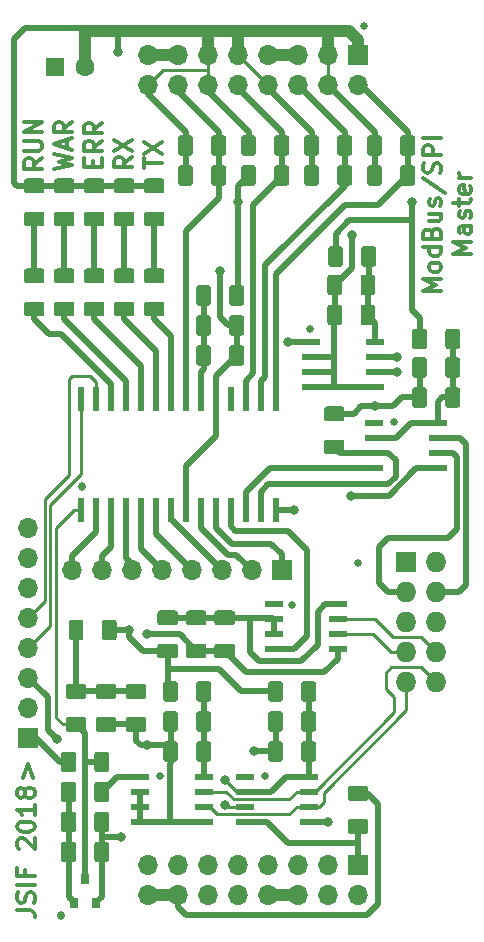
<source format=gbr>
G04 #@! TF.GenerationSoftware,KiCad,Pcbnew,(5.0.0-rc2-dev-451-g0294e41cb)*
G04 #@! TF.CreationDate,2018-10-10T22:07:44+02:00*
G04 #@! TF.ProjectId,TrackModBusMaster_piggyback,547261636B4D6F644275734D61737465,rev?*
G04 #@! TF.SameCoordinates,Original*
G04 #@! TF.FileFunction,Copper,L1,Top,Signal*
G04 #@! TF.FilePolarity,Positive*
%FSLAX46Y46*%
G04 Gerber Fmt 4.6, Leading zero omitted, Abs format (unit mm)*
G04 Created by KiCad (PCBNEW (5.0.0-rc2-dev-451-g0294e41cb)) date 10/10/18 22:07:44*
%MOMM*%
%LPD*%
G01*
G04 APERTURE LIST*
%ADD10C,0.300000*%
%ADD11C,0.500000*%
%ADD12O,1.700000X1.700000*%
%ADD13R,1.700000X1.700000*%
%ADD14C,0.100000*%
%ADD15C,1.250000*%
%ADD16R,1.727200X1.727200*%
%ADD17O,1.727200X1.727200*%
%ADD18R,0.800000X0.900000*%
%ADD19R,1.550000X0.600000*%
%ADD20R,0.600000X2.000000*%
%ADD21R,1.600000X1.600000*%
%ADD22C,1.600000*%
%ADD23C,0.800000*%
%ADD24C,1.000000*%
%ADD25C,0.250000*%
G04 APERTURE END LIST*
D10*
X106231571Y-106870428D02*
X106660142Y-105727571D01*
X107088714Y-106870428D01*
X141643571Y-65682000D02*
X140143571Y-65682000D01*
X141215000Y-65182000D01*
X140143571Y-64682000D01*
X141643571Y-64682000D01*
X141643571Y-63753428D02*
X141572142Y-63896285D01*
X141500714Y-63967714D01*
X141357857Y-64039142D01*
X140929285Y-64039142D01*
X140786428Y-63967714D01*
X140715000Y-63896285D01*
X140643571Y-63753428D01*
X140643571Y-63539142D01*
X140715000Y-63396285D01*
X140786428Y-63324857D01*
X140929285Y-63253428D01*
X141357857Y-63253428D01*
X141500714Y-63324857D01*
X141572142Y-63396285D01*
X141643571Y-63539142D01*
X141643571Y-63753428D01*
X141643571Y-61967714D02*
X140143571Y-61967714D01*
X141572142Y-61967714D02*
X141643571Y-62110571D01*
X141643571Y-62396285D01*
X141572142Y-62539142D01*
X141500714Y-62610571D01*
X141357857Y-62682000D01*
X140929285Y-62682000D01*
X140786428Y-62610571D01*
X140715000Y-62539142D01*
X140643571Y-62396285D01*
X140643571Y-62110571D01*
X140715000Y-61967714D01*
X140857857Y-60753428D02*
X140929285Y-60539142D01*
X141000714Y-60467714D01*
X141143571Y-60396285D01*
X141357857Y-60396285D01*
X141500714Y-60467714D01*
X141572142Y-60539142D01*
X141643571Y-60682000D01*
X141643571Y-61253428D01*
X140143571Y-61253428D01*
X140143571Y-60753428D01*
X140215000Y-60610571D01*
X140286428Y-60539142D01*
X140429285Y-60467714D01*
X140572142Y-60467714D01*
X140715000Y-60539142D01*
X140786428Y-60610571D01*
X140857857Y-60753428D01*
X140857857Y-61253428D01*
X140643571Y-59110571D02*
X141643571Y-59110571D01*
X140643571Y-59753428D02*
X141429285Y-59753428D01*
X141572142Y-59682000D01*
X141643571Y-59539142D01*
X141643571Y-59324857D01*
X141572142Y-59182000D01*
X141500714Y-59110571D01*
X141572142Y-58467714D02*
X141643571Y-58324857D01*
X141643571Y-58039142D01*
X141572142Y-57896285D01*
X141429285Y-57824857D01*
X141357857Y-57824857D01*
X141215000Y-57896285D01*
X141143571Y-58039142D01*
X141143571Y-58253428D01*
X141072142Y-58396285D01*
X140929285Y-58467714D01*
X140857857Y-58467714D01*
X140715000Y-58396285D01*
X140643571Y-58253428D01*
X140643571Y-58039142D01*
X140715000Y-57896285D01*
X140072142Y-56110571D02*
X142000714Y-57396285D01*
X141572142Y-55682000D02*
X141643571Y-55467714D01*
X141643571Y-55110571D01*
X141572142Y-54967714D01*
X141500714Y-54896285D01*
X141357857Y-54824857D01*
X141215000Y-54824857D01*
X141072142Y-54896285D01*
X141000714Y-54967714D01*
X140929285Y-55110571D01*
X140857857Y-55396285D01*
X140786428Y-55539142D01*
X140715000Y-55610571D01*
X140572142Y-55682000D01*
X140429285Y-55682000D01*
X140286428Y-55610571D01*
X140215000Y-55539142D01*
X140143571Y-55396285D01*
X140143571Y-55039142D01*
X140215000Y-54824857D01*
X141643571Y-54182000D02*
X140143571Y-54182000D01*
X140143571Y-53610571D01*
X140215000Y-53467714D01*
X140286428Y-53396285D01*
X140429285Y-53324857D01*
X140643571Y-53324857D01*
X140786428Y-53396285D01*
X140857857Y-53467714D01*
X140929285Y-53610571D01*
X140929285Y-54182000D01*
X141643571Y-52682000D02*
X140143571Y-52682000D01*
X144193571Y-62503428D02*
X142693571Y-62503428D01*
X143765000Y-62003428D01*
X142693571Y-61503428D01*
X144193571Y-61503428D01*
X144193571Y-60146285D02*
X143407857Y-60146285D01*
X143265000Y-60217714D01*
X143193571Y-60360571D01*
X143193571Y-60646285D01*
X143265000Y-60789142D01*
X144122142Y-60146285D02*
X144193571Y-60289142D01*
X144193571Y-60646285D01*
X144122142Y-60789142D01*
X143979285Y-60860571D01*
X143836428Y-60860571D01*
X143693571Y-60789142D01*
X143622142Y-60646285D01*
X143622142Y-60289142D01*
X143550714Y-60146285D01*
X144122142Y-59503428D02*
X144193571Y-59360571D01*
X144193571Y-59074857D01*
X144122142Y-58932000D01*
X143979285Y-58860571D01*
X143907857Y-58860571D01*
X143765000Y-58932000D01*
X143693571Y-59074857D01*
X143693571Y-59289142D01*
X143622142Y-59432000D01*
X143479285Y-59503428D01*
X143407857Y-59503428D01*
X143265000Y-59432000D01*
X143193571Y-59289142D01*
X143193571Y-59074857D01*
X143265000Y-58932000D01*
X143193571Y-58432000D02*
X143193571Y-57860571D01*
X142693571Y-58217714D02*
X143979285Y-58217714D01*
X144122142Y-58146285D01*
X144193571Y-58003428D01*
X144193571Y-57860571D01*
X144122142Y-56789142D02*
X144193571Y-56932000D01*
X144193571Y-57217714D01*
X144122142Y-57360571D01*
X143979285Y-57432000D01*
X143407857Y-57432000D01*
X143265000Y-57360571D01*
X143193571Y-57217714D01*
X143193571Y-56932000D01*
X143265000Y-56789142D01*
X143407857Y-56717714D01*
X143550714Y-56717714D01*
X143693571Y-57432000D01*
X144193571Y-56074857D02*
X143193571Y-56074857D01*
X143479285Y-56074857D02*
X143336428Y-56003428D01*
X143265000Y-55932000D01*
X143193571Y-55789142D01*
X143193571Y-55646285D01*
X105731571Y-118085571D02*
X106803000Y-118085571D01*
X107017285Y-118157000D01*
X107160142Y-118299857D01*
X107231571Y-118514142D01*
X107231571Y-118657000D01*
X107160142Y-117442714D02*
X107231571Y-117228428D01*
X107231571Y-116871285D01*
X107160142Y-116728428D01*
X107088714Y-116657000D01*
X106945857Y-116585571D01*
X106803000Y-116585571D01*
X106660142Y-116657000D01*
X106588714Y-116728428D01*
X106517285Y-116871285D01*
X106445857Y-117157000D01*
X106374428Y-117299857D01*
X106303000Y-117371285D01*
X106160142Y-117442714D01*
X106017285Y-117442714D01*
X105874428Y-117371285D01*
X105803000Y-117299857D01*
X105731571Y-117157000D01*
X105731571Y-116799857D01*
X105803000Y-116585571D01*
X107231571Y-115942714D02*
X105731571Y-115942714D01*
X106445857Y-114728428D02*
X106445857Y-115228428D01*
X107231571Y-115228428D02*
X105731571Y-115228428D01*
X105731571Y-114514142D01*
X105874428Y-112871285D02*
X105803000Y-112799857D01*
X105731571Y-112657000D01*
X105731571Y-112299857D01*
X105803000Y-112157000D01*
X105874428Y-112085571D01*
X106017285Y-112014142D01*
X106160142Y-112014142D01*
X106374428Y-112085571D01*
X107231571Y-112942714D01*
X107231571Y-112014142D01*
X105731571Y-111085571D02*
X105731571Y-110942714D01*
X105803000Y-110799857D01*
X105874428Y-110728428D01*
X106017285Y-110657000D01*
X106303000Y-110585571D01*
X106660142Y-110585571D01*
X106945857Y-110657000D01*
X107088714Y-110728428D01*
X107160142Y-110799857D01*
X107231571Y-110942714D01*
X107231571Y-111085571D01*
X107160142Y-111228428D01*
X107088714Y-111299857D01*
X106945857Y-111371285D01*
X106660142Y-111442714D01*
X106303000Y-111442714D01*
X106017285Y-111371285D01*
X105874428Y-111299857D01*
X105803000Y-111228428D01*
X105731571Y-111085571D01*
X107231571Y-109157000D02*
X107231571Y-110014142D01*
X107231571Y-109585571D02*
X105731571Y-109585571D01*
X105945857Y-109728428D01*
X106088714Y-109871285D01*
X106160142Y-110014142D01*
X106374428Y-108299857D02*
X106303000Y-108442714D01*
X106231571Y-108514142D01*
X106088714Y-108585571D01*
X106017285Y-108585571D01*
X105874428Y-108514142D01*
X105803000Y-108442714D01*
X105731571Y-108299857D01*
X105731571Y-108014142D01*
X105803000Y-107871285D01*
X105874428Y-107799857D01*
X106017285Y-107728428D01*
X106088714Y-107728428D01*
X106231571Y-107799857D01*
X106303000Y-107871285D01*
X106374428Y-108014142D01*
X106374428Y-108299857D01*
X106445857Y-108442714D01*
X106517285Y-108514142D01*
X106660142Y-108585571D01*
X106945857Y-108585571D01*
X107088714Y-108514142D01*
X107160142Y-108442714D01*
X107231571Y-108299857D01*
X107231571Y-108014142D01*
X107160142Y-107871285D01*
X107088714Y-107799857D01*
X106945857Y-107728428D01*
X106660142Y-107728428D01*
X106517285Y-107799857D01*
X106445857Y-107871285D01*
X106374428Y-108014142D01*
D11*
X134620000Y-88598285D02*
X134715238Y-88693523D01*
X134620000Y-88788761D01*
X134524761Y-88693523D01*
X134620000Y-88598285D01*
X134620000Y-88788761D01*
X135128000Y-43132285D02*
X135223238Y-43227523D01*
X135128000Y-43322761D01*
X135032761Y-43227523D01*
X135128000Y-43132285D01*
X135128000Y-43322761D01*
X109474000Y-118443285D02*
X109569238Y-118538523D01*
X109474000Y-118633761D01*
X109378761Y-118538523D01*
X109474000Y-118443285D01*
X109474000Y-118633761D01*
X111252000Y-82121285D02*
X111347238Y-82216523D01*
X111252000Y-82311761D01*
X111156761Y-82216523D01*
X111252000Y-82121285D01*
X111252000Y-82311761D01*
X117856000Y-106632285D02*
X117951238Y-106727523D01*
X117856000Y-106822761D01*
X117760761Y-106727523D01*
X117856000Y-106632285D01*
X117856000Y-106822761D01*
X126746000Y-106632285D02*
X126841238Y-106727523D01*
X126746000Y-106822761D01*
X126650761Y-106727523D01*
X126746000Y-106632285D01*
X126746000Y-106822761D01*
X129032000Y-92154285D02*
X129127238Y-92249523D01*
X129032000Y-92344761D01*
X128936761Y-92249523D01*
X129032000Y-92154285D01*
X129032000Y-92344761D01*
X137668000Y-76660285D02*
X137763238Y-76755523D01*
X137668000Y-76850761D01*
X137572761Y-76755523D01*
X137668000Y-76660285D01*
X137668000Y-76850761D01*
X130556000Y-68786285D02*
X130651238Y-68881523D01*
X130556000Y-68976761D01*
X130460761Y-68881523D01*
X130556000Y-68786285D01*
X130556000Y-68976761D01*
D10*
X115486571Y-54352000D02*
X114772285Y-54852000D01*
X115486571Y-55209142D02*
X113986571Y-55209142D01*
X113986571Y-54637714D01*
X114058000Y-54494857D01*
X114129428Y-54423428D01*
X114272285Y-54352000D01*
X114486571Y-54352000D01*
X114629428Y-54423428D01*
X114700857Y-54494857D01*
X114772285Y-54637714D01*
X114772285Y-55209142D01*
X113986571Y-53852000D02*
X115486571Y-52852000D01*
X113986571Y-52852000D02*
X115486571Y-53852000D01*
X116526571Y-55244857D02*
X116526571Y-54387714D01*
X118026571Y-54816285D02*
X116526571Y-54816285D01*
X116526571Y-54030571D02*
X118026571Y-53030571D01*
X116526571Y-53030571D02*
X118026571Y-54030571D01*
X112160857Y-55161428D02*
X112160857Y-54661428D01*
X112946571Y-54447142D02*
X112946571Y-55161428D01*
X111446571Y-55161428D01*
X111446571Y-54447142D01*
X112946571Y-52947142D02*
X112232285Y-53447142D01*
X112946571Y-53804285D02*
X111446571Y-53804285D01*
X111446571Y-53232857D01*
X111518000Y-53090000D01*
X111589428Y-53018571D01*
X111732285Y-52947142D01*
X111946571Y-52947142D01*
X112089428Y-53018571D01*
X112160857Y-53090000D01*
X112232285Y-53232857D01*
X112232285Y-53804285D01*
X112946571Y-51447142D02*
X112232285Y-51947142D01*
X112946571Y-52304285D02*
X111446571Y-52304285D01*
X111446571Y-51732857D01*
X111518000Y-51590000D01*
X111589428Y-51518571D01*
X111732285Y-51447142D01*
X111946571Y-51447142D01*
X112089428Y-51518571D01*
X112160857Y-51590000D01*
X112232285Y-51732857D01*
X112232285Y-52304285D01*
X108906571Y-55375714D02*
X110406571Y-55018571D01*
X109335142Y-54732857D01*
X110406571Y-54447142D01*
X108906571Y-54090000D01*
X109978000Y-53590000D02*
X109978000Y-52875714D01*
X110406571Y-53732857D02*
X108906571Y-53232857D01*
X110406571Y-52732857D01*
X110406571Y-51375714D02*
X109692285Y-51875714D01*
X110406571Y-52232857D02*
X108906571Y-52232857D01*
X108906571Y-51661428D01*
X108978000Y-51518571D01*
X109049428Y-51447142D01*
X109192285Y-51375714D01*
X109406571Y-51375714D01*
X109549428Y-51447142D01*
X109620857Y-51518571D01*
X109692285Y-51661428D01*
X109692285Y-52232857D01*
X107866571Y-54447142D02*
X107152285Y-54947142D01*
X107866571Y-55304285D02*
X106366571Y-55304285D01*
X106366571Y-54732857D01*
X106438000Y-54590000D01*
X106509428Y-54518571D01*
X106652285Y-54447142D01*
X106866571Y-54447142D01*
X107009428Y-54518571D01*
X107080857Y-54590000D01*
X107152285Y-54732857D01*
X107152285Y-55304285D01*
X106366571Y-53804285D02*
X107580857Y-53804285D01*
X107723714Y-53732857D01*
X107795142Y-53661428D01*
X107866571Y-53518571D01*
X107866571Y-53232857D01*
X107795142Y-53090000D01*
X107723714Y-53018571D01*
X107580857Y-52947142D01*
X106366571Y-52947142D01*
X107866571Y-52232857D02*
X106366571Y-52232857D01*
X107866571Y-51375714D01*
X106366571Y-51375714D01*
D12*
X116840000Y-48260000D03*
X116840000Y-45720000D03*
X119380000Y-48260000D03*
X119380000Y-45720000D03*
X121920000Y-48260000D03*
X121920000Y-45720000D03*
X124460000Y-48260000D03*
X124460000Y-45720000D03*
X127000000Y-48260000D03*
X127000000Y-45720000D03*
X129540000Y-48260000D03*
X129540000Y-45720000D03*
X132080000Y-48260000D03*
X132080000Y-45720000D03*
X134620000Y-48260000D03*
D13*
X134620000Y-45720000D03*
D14*
G36*
X140223504Y-71262204D02*
X140247773Y-71265804D01*
X140271571Y-71271765D01*
X140294671Y-71280030D01*
X140316849Y-71290520D01*
X140337893Y-71303133D01*
X140357598Y-71317747D01*
X140375777Y-71334223D01*
X140392253Y-71352402D01*
X140406867Y-71372107D01*
X140419480Y-71393151D01*
X140429970Y-71415329D01*
X140438235Y-71438429D01*
X140444196Y-71462227D01*
X140447796Y-71486496D01*
X140449000Y-71511000D01*
X140449000Y-72761000D01*
X140447796Y-72785504D01*
X140444196Y-72809773D01*
X140438235Y-72833571D01*
X140429970Y-72856671D01*
X140419480Y-72878849D01*
X140406867Y-72899893D01*
X140392253Y-72919598D01*
X140375777Y-72937777D01*
X140357598Y-72954253D01*
X140337893Y-72968867D01*
X140316849Y-72981480D01*
X140294671Y-72991970D01*
X140271571Y-73000235D01*
X140247773Y-73006196D01*
X140223504Y-73009796D01*
X140199000Y-73011000D01*
X139449000Y-73011000D01*
X139424496Y-73009796D01*
X139400227Y-73006196D01*
X139376429Y-73000235D01*
X139353329Y-72991970D01*
X139331151Y-72981480D01*
X139310107Y-72968867D01*
X139290402Y-72954253D01*
X139272223Y-72937777D01*
X139255747Y-72919598D01*
X139241133Y-72899893D01*
X139228520Y-72878849D01*
X139218030Y-72856671D01*
X139209765Y-72833571D01*
X139203804Y-72809773D01*
X139200204Y-72785504D01*
X139199000Y-72761000D01*
X139199000Y-71511000D01*
X139200204Y-71486496D01*
X139203804Y-71462227D01*
X139209765Y-71438429D01*
X139218030Y-71415329D01*
X139228520Y-71393151D01*
X139241133Y-71372107D01*
X139255747Y-71352402D01*
X139272223Y-71334223D01*
X139290402Y-71317747D01*
X139310107Y-71303133D01*
X139331151Y-71290520D01*
X139353329Y-71280030D01*
X139376429Y-71271765D01*
X139400227Y-71265804D01*
X139424496Y-71262204D01*
X139449000Y-71261000D01*
X140199000Y-71261000D01*
X140223504Y-71262204D01*
X140223504Y-71262204D01*
G37*
D15*
X139824000Y-72136000D03*
D14*
G36*
X143023504Y-71262204D02*
X143047773Y-71265804D01*
X143071571Y-71271765D01*
X143094671Y-71280030D01*
X143116849Y-71290520D01*
X143137893Y-71303133D01*
X143157598Y-71317747D01*
X143175777Y-71334223D01*
X143192253Y-71352402D01*
X143206867Y-71372107D01*
X143219480Y-71393151D01*
X143229970Y-71415329D01*
X143238235Y-71438429D01*
X143244196Y-71462227D01*
X143247796Y-71486496D01*
X143249000Y-71511000D01*
X143249000Y-72761000D01*
X143247796Y-72785504D01*
X143244196Y-72809773D01*
X143238235Y-72833571D01*
X143229970Y-72856671D01*
X143219480Y-72878849D01*
X143206867Y-72899893D01*
X143192253Y-72919598D01*
X143175777Y-72937777D01*
X143157598Y-72954253D01*
X143137893Y-72968867D01*
X143116849Y-72981480D01*
X143094671Y-72991970D01*
X143071571Y-73000235D01*
X143047773Y-73006196D01*
X143023504Y-73009796D01*
X142999000Y-73011000D01*
X142249000Y-73011000D01*
X142224496Y-73009796D01*
X142200227Y-73006196D01*
X142176429Y-73000235D01*
X142153329Y-72991970D01*
X142131151Y-72981480D01*
X142110107Y-72968867D01*
X142090402Y-72954253D01*
X142072223Y-72937777D01*
X142055747Y-72919598D01*
X142041133Y-72899893D01*
X142028520Y-72878849D01*
X142018030Y-72856671D01*
X142009765Y-72833571D01*
X142003804Y-72809773D01*
X142000204Y-72785504D01*
X141999000Y-72761000D01*
X141999000Y-71511000D01*
X142000204Y-71486496D01*
X142003804Y-71462227D01*
X142009765Y-71438429D01*
X142018030Y-71415329D01*
X142028520Y-71393151D01*
X142041133Y-71372107D01*
X142055747Y-71352402D01*
X142072223Y-71334223D01*
X142090402Y-71317747D01*
X142110107Y-71303133D01*
X142131151Y-71290520D01*
X142153329Y-71280030D01*
X142176429Y-71271765D01*
X142200227Y-71265804D01*
X142224496Y-71262204D01*
X142249000Y-71261000D01*
X142999000Y-71261000D01*
X143023504Y-71262204D01*
X143023504Y-71262204D01*
G37*
D15*
X142624000Y-72136000D03*
D14*
G36*
X143023504Y-73802204D02*
X143047773Y-73805804D01*
X143071571Y-73811765D01*
X143094671Y-73820030D01*
X143116849Y-73830520D01*
X143137893Y-73843133D01*
X143157598Y-73857747D01*
X143175777Y-73874223D01*
X143192253Y-73892402D01*
X143206867Y-73912107D01*
X143219480Y-73933151D01*
X143229970Y-73955329D01*
X143238235Y-73978429D01*
X143244196Y-74002227D01*
X143247796Y-74026496D01*
X143249000Y-74051000D01*
X143249000Y-75301000D01*
X143247796Y-75325504D01*
X143244196Y-75349773D01*
X143238235Y-75373571D01*
X143229970Y-75396671D01*
X143219480Y-75418849D01*
X143206867Y-75439893D01*
X143192253Y-75459598D01*
X143175777Y-75477777D01*
X143157598Y-75494253D01*
X143137893Y-75508867D01*
X143116849Y-75521480D01*
X143094671Y-75531970D01*
X143071571Y-75540235D01*
X143047773Y-75546196D01*
X143023504Y-75549796D01*
X142999000Y-75551000D01*
X142249000Y-75551000D01*
X142224496Y-75549796D01*
X142200227Y-75546196D01*
X142176429Y-75540235D01*
X142153329Y-75531970D01*
X142131151Y-75521480D01*
X142110107Y-75508867D01*
X142090402Y-75494253D01*
X142072223Y-75477777D01*
X142055747Y-75459598D01*
X142041133Y-75439893D01*
X142028520Y-75418849D01*
X142018030Y-75396671D01*
X142009765Y-75373571D01*
X142003804Y-75349773D01*
X142000204Y-75325504D01*
X141999000Y-75301000D01*
X141999000Y-74051000D01*
X142000204Y-74026496D01*
X142003804Y-74002227D01*
X142009765Y-73978429D01*
X142018030Y-73955329D01*
X142028520Y-73933151D01*
X142041133Y-73912107D01*
X142055747Y-73892402D01*
X142072223Y-73874223D01*
X142090402Y-73857747D01*
X142110107Y-73843133D01*
X142131151Y-73830520D01*
X142153329Y-73820030D01*
X142176429Y-73811765D01*
X142200227Y-73805804D01*
X142224496Y-73802204D01*
X142249000Y-73801000D01*
X142999000Y-73801000D01*
X143023504Y-73802204D01*
X143023504Y-73802204D01*
G37*
D15*
X142624000Y-74676000D03*
D14*
G36*
X140223504Y-73802204D02*
X140247773Y-73805804D01*
X140271571Y-73811765D01*
X140294671Y-73820030D01*
X140316849Y-73830520D01*
X140337893Y-73843133D01*
X140357598Y-73857747D01*
X140375777Y-73874223D01*
X140392253Y-73892402D01*
X140406867Y-73912107D01*
X140419480Y-73933151D01*
X140429970Y-73955329D01*
X140438235Y-73978429D01*
X140444196Y-74002227D01*
X140447796Y-74026496D01*
X140449000Y-74051000D01*
X140449000Y-75301000D01*
X140447796Y-75325504D01*
X140444196Y-75349773D01*
X140438235Y-75373571D01*
X140429970Y-75396671D01*
X140419480Y-75418849D01*
X140406867Y-75439893D01*
X140392253Y-75459598D01*
X140375777Y-75477777D01*
X140357598Y-75494253D01*
X140337893Y-75508867D01*
X140316849Y-75521480D01*
X140294671Y-75531970D01*
X140271571Y-75540235D01*
X140247773Y-75546196D01*
X140223504Y-75549796D01*
X140199000Y-75551000D01*
X139449000Y-75551000D01*
X139424496Y-75549796D01*
X139400227Y-75546196D01*
X139376429Y-75540235D01*
X139353329Y-75531970D01*
X139331151Y-75521480D01*
X139310107Y-75508867D01*
X139290402Y-75494253D01*
X139272223Y-75477777D01*
X139255747Y-75459598D01*
X139241133Y-75439893D01*
X139228520Y-75418849D01*
X139218030Y-75396671D01*
X139209765Y-75373571D01*
X139203804Y-75349773D01*
X139200204Y-75325504D01*
X139199000Y-75301000D01*
X139199000Y-74051000D01*
X139200204Y-74026496D01*
X139203804Y-74002227D01*
X139209765Y-73978429D01*
X139218030Y-73955329D01*
X139228520Y-73933151D01*
X139241133Y-73912107D01*
X139255747Y-73892402D01*
X139272223Y-73874223D01*
X139290402Y-73857747D01*
X139310107Y-73843133D01*
X139331151Y-73830520D01*
X139353329Y-73820030D01*
X139376429Y-73811765D01*
X139400227Y-73805804D01*
X139424496Y-73802204D01*
X139449000Y-73801000D01*
X140199000Y-73801000D01*
X140223504Y-73802204D01*
X140223504Y-73802204D01*
G37*
D15*
X139824000Y-74676000D03*
D14*
G36*
X143023504Y-68849204D02*
X143047773Y-68852804D01*
X143071571Y-68858765D01*
X143094671Y-68867030D01*
X143116849Y-68877520D01*
X143137893Y-68890133D01*
X143157598Y-68904747D01*
X143175777Y-68921223D01*
X143192253Y-68939402D01*
X143206867Y-68959107D01*
X143219480Y-68980151D01*
X143229970Y-69002329D01*
X143238235Y-69025429D01*
X143244196Y-69049227D01*
X143247796Y-69073496D01*
X143249000Y-69098000D01*
X143249000Y-70348000D01*
X143247796Y-70372504D01*
X143244196Y-70396773D01*
X143238235Y-70420571D01*
X143229970Y-70443671D01*
X143219480Y-70465849D01*
X143206867Y-70486893D01*
X143192253Y-70506598D01*
X143175777Y-70524777D01*
X143157598Y-70541253D01*
X143137893Y-70555867D01*
X143116849Y-70568480D01*
X143094671Y-70578970D01*
X143071571Y-70587235D01*
X143047773Y-70593196D01*
X143023504Y-70596796D01*
X142999000Y-70598000D01*
X142249000Y-70598000D01*
X142224496Y-70596796D01*
X142200227Y-70593196D01*
X142176429Y-70587235D01*
X142153329Y-70578970D01*
X142131151Y-70568480D01*
X142110107Y-70555867D01*
X142090402Y-70541253D01*
X142072223Y-70524777D01*
X142055747Y-70506598D01*
X142041133Y-70486893D01*
X142028520Y-70465849D01*
X142018030Y-70443671D01*
X142009765Y-70420571D01*
X142003804Y-70396773D01*
X142000204Y-70372504D01*
X141999000Y-70348000D01*
X141999000Y-69098000D01*
X142000204Y-69073496D01*
X142003804Y-69049227D01*
X142009765Y-69025429D01*
X142018030Y-69002329D01*
X142028520Y-68980151D01*
X142041133Y-68959107D01*
X142055747Y-68939402D01*
X142072223Y-68921223D01*
X142090402Y-68904747D01*
X142110107Y-68890133D01*
X142131151Y-68877520D01*
X142153329Y-68867030D01*
X142176429Y-68858765D01*
X142200227Y-68852804D01*
X142224496Y-68849204D01*
X142249000Y-68848000D01*
X142999000Y-68848000D01*
X143023504Y-68849204D01*
X143023504Y-68849204D01*
G37*
D15*
X142624000Y-69723000D03*
D14*
G36*
X140223504Y-68849204D02*
X140247773Y-68852804D01*
X140271571Y-68858765D01*
X140294671Y-68867030D01*
X140316849Y-68877520D01*
X140337893Y-68890133D01*
X140357598Y-68904747D01*
X140375777Y-68921223D01*
X140392253Y-68939402D01*
X140406867Y-68959107D01*
X140419480Y-68980151D01*
X140429970Y-69002329D01*
X140438235Y-69025429D01*
X140444196Y-69049227D01*
X140447796Y-69073496D01*
X140449000Y-69098000D01*
X140449000Y-70348000D01*
X140447796Y-70372504D01*
X140444196Y-70396773D01*
X140438235Y-70420571D01*
X140429970Y-70443671D01*
X140419480Y-70465849D01*
X140406867Y-70486893D01*
X140392253Y-70506598D01*
X140375777Y-70524777D01*
X140357598Y-70541253D01*
X140337893Y-70555867D01*
X140316849Y-70568480D01*
X140294671Y-70578970D01*
X140271571Y-70587235D01*
X140247773Y-70593196D01*
X140223504Y-70596796D01*
X140199000Y-70598000D01*
X139449000Y-70598000D01*
X139424496Y-70596796D01*
X139400227Y-70593196D01*
X139376429Y-70587235D01*
X139353329Y-70578970D01*
X139331151Y-70568480D01*
X139310107Y-70555867D01*
X139290402Y-70541253D01*
X139272223Y-70524777D01*
X139255747Y-70506598D01*
X139241133Y-70486893D01*
X139228520Y-70465849D01*
X139218030Y-70443671D01*
X139209765Y-70420571D01*
X139203804Y-70396773D01*
X139200204Y-70372504D01*
X139199000Y-70348000D01*
X139199000Y-69098000D01*
X139200204Y-69073496D01*
X139203804Y-69049227D01*
X139209765Y-69025429D01*
X139218030Y-69002329D01*
X139228520Y-68980151D01*
X139241133Y-68959107D01*
X139255747Y-68939402D01*
X139272223Y-68921223D01*
X139290402Y-68904747D01*
X139310107Y-68890133D01*
X139331151Y-68877520D01*
X139353329Y-68867030D01*
X139376429Y-68858765D01*
X139400227Y-68852804D01*
X139424496Y-68849204D01*
X139449000Y-68848000D01*
X140199000Y-68848000D01*
X140223504Y-68849204D01*
X140223504Y-68849204D01*
G37*
D15*
X139824000Y-69723000D03*
D14*
G36*
X110377504Y-58942204D02*
X110401773Y-58945804D01*
X110425571Y-58951765D01*
X110448671Y-58960030D01*
X110470849Y-58970520D01*
X110491893Y-58983133D01*
X110511598Y-58997747D01*
X110529777Y-59014223D01*
X110546253Y-59032402D01*
X110560867Y-59052107D01*
X110573480Y-59073151D01*
X110583970Y-59095329D01*
X110592235Y-59118429D01*
X110598196Y-59142227D01*
X110601796Y-59166496D01*
X110603000Y-59191000D01*
X110603000Y-59941000D01*
X110601796Y-59965504D01*
X110598196Y-59989773D01*
X110592235Y-60013571D01*
X110583970Y-60036671D01*
X110573480Y-60058849D01*
X110560867Y-60079893D01*
X110546253Y-60099598D01*
X110529777Y-60117777D01*
X110511598Y-60134253D01*
X110491893Y-60148867D01*
X110470849Y-60161480D01*
X110448671Y-60171970D01*
X110425571Y-60180235D01*
X110401773Y-60186196D01*
X110377504Y-60189796D01*
X110353000Y-60191000D01*
X109103000Y-60191000D01*
X109078496Y-60189796D01*
X109054227Y-60186196D01*
X109030429Y-60180235D01*
X109007329Y-60171970D01*
X108985151Y-60161480D01*
X108964107Y-60148867D01*
X108944402Y-60134253D01*
X108926223Y-60117777D01*
X108909747Y-60099598D01*
X108895133Y-60079893D01*
X108882520Y-60058849D01*
X108872030Y-60036671D01*
X108863765Y-60013571D01*
X108857804Y-59989773D01*
X108854204Y-59965504D01*
X108853000Y-59941000D01*
X108853000Y-59191000D01*
X108854204Y-59166496D01*
X108857804Y-59142227D01*
X108863765Y-59118429D01*
X108872030Y-59095329D01*
X108882520Y-59073151D01*
X108895133Y-59052107D01*
X108909747Y-59032402D01*
X108926223Y-59014223D01*
X108944402Y-58997747D01*
X108964107Y-58983133D01*
X108985151Y-58970520D01*
X109007329Y-58960030D01*
X109030429Y-58951765D01*
X109054227Y-58945804D01*
X109078496Y-58942204D01*
X109103000Y-58941000D01*
X110353000Y-58941000D01*
X110377504Y-58942204D01*
X110377504Y-58942204D01*
G37*
D15*
X109728000Y-59566000D03*
D14*
G36*
X110377504Y-56142204D02*
X110401773Y-56145804D01*
X110425571Y-56151765D01*
X110448671Y-56160030D01*
X110470849Y-56170520D01*
X110491893Y-56183133D01*
X110511598Y-56197747D01*
X110529777Y-56214223D01*
X110546253Y-56232402D01*
X110560867Y-56252107D01*
X110573480Y-56273151D01*
X110583970Y-56295329D01*
X110592235Y-56318429D01*
X110598196Y-56342227D01*
X110601796Y-56366496D01*
X110603000Y-56391000D01*
X110603000Y-57141000D01*
X110601796Y-57165504D01*
X110598196Y-57189773D01*
X110592235Y-57213571D01*
X110583970Y-57236671D01*
X110573480Y-57258849D01*
X110560867Y-57279893D01*
X110546253Y-57299598D01*
X110529777Y-57317777D01*
X110511598Y-57334253D01*
X110491893Y-57348867D01*
X110470849Y-57361480D01*
X110448671Y-57371970D01*
X110425571Y-57380235D01*
X110401773Y-57386196D01*
X110377504Y-57389796D01*
X110353000Y-57391000D01*
X109103000Y-57391000D01*
X109078496Y-57389796D01*
X109054227Y-57386196D01*
X109030429Y-57380235D01*
X109007329Y-57371970D01*
X108985151Y-57361480D01*
X108964107Y-57348867D01*
X108944402Y-57334253D01*
X108926223Y-57317777D01*
X108909747Y-57299598D01*
X108895133Y-57279893D01*
X108882520Y-57258849D01*
X108872030Y-57236671D01*
X108863765Y-57213571D01*
X108857804Y-57189773D01*
X108854204Y-57165504D01*
X108853000Y-57141000D01*
X108853000Y-56391000D01*
X108854204Y-56366496D01*
X108857804Y-56342227D01*
X108863765Y-56318429D01*
X108872030Y-56295329D01*
X108882520Y-56273151D01*
X108895133Y-56252107D01*
X108909747Y-56232402D01*
X108926223Y-56214223D01*
X108944402Y-56197747D01*
X108964107Y-56183133D01*
X108985151Y-56170520D01*
X109007329Y-56160030D01*
X109030429Y-56151765D01*
X109054227Y-56145804D01*
X109078496Y-56142204D01*
X109103000Y-56141000D01*
X110353000Y-56141000D01*
X110377504Y-56142204D01*
X110377504Y-56142204D01*
G37*
D15*
X109728000Y-56766000D03*
D14*
G36*
X107837504Y-56142204D02*
X107861773Y-56145804D01*
X107885571Y-56151765D01*
X107908671Y-56160030D01*
X107930849Y-56170520D01*
X107951893Y-56183133D01*
X107971598Y-56197747D01*
X107989777Y-56214223D01*
X108006253Y-56232402D01*
X108020867Y-56252107D01*
X108033480Y-56273151D01*
X108043970Y-56295329D01*
X108052235Y-56318429D01*
X108058196Y-56342227D01*
X108061796Y-56366496D01*
X108063000Y-56391000D01*
X108063000Y-57141000D01*
X108061796Y-57165504D01*
X108058196Y-57189773D01*
X108052235Y-57213571D01*
X108043970Y-57236671D01*
X108033480Y-57258849D01*
X108020867Y-57279893D01*
X108006253Y-57299598D01*
X107989777Y-57317777D01*
X107971598Y-57334253D01*
X107951893Y-57348867D01*
X107930849Y-57361480D01*
X107908671Y-57371970D01*
X107885571Y-57380235D01*
X107861773Y-57386196D01*
X107837504Y-57389796D01*
X107813000Y-57391000D01*
X106563000Y-57391000D01*
X106538496Y-57389796D01*
X106514227Y-57386196D01*
X106490429Y-57380235D01*
X106467329Y-57371970D01*
X106445151Y-57361480D01*
X106424107Y-57348867D01*
X106404402Y-57334253D01*
X106386223Y-57317777D01*
X106369747Y-57299598D01*
X106355133Y-57279893D01*
X106342520Y-57258849D01*
X106332030Y-57236671D01*
X106323765Y-57213571D01*
X106317804Y-57189773D01*
X106314204Y-57165504D01*
X106313000Y-57141000D01*
X106313000Y-56391000D01*
X106314204Y-56366496D01*
X106317804Y-56342227D01*
X106323765Y-56318429D01*
X106332030Y-56295329D01*
X106342520Y-56273151D01*
X106355133Y-56252107D01*
X106369747Y-56232402D01*
X106386223Y-56214223D01*
X106404402Y-56197747D01*
X106424107Y-56183133D01*
X106445151Y-56170520D01*
X106467329Y-56160030D01*
X106490429Y-56151765D01*
X106514227Y-56145804D01*
X106538496Y-56142204D01*
X106563000Y-56141000D01*
X107813000Y-56141000D01*
X107837504Y-56142204D01*
X107837504Y-56142204D01*
G37*
D15*
X107188000Y-56766000D03*
D14*
G36*
X107837504Y-58942204D02*
X107861773Y-58945804D01*
X107885571Y-58951765D01*
X107908671Y-58960030D01*
X107930849Y-58970520D01*
X107951893Y-58983133D01*
X107971598Y-58997747D01*
X107989777Y-59014223D01*
X108006253Y-59032402D01*
X108020867Y-59052107D01*
X108033480Y-59073151D01*
X108043970Y-59095329D01*
X108052235Y-59118429D01*
X108058196Y-59142227D01*
X108061796Y-59166496D01*
X108063000Y-59191000D01*
X108063000Y-59941000D01*
X108061796Y-59965504D01*
X108058196Y-59989773D01*
X108052235Y-60013571D01*
X108043970Y-60036671D01*
X108033480Y-60058849D01*
X108020867Y-60079893D01*
X108006253Y-60099598D01*
X107989777Y-60117777D01*
X107971598Y-60134253D01*
X107951893Y-60148867D01*
X107930849Y-60161480D01*
X107908671Y-60171970D01*
X107885571Y-60180235D01*
X107861773Y-60186196D01*
X107837504Y-60189796D01*
X107813000Y-60191000D01*
X106563000Y-60191000D01*
X106538496Y-60189796D01*
X106514227Y-60186196D01*
X106490429Y-60180235D01*
X106467329Y-60171970D01*
X106445151Y-60161480D01*
X106424107Y-60148867D01*
X106404402Y-60134253D01*
X106386223Y-60117777D01*
X106369747Y-60099598D01*
X106355133Y-60079893D01*
X106342520Y-60058849D01*
X106332030Y-60036671D01*
X106323765Y-60013571D01*
X106317804Y-59989773D01*
X106314204Y-59965504D01*
X106313000Y-59941000D01*
X106313000Y-59191000D01*
X106314204Y-59166496D01*
X106317804Y-59142227D01*
X106323765Y-59118429D01*
X106332030Y-59095329D01*
X106342520Y-59073151D01*
X106355133Y-59052107D01*
X106369747Y-59032402D01*
X106386223Y-59014223D01*
X106404402Y-58997747D01*
X106424107Y-58983133D01*
X106445151Y-58970520D01*
X106467329Y-58960030D01*
X106490429Y-58951765D01*
X106514227Y-58945804D01*
X106538496Y-58942204D01*
X106563000Y-58941000D01*
X107813000Y-58941000D01*
X107837504Y-58942204D01*
X107837504Y-58942204D01*
G37*
D15*
X107188000Y-59566000D03*
D14*
G36*
X110377504Y-63762204D02*
X110401773Y-63765804D01*
X110425571Y-63771765D01*
X110448671Y-63780030D01*
X110470849Y-63790520D01*
X110491893Y-63803133D01*
X110511598Y-63817747D01*
X110529777Y-63834223D01*
X110546253Y-63852402D01*
X110560867Y-63872107D01*
X110573480Y-63893151D01*
X110583970Y-63915329D01*
X110592235Y-63938429D01*
X110598196Y-63962227D01*
X110601796Y-63986496D01*
X110603000Y-64011000D01*
X110603000Y-64761000D01*
X110601796Y-64785504D01*
X110598196Y-64809773D01*
X110592235Y-64833571D01*
X110583970Y-64856671D01*
X110573480Y-64878849D01*
X110560867Y-64899893D01*
X110546253Y-64919598D01*
X110529777Y-64937777D01*
X110511598Y-64954253D01*
X110491893Y-64968867D01*
X110470849Y-64981480D01*
X110448671Y-64991970D01*
X110425571Y-65000235D01*
X110401773Y-65006196D01*
X110377504Y-65009796D01*
X110353000Y-65011000D01*
X109103000Y-65011000D01*
X109078496Y-65009796D01*
X109054227Y-65006196D01*
X109030429Y-65000235D01*
X109007329Y-64991970D01*
X108985151Y-64981480D01*
X108964107Y-64968867D01*
X108944402Y-64954253D01*
X108926223Y-64937777D01*
X108909747Y-64919598D01*
X108895133Y-64899893D01*
X108882520Y-64878849D01*
X108872030Y-64856671D01*
X108863765Y-64833571D01*
X108857804Y-64809773D01*
X108854204Y-64785504D01*
X108853000Y-64761000D01*
X108853000Y-64011000D01*
X108854204Y-63986496D01*
X108857804Y-63962227D01*
X108863765Y-63938429D01*
X108872030Y-63915329D01*
X108882520Y-63893151D01*
X108895133Y-63872107D01*
X108909747Y-63852402D01*
X108926223Y-63834223D01*
X108944402Y-63817747D01*
X108964107Y-63803133D01*
X108985151Y-63790520D01*
X109007329Y-63780030D01*
X109030429Y-63771765D01*
X109054227Y-63765804D01*
X109078496Y-63762204D01*
X109103000Y-63761000D01*
X110353000Y-63761000D01*
X110377504Y-63762204D01*
X110377504Y-63762204D01*
G37*
D15*
X109728000Y-64386000D03*
D14*
G36*
X110377504Y-66562204D02*
X110401773Y-66565804D01*
X110425571Y-66571765D01*
X110448671Y-66580030D01*
X110470849Y-66590520D01*
X110491893Y-66603133D01*
X110511598Y-66617747D01*
X110529777Y-66634223D01*
X110546253Y-66652402D01*
X110560867Y-66672107D01*
X110573480Y-66693151D01*
X110583970Y-66715329D01*
X110592235Y-66738429D01*
X110598196Y-66762227D01*
X110601796Y-66786496D01*
X110603000Y-66811000D01*
X110603000Y-67561000D01*
X110601796Y-67585504D01*
X110598196Y-67609773D01*
X110592235Y-67633571D01*
X110583970Y-67656671D01*
X110573480Y-67678849D01*
X110560867Y-67699893D01*
X110546253Y-67719598D01*
X110529777Y-67737777D01*
X110511598Y-67754253D01*
X110491893Y-67768867D01*
X110470849Y-67781480D01*
X110448671Y-67791970D01*
X110425571Y-67800235D01*
X110401773Y-67806196D01*
X110377504Y-67809796D01*
X110353000Y-67811000D01*
X109103000Y-67811000D01*
X109078496Y-67809796D01*
X109054227Y-67806196D01*
X109030429Y-67800235D01*
X109007329Y-67791970D01*
X108985151Y-67781480D01*
X108964107Y-67768867D01*
X108944402Y-67754253D01*
X108926223Y-67737777D01*
X108909747Y-67719598D01*
X108895133Y-67699893D01*
X108882520Y-67678849D01*
X108872030Y-67656671D01*
X108863765Y-67633571D01*
X108857804Y-67609773D01*
X108854204Y-67585504D01*
X108853000Y-67561000D01*
X108853000Y-66811000D01*
X108854204Y-66786496D01*
X108857804Y-66762227D01*
X108863765Y-66738429D01*
X108872030Y-66715329D01*
X108882520Y-66693151D01*
X108895133Y-66672107D01*
X108909747Y-66652402D01*
X108926223Y-66634223D01*
X108944402Y-66617747D01*
X108964107Y-66603133D01*
X108985151Y-66590520D01*
X109007329Y-66580030D01*
X109030429Y-66571765D01*
X109054227Y-66565804D01*
X109078496Y-66562204D01*
X109103000Y-66561000D01*
X110353000Y-66561000D01*
X110377504Y-66562204D01*
X110377504Y-66562204D01*
G37*
D15*
X109728000Y-67186000D03*
D14*
G36*
X117997504Y-66562204D02*
X118021773Y-66565804D01*
X118045571Y-66571765D01*
X118068671Y-66580030D01*
X118090849Y-66590520D01*
X118111893Y-66603133D01*
X118131598Y-66617747D01*
X118149777Y-66634223D01*
X118166253Y-66652402D01*
X118180867Y-66672107D01*
X118193480Y-66693151D01*
X118203970Y-66715329D01*
X118212235Y-66738429D01*
X118218196Y-66762227D01*
X118221796Y-66786496D01*
X118223000Y-66811000D01*
X118223000Y-67561000D01*
X118221796Y-67585504D01*
X118218196Y-67609773D01*
X118212235Y-67633571D01*
X118203970Y-67656671D01*
X118193480Y-67678849D01*
X118180867Y-67699893D01*
X118166253Y-67719598D01*
X118149777Y-67737777D01*
X118131598Y-67754253D01*
X118111893Y-67768867D01*
X118090849Y-67781480D01*
X118068671Y-67791970D01*
X118045571Y-67800235D01*
X118021773Y-67806196D01*
X117997504Y-67809796D01*
X117973000Y-67811000D01*
X116723000Y-67811000D01*
X116698496Y-67809796D01*
X116674227Y-67806196D01*
X116650429Y-67800235D01*
X116627329Y-67791970D01*
X116605151Y-67781480D01*
X116584107Y-67768867D01*
X116564402Y-67754253D01*
X116546223Y-67737777D01*
X116529747Y-67719598D01*
X116515133Y-67699893D01*
X116502520Y-67678849D01*
X116492030Y-67656671D01*
X116483765Y-67633571D01*
X116477804Y-67609773D01*
X116474204Y-67585504D01*
X116473000Y-67561000D01*
X116473000Y-66811000D01*
X116474204Y-66786496D01*
X116477804Y-66762227D01*
X116483765Y-66738429D01*
X116492030Y-66715329D01*
X116502520Y-66693151D01*
X116515133Y-66672107D01*
X116529747Y-66652402D01*
X116546223Y-66634223D01*
X116564402Y-66617747D01*
X116584107Y-66603133D01*
X116605151Y-66590520D01*
X116627329Y-66580030D01*
X116650429Y-66571765D01*
X116674227Y-66565804D01*
X116698496Y-66562204D01*
X116723000Y-66561000D01*
X117973000Y-66561000D01*
X117997504Y-66562204D01*
X117997504Y-66562204D01*
G37*
D15*
X117348000Y-67186000D03*
D14*
G36*
X117997504Y-63762204D02*
X118021773Y-63765804D01*
X118045571Y-63771765D01*
X118068671Y-63780030D01*
X118090849Y-63790520D01*
X118111893Y-63803133D01*
X118131598Y-63817747D01*
X118149777Y-63834223D01*
X118166253Y-63852402D01*
X118180867Y-63872107D01*
X118193480Y-63893151D01*
X118203970Y-63915329D01*
X118212235Y-63938429D01*
X118218196Y-63962227D01*
X118221796Y-63986496D01*
X118223000Y-64011000D01*
X118223000Y-64761000D01*
X118221796Y-64785504D01*
X118218196Y-64809773D01*
X118212235Y-64833571D01*
X118203970Y-64856671D01*
X118193480Y-64878849D01*
X118180867Y-64899893D01*
X118166253Y-64919598D01*
X118149777Y-64937777D01*
X118131598Y-64954253D01*
X118111893Y-64968867D01*
X118090849Y-64981480D01*
X118068671Y-64991970D01*
X118045571Y-65000235D01*
X118021773Y-65006196D01*
X117997504Y-65009796D01*
X117973000Y-65011000D01*
X116723000Y-65011000D01*
X116698496Y-65009796D01*
X116674227Y-65006196D01*
X116650429Y-65000235D01*
X116627329Y-64991970D01*
X116605151Y-64981480D01*
X116584107Y-64968867D01*
X116564402Y-64954253D01*
X116546223Y-64937777D01*
X116529747Y-64919598D01*
X116515133Y-64899893D01*
X116502520Y-64878849D01*
X116492030Y-64856671D01*
X116483765Y-64833571D01*
X116477804Y-64809773D01*
X116474204Y-64785504D01*
X116473000Y-64761000D01*
X116473000Y-64011000D01*
X116474204Y-63986496D01*
X116477804Y-63962227D01*
X116483765Y-63938429D01*
X116492030Y-63915329D01*
X116502520Y-63893151D01*
X116515133Y-63872107D01*
X116529747Y-63852402D01*
X116546223Y-63834223D01*
X116564402Y-63817747D01*
X116584107Y-63803133D01*
X116605151Y-63790520D01*
X116627329Y-63780030D01*
X116650429Y-63771765D01*
X116674227Y-63765804D01*
X116698496Y-63762204D01*
X116723000Y-63761000D01*
X117973000Y-63761000D01*
X117997504Y-63762204D01*
X117997504Y-63762204D01*
G37*
D15*
X117348000Y-64386000D03*
D14*
G36*
X107837504Y-63762204D02*
X107861773Y-63765804D01*
X107885571Y-63771765D01*
X107908671Y-63780030D01*
X107930849Y-63790520D01*
X107951893Y-63803133D01*
X107971598Y-63817747D01*
X107989777Y-63834223D01*
X108006253Y-63852402D01*
X108020867Y-63872107D01*
X108033480Y-63893151D01*
X108043970Y-63915329D01*
X108052235Y-63938429D01*
X108058196Y-63962227D01*
X108061796Y-63986496D01*
X108063000Y-64011000D01*
X108063000Y-64761000D01*
X108061796Y-64785504D01*
X108058196Y-64809773D01*
X108052235Y-64833571D01*
X108043970Y-64856671D01*
X108033480Y-64878849D01*
X108020867Y-64899893D01*
X108006253Y-64919598D01*
X107989777Y-64937777D01*
X107971598Y-64954253D01*
X107951893Y-64968867D01*
X107930849Y-64981480D01*
X107908671Y-64991970D01*
X107885571Y-65000235D01*
X107861773Y-65006196D01*
X107837504Y-65009796D01*
X107813000Y-65011000D01*
X106563000Y-65011000D01*
X106538496Y-65009796D01*
X106514227Y-65006196D01*
X106490429Y-65000235D01*
X106467329Y-64991970D01*
X106445151Y-64981480D01*
X106424107Y-64968867D01*
X106404402Y-64954253D01*
X106386223Y-64937777D01*
X106369747Y-64919598D01*
X106355133Y-64899893D01*
X106342520Y-64878849D01*
X106332030Y-64856671D01*
X106323765Y-64833571D01*
X106317804Y-64809773D01*
X106314204Y-64785504D01*
X106313000Y-64761000D01*
X106313000Y-64011000D01*
X106314204Y-63986496D01*
X106317804Y-63962227D01*
X106323765Y-63938429D01*
X106332030Y-63915329D01*
X106342520Y-63893151D01*
X106355133Y-63872107D01*
X106369747Y-63852402D01*
X106386223Y-63834223D01*
X106404402Y-63817747D01*
X106424107Y-63803133D01*
X106445151Y-63790520D01*
X106467329Y-63780030D01*
X106490429Y-63771765D01*
X106514227Y-63765804D01*
X106538496Y-63762204D01*
X106563000Y-63761000D01*
X107813000Y-63761000D01*
X107837504Y-63762204D01*
X107837504Y-63762204D01*
G37*
D15*
X107188000Y-64386000D03*
D14*
G36*
X107837504Y-66562204D02*
X107861773Y-66565804D01*
X107885571Y-66571765D01*
X107908671Y-66580030D01*
X107930849Y-66590520D01*
X107951893Y-66603133D01*
X107971598Y-66617747D01*
X107989777Y-66634223D01*
X108006253Y-66652402D01*
X108020867Y-66672107D01*
X108033480Y-66693151D01*
X108043970Y-66715329D01*
X108052235Y-66738429D01*
X108058196Y-66762227D01*
X108061796Y-66786496D01*
X108063000Y-66811000D01*
X108063000Y-67561000D01*
X108061796Y-67585504D01*
X108058196Y-67609773D01*
X108052235Y-67633571D01*
X108043970Y-67656671D01*
X108033480Y-67678849D01*
X108020867Y-67699893D01*
X108006253Y-67719598D01*
X107989777Y-67737777D01*
X107971598Y-67754253D01*
X107951893Y-67768867D01*
X107930849Y-67781480D01*
X107908671Y-67791970D01*
X107885571Y-67800235D01*
X107861773Y-67806196D01*
X107837504Y-67809796D01*
X107813000Y-67811000D01*
X106563000Y-67811000D01*
X106538496Y-67809796D01*
X106514227Y-67806196D01*
X106490429Y-67800235D01*
X106467329Y-67791970D01*
X106445151Y-67781480D01*
X106424107Y-67768867D01*
X106404402Y-67754253D01*
X106386223Y-67737777D01*
X106369747Y-67719598D01*
X106355133Y-67699893D01*
X106342520Y-67678849D01*
X106332030Y-67656671D01*
X106323765Y-67633571D01*
X106317804Y-67609773D01*
X106314204Y-67585504D01*
X106313000Y-67561000D01*
X106313000Y-66811000D01*
X106314204Y-66786496D01*
X106317804Y-66762227D01*
X106323765Y-66738429D01*
X106332030Y-66715329D01*
X106342520Y-66693151D01*
X106355133Y-66672107D01*
X106369747Y-66652402D01*
X106386223Y-66634223D01*
X106404402Y-66617747D01*
X106424107Y-66603133D01*
X106445151Y-66590520D01*
X106467329Y-66580030D01*
X106490429Y-66571765D01*
X106514227Y-66565804D01*
X106538496Y-66562204D01*
X106563000Y-66561000D01*
X107813000Y-66561000D01*
X107837504Y-66562204D01*
X107837504Y-66562204D01*
G37*
D15*
X107188000Y-67186000D03*
D14*
G36*
X115457504Y-66562204D02*
X115481773Y-66565804D01*
X115505571Y-66571765D01*
X115528671Y-66580030D01*
X115550849Y-66590520D01*
X115571893Y-66603133D01*
X115591598Y-66617747D01*
X115609777Y-66634223D01*
X115626253Y-66652402D01*
X115640867Y-66672107D01*
X115653480Y-66693151D01*
X115663970Y-66715329D01*
X115672235Y-66738429D01*
X115678196Y-66762227D01*
X115681796Y-66786496D01*
X115683000Y-66811000D01*
X115683000Y-67561000D01*
X115681796Y-67585504D01*
X115678196Y-67609773D01*
X115672235Y-67633571D01*
X115663970Y-67656671D01*
X115653480Y-67678849D01*
X115640867Y-67699893D01*
X115626253Y-67719598D01*
X115609777Y-67737777D01*
X115591598Y-67754253D01*
X115571893Y-67768867D01*
X115550849Y-67781480D01*
X115528671Y-67791970D01*
X115505571Y-67800235D01*
X115481773Y-67806196D01*
X115457504Y-67809796D01*
X115433000Y-67811000D01*
X114183000Y-67811000D01*
X114158496Y-67809796D01*
X114134227Y-67806196D01*
X114110429Y-67800235D01*
X114087329Y-67791970D01*
X114065151Y-67781480D01*
X114044107Y-67768867D01*
X114024402Y-67754253D01*
X114006223Y-67737777D01*
X113989747Y-67719598D01*
X113975133Y-67699893D01*
X113962520Y-67678849D01*
X113952030Y-67656671D01*
X113943765Y-67633571D01*
X113937804Y-67609773D01*
X113934204Y-67585504D01*
X113933000Y-67561000D01*
X113933000Y-66811000D01*
X113934204Y-66786496D01*
X113937804Y-66762227D01*
X113943765Y-66738429D01*
X113952030Y-66715329D01*
X113962520Y-66693151D01*
X113975133Y-66672107D01*
X113989747Y-66652402D01*
X114006223Y-66634223D01*
X114024402Y-66617747D01*
X114044107Y-66603133D01*
X114065151Y-66590520D01*
X114087329Y-66580030D01*
X114110429Y-66571765D01*
X114134227Y-66565804D01*
X114158496Y-66562204D01*
X114183000Y-66561000D01*
X115433000Y-66561000D01*
X115457504Y-66562204D01*
X115457504Y-66562204D01*
G37*
D15*
X114808000Y-67186000D03*
D14*
G36*
X115457504Y-63762204D02*
X115481773Y-63765804D01*
X115505571Y-63771765D01*
X115528671Y-63780030D01*
X115550849Y-63790520D01*
X115571893Y-63803133D01*
X115591598Y-63817747D01*
X115609777Y-63834223D01*
X115626253Y-63852402D01*
X115640867Y-63872107D01*
X115653480Y-63893151D01*
X115663970Y-63915329D01*
X115672235Y-63938429D01*
X115678196Y-63962227D01*
X115681796Y-63986496D01*
X115683000Y-64011000D01*
X115683000Y-64761000D01*
X115681796Y-64785504D01*
X115678196Y-64809773D01*
X115672235Y-64833571D01*
X115663970Y-64856671D01*
X115653480Y-64878849D01*
X115640867Y-64899893D01*
X115626253Y-64919598D01*
X115609777Y-64937777D01*
X115591598Y-64954253D01*
X115571893Y-64968867D01*
X115550849Y-64981480D01*
X115528671Y-64991970D01*
X115505571Y-65000235D01*
X115481773Y-65006196D01*
X115457504Y-65009796D01*
X115433000Y-65011000D01*
X114183000Y-65011000D01*
X114158496Y-65009796D01*
X114134227Y-65006196D01*
X114110429Y-65000235D01*
X114087329Y-64991970D01*
X114065151Y-64981480D01*
X114044107Y-64968867D01*
X114024402Y-64954253D01*
X114006223Y-64937777D01*
X113989747Y-64919598D01*
X113975133Y-64899893D01*
X113962520Y-64878849D01*
X113952030Y-64856671D01*
X113943765Y-64833571D01*
X113937804Y-64809773D01*
X113934204Y-64785504D01*
X113933000Y-64761000D01*
X113933000Y-64011000D01*
X113934204Y-63986496D01*
X113937804Y-63962227D01*
X113943765Y-63938429D01*
X113952030Y-63915329D01*
X113962520Y-63893151D01*
X113975133Y-63872107D01*
X113989747Y-63852402D01*
X114006223Y-63834223D01*
X114024402Y-63817747D01*
X114044107Y-63803133D01*
X114065151Y-63790520D01*
X114087329Y-63780030D01*
X114110429Y-63771765D01*
X114134227Y-63765804D01*
X114158496Y-63762204D01*
X114183000Y-63761000D01*
X115433000Y-63761000D01*
X115457504Y-63762204D01*
X115457504Y-63762204D01*
G37*
D15*
X114808000Y-64386000D03*
D14*
G36*
X112917504Y-63762204D02*
X112941773Y-63765804D01*
X112965571Y-63771765D01*
X112988671Y-63780030D01*
X113010849Y-63790520D01*
X113031893Y-63803133D01*
X113051598Y-63817747D01*
X113069777Y-63834223D01*
X113086253Y-63852402D01*
X113100867Y-63872107D01*
X113113480Y-63893151D01*
X113123970Y-63915329D01*
X113132235Y-63938429D01*
X113138196Y-63962227D01*
X113141796Y-63986496D01*
X113143000Y-64011000D01*
X113143000Y-64761000D01*
X113141796Y-64785504D01*
X113138196Y-64809773D01*
X113132235Y-64833571D01*
X113123970Y-64856671D01*
X113113480Y-64878849D01*
X113100867Y-64899893D01*
X113086253Y-64919598D01*
X113069777Y-64937777D01*
X113051598Y-64954253D01*
X113031893Y-64968867D01*
X113010849Y-64981480D01*
X112988671Y-64991970D01*
X112965571Y-65000235D01*
X112941773Y-65006196D01*
X112917504Y-65009796D01*
X112893000Y-65011000D01*
X111643000Y-65011000D01*
X111618496Y-65009796D01*
X111594227Y-65006196D01*
X111570429Y-65000235D01*
X111547329Y-64991970D01*
X111525151Y-64981480D01*
X111504107Y-64968867D01*
X111484402Y-64954253D01*
X111466223Y-64937777D01*
X111449747Y-64919598D01*
X111435133Y-64899893D01*
X111422520Y-64878849D01*
X111412030Y-64856671D01*
X111403765Y-64833571D01*
X111397804Y-64809773D01*
X111394204Y-64785504D01*
X111393000Y-64761000D01*
X111393000Y-64011000D01*
X111394204Y-63986496D01*
X111397804Y-63962227D01*
X111403765Y-63938429D01*
X111412030Y-63915329D01*
X111422520Y-63893151D01*
X111435133Y-63872107D01*
X111449747Y-63852402D01*
X111466223Y-63834223D01*
X111484402Y-63817747D01*
X111504107Y-63803133D01*
X111525151Y-63790520D01*
X111547329Y-63780030D01*
X111570429Y-63771765D01*
X111594227Y-63765804D01*
X111618496Y-63762204D01*
X111643000Y-63761000D01*
X112893000Y-63761000D01*
X112917504Y-63762204D01*
X112917504Y-63762204D01*
G37*
D15*
X112268000Y-64386000D03*
D14*
G36*
X112917504Y-66562204D02*
X112941773Y-66565804D01*
X112965571Y-66571765D01*
X112988671Y-66580030D01*
X113010849Y-66590520D01*
X113031893Y-66603133D01*
X113051598Y-66617747D01*
X113069777Y-66634223D01*
X113086253Y-66652402D01*
X113100867Y-66672107D01*
X113113480Y-66693151D01*
X113123970Y-66715329D01*
X113132235Y-66738429D01*
X113138196Y-66762227D01*
X113141796Y-66786496D01*
X113143000Y-66811000D01*
X113143000Y-67561000D01*
X113141796Y-67585504D01*
X113138196Y-67609773D01*
X113132235Y-67633571D01*
X113123970Y-67656671D01*
X113113480Y-67678849D01*
X113100867Y-67699893D01*
X113086253Y-67719598D01*
X113069777Y-67737777D01*
X113051598Y-67754253D01*
X113031893Y-67768867D01*
X113010849Y-67781480D01*
X112988671Y-67791970D01*
X112965571Y-67800235D01*
X112941773Y-67806196D01*
X112917504Y-67809796D01*
X112893000Y-67811000D01*
X111643000Y-67811000D01*
X111618496Y-67809796D01*
X111594227Y-67806196D01*
X111570429Y-67800235D01*
X111547329Y-67791970D01*
X111525151Y-67781480D01*
X111504107Y-67768867D01*
X111484402Y-67754253D01*
X111466223Y-67737777D01*
X111449747Y-67719598D01*
X111435133Y-67699893D01*
X111422520Y-67678849D01*
X111412030Y-67656671D01*
X111403765Y-67633571D01*
X111397804Y-67609773D01*
X111394204Y-67585504D01*
X111393000Y-67561000D01*
X111393000Y-66811000D01*
X111394204Y-66786496D01*
X111397804Y-66762227D01*
X111403765Y-66738429D01*
X111412030Y-66715329D01*
X111422520Y-66693151D01*
X111435133Y-66672107D01*
X111449747Y-66652402D01*
X111466223Y-66634223D01*
X111484402Y-66617747D01*
X111504107Y-66603133D01*
X111525151Y-66590520D01*
X111547329Y-66580030D01*
X111570429Y-66571765D01*
X111594227Y-66565804D01*
X111618496Y-66562204D01*
X111643000Y-66561000D01*
X112893000Y-66561000D01*
X112917504Y-66562204D01*
X112917504Y-66562204D01*
G37*
D15*
X112268000Y-67186000D03*
D14*
G36*
X115457504Y-58942204D02*
X115481773Y-58945804D01*
X115505571Y-58951765D01*
X115528671Y-58960030D01*
X115550849Y-58970520D01*
X115571893Y-58983133D01*
X115591598Y-58997747D01*
X115609777Y-59014223D01*
X115626253Y-59032402D01*
X115640867Y-59052107D01*
X115653480Y-59073151D01*
X115663970Y-59095329D01*
X115672235Y-59118429D01*
X115678196Y-59142227D01*
X115681796Y-59166496D01*
X115683000Y-59191000D01*
X115683000Y-59941000D01*
X115681796Y-59965504D01*
X115678196Y-59989773D01*
X115672235Y-60013571D01*
X115663970Y-60036671D01*
X115653480Y-60058849D01*
X115640867Y-60079893D01*
X115626253Y-60099598D01*
X115609777Y-60117777D01*
X115591598Y-60134253D01*
X115571893Y-60148867D01*
X115550849Y-60161480D01*
X115528671Y-60171970D01*
X115505571Y-60180235D01*
X115481773Y-60186196D01*
X115457504Y-60189796D01*
X115433000Y-60191000D01*
X114183000Y-60191000D01*
X114158496Y-60189796D01*
X114134227Y-60186196D01*
X114110429Y-60180235D01*
X114087329Y-60171970D01*
X114065151Y-60161480D01*
X114044107Y-60148867D01*
X114024402Y-60134253D01*
X114006223Y-60117777D01*
X113989747Y-60099598D01*
X113975133Y-60079893D01*
X113962520Y-60058849D01*
X113952030Y-60036671D01*
X113943765Y-60013571D01*
X113937804Y-59989773D01*
X113934204Y-59965504D01*
X113933000Y-59941000D01*
X113933000Y-59191000D01*
X113934204Y-59166496D01*
X113937804Y-59142227D01*
X113943765Y-59118429D01*
X113952030Y-59095329D01*
X113962520Y-59073151D01*
X113975133Y-59052107D01*
X113989747Y-59032402D01*
X114006223Y-59014223D01*
X114024402Y-58997747D01*
X114044107Y-58983133D01*
X114065151Y-58970520D01*
X114087329Y-58960030D01*
X114110429Y-58951765D01*
X114134227Y-58945804D01*
X114158496Y-58942204D01*
X114183000Y-58941000D01*
X115433000Y-58941000D01*
X115457504Y-58942204D01*
X115457504Y-58942204D01*
G37*
D15*
X114808000Y-59566000D03*
D14*
G36*
X115457504Y-56142204D02*
X115481773Y-56145804D01*
X115505571Y-56151765D01*
X115528671Y-56160030D01*
X115550849Y-56170520D01*
X115571893Y-56183133D01*
X115591598Y-56197747D01*
X115609777Y-56214223D01*
X115626253Y-56232402D01*
X115640867Y-56252107D01*
X115653480Y-56273151D01*
X115663970Y-56295329D01*
X115672235Y-56318429D01*
X115678196Y-56342227D01*
X115681796Y-56366496D01*
X115683000Y-56391000D01*
X115683000Y-57141000D01*
X115681796Y-57165504D01*
X115678196Y-57189773D01*
X115672235Y-57213571D01*
X115663970Y-57236671D01*
X115653480Y-57258849D01*
X115640867Y-57279893D01*
X115626253Y-57299598D01*
X115609777Y-57317777D01*
X115591598Y-57334253D01*
X115571893Y-57348867D01*
X115550849Y-57361480D01*
X115528671Y-57371970D01*
X115505571Y-57380235D01*
X115481773Y-57386196D01*
X115457504Y-57389796D01*
X115433000Y-57391000D01*
X114183000Y-57391000D01*
X114158496Y-57389796D01*
X114134227Y-57386196D01*
X114110429Y-57380235D01*
X114087329Y-57371970D01*
X114065151Y-57361480D01*
X114044107Y-57348867D01*
X114024402Y-57334253D01*
X114006223Y-57317777D01*
X113989747Y-57299598D01*
X113975133Y-57279893D01*
X113962520Y-57258849D01*
X113952030Y-57236671D01*
X113943765Y-57213571D01*
X113937804Y-57189773D01*
X113934204Y-57165504D01*
X113933000Y-57141000D01*
X113933000Y-56391000D01*
X113934204Y-56366496D01*
X113937804Y-56342227D01*
X113943765Y-56318429D01*
X113952030Y-56295329D01*
X113962520Y-56273151D01*
X113975133Y-56252107D01*
X113989747Y-56232402D01*
X114006223Y-56214223D01*
X114024402Y-56197747D01*
X114044107Y-56183133D01*
X114065151Y-56170520D01*
X114087329Y-56160030D01*
X114110429Y-56151765D01*
X114134227Y-56145804D01*
X114158496Y-56142204D01*
X114183000Y-56141000D01*
X115433000Y-56141000D01*
X115457504Y-56142204D01*
X115457504Y-56142204D01*
G37*
D15*
X114808000Y-56766000D03*
D14*
G36*
X117997504Y-56142204D02*
X118021773Y-56145804D01*
X118045571Y-56151765D01*
X118068671Y-56160030D01*
X118090849Y-56170520D01*
X118111893Y-56183133D01*
X118131598Y-56197747D01*
X118149777Y-56214223D01*
X118166253Y-56232402D01*
X118180867Y-56252107D01*
X118193480Y-56273151D01*
X118203970Y-56295329D01*
X118212235Y-56318429D01*
X118218196Y-56342227D01*
X118221796Y-56366496D01*
X118223000Y-56391000D01*
X118223000Y-57141000D01*
X118221796Y-57165504D01*
X118218196Y-57189773D01*
X118212235Y-57213571D01*
X118203970Y-57236671D01*
X118193480Y-57258849D01*
X118180867Y-57279893D01*
X118166253Y-57299598D01*
X118149777Y-57317777D01*
X118131598Y-57334253D01*
X118111893Y-57348867D01*
X118090849Y-57361480D01*
X118068671Y-57371970D01*
X118045571Y-57380235D01*
X118021773Y-57386196D01*
X117997504Y-57389796D01*
X117973000Y-57391000D01*
X116723000Y-57391000D01*
X116698496Y-57389796D01*
X116674227Y-57386196D01*
X116650429Y-57380235D01*
X116627329Y-57371970D01*
X116605151Y-57361480D01*
X116584107Y-57348867D01*
X116564402Y-57334253D01*
X116546223Y-57317777D01*
X116529747Y-57299598D01*
X116515133Y-57279893D01*
X116502520Y-57258849D01*
X116492030Y-57236671D01*
X116483765Y-57213571D01*
X116477804Y-57189773D01*
X116474204Y-57165504D01*
X116473000Y-57141000D01*
X116473000Y-56391000D01*
X116474204Y-56366496D01*
X116477804Y-56342227D01*
X116483765Y-56318429D01*
X116492030Y-56295329D01*
X116502520Y-56273151D01*
X116515133Y-56252107D01*
X116529747Y-56232402D01*
X116546223Y-56214223D01*
X116564402Y-56197747D01*
X116584107Y-56183133D01*
X116605151Y-56170520D01*
X116627329Y-56160030D01*
X116650429Y-56151765D01*
X116674227Y-56145804D01*
X116698496Y-56142204D01*
X116723000Y-56141000D01*
X117973000Y-56141000D01*
X117997504Y-56142204D01*
X117997504Y-56142204D01*
G37*
D15*
X117348000Y-56766000D03*
D14*
G36*
X117997504Y-58942204D02*
X118021773Y-58945804D01*
X118045571Y-58951765D01*
X118068671Y-58960030D01*
X118090849Y-58970520D01*
X118111893Y-58983133D01*
X118131598Y-58997747D01*
X118149777Y-59014223D01*
X118166253Y-59032402D01*
X118180867Y-59052107D01*
X118193480Y-59073151D01*
X118203970Y-59095329D01*
X118212235Y-59118429D01*
X118218196Y-59142227D01*
X118221796Y-59166496D01*
X118223000Y-59191000D01*
X118223000Y-59941000D01*
X118221796Y-59965504D01*
X118218196Y-59989773D01*
X118212235Y-60013571D01*
X118203970Y-60036671D01*
X118193480Y-60058849D01*
X118180867Y-60079893D01*
X118166253Y-60099598D01*
X118149777Y-60117777D01*
X118131598Y-60134253D01*
X118111893Y-60148867D01*
X118090849Y-60161480D01*
X118068671Y-60171970D01*
X118045571Y-60180235D01*
X118021773Y-60186196D01*
X117997504Y-60189796D01*
X117973000Y-60191000D01*
X116723000Y-60191000D01*
X116698496Y-60189796D01*
X116674227Y-60186196D01*
X116650429Y-60180235D01*
X116627329Y-60171970D01*
X116605151Y-60161480D01*
X116584107Y-60148867D01*
X116564402Y-60134253D01*
X116546223Y-60117777D01*
X116529747Y-60099598D01*
X116515133Y-60079893D01*
X116502520Y-60058849D01*
X116492030Y-60036671D01*
X116483765Y-60013571D01*
X116477804Y-59989773D01*
X116474204Y-59965504D01*
X116473000Y-59941000D01*
X116473000Y-59191000D01*
X116474204Y-59166496D01*
X116477804Y-59142227D01*
X116483765Y-59118429D01*
X116492030Y-59095329D01*
X116502520Y-59073151D01*
X116515133Y-59052107D01*
X116529747Y-59032402D01*
X116546223Y-59014223D01*
X116564402Y-58997747D01*
X116584107Y-58983133D01*
X116605151Y-58970520D01*
X116627329Y-58960030D01*
X116650429Y-58951765D01*
X116674227Y-58945804D01*
X116698496Y-58942204D01*
X116723000Y-58941000D01*
X117973000Y-58941000D01*
X117997504Y-58942204D01*
X117997504Y-58942204D01*
G37*
D15*
X117348000Y-59566000D03*
D14*
G36*
X112917504Y-56142204D02*
X112941773Y-56145804D01*
X112965571Y-56151765D01*
X112988671Y-56160030D01*
X113010849Y-56170520D01*
X113031893Y-56183133D01*
X113051598Y-56197747D01*
X113069777Y-56214223D01*
X113086253Y-56232402D01*
X113100867Y-56252107D01*
X113113480Y-56273151D01*
X113123970Y-56295329D01*
X113132235Y-56318429D01*
X113138196Y-56342227D01*
X113141796Y-56366496D01*
X113143000Y-56391000D01*
X113143000Y-57141000D01*
X113141796Y-57165504D01*
X113138196Y-57189773D01*
X113132235Y-57213571D01*
X113123970Y-57236671D01*
X113113480Y-57258849D01*
X113100867Y-57279893D01*
X113086253Y-57299598D01*
X113069777Y-57317777D01*
X113051598Y-57334253D01*
X113031893Y-57348867D01*
X113010849Y-57361480D01*
X112988671Y-57371970D01*
X112965571Y-57380235D01*
X112941773Y-57386196D01*
X112917504Y-57389796D01*
X112893000Y-57391000D01*
X111643000Y-57391000D01*
X111618496Y-57389796D01*
X111594227Y-57386196D01*
X111570429Y-57380235D01*
X111547329Y-57371970D01*
X111525151Y-57361480D01*
X111504107Y-57348867D01*
X111484402Y-57334253D01*
X111466223Y-57317777D01*
X111449747Y-57299598D01*
X111435133Y-57279893D01*
X111422520Y-57258849D01*
X111412030Y-57236671D01*
X111403765Y-57213571D01*
X111397804Y-57189773D01*
X111394204Y-57165504D01*
X111393000Y-57141000D01*
X111393000Y-56391000D01*
X111394204Y-56366496D01*
X111397804Y-56342227D01*
X111403765Y-56318429D01*
X111412030Y-56295329D01*
X111422520Y-56273151D01*
X111435133Y-56252107D01*
X111449747Y-56232402D01*
X111466223Y-56214223D01*
X111484402Y-56197747D01*
X111504107Y-56183133D01*
X111525151Y-56170520D01*
X111547329Y-56160030D01*
X111570429Y-56151765D01*
X111594227Y-56145804D01*
X111618496Y-56142204D01*
X111643000Y-56141000D01*
X112893000Y-56141000D01*
X112917504Y-56142204D01*
X112917504Y-56142204D01*
G37*
D15*
X112268000Y-56766000D03*
D14*
G36*
X112917504Y-58942204D02*
X112941773Y-58945804D01*
X112965571Y-58951765D01*
X112988671Y-58960030D01*
X113010849Y-58970520D01*
X113031893Y-58983133D01*
X113051598Y-58997747D01*
X113069777Y-59014223D01*
X113086253Y-59032402D01*
X113100867Y-59052107D01*
X113113480Y-59073151D01*
X113123970Y-59095329D01*
X113132235Y-59118429D01*
X113138196Y-59142227D01*
X113141796Y-59166496D01*
X113143000Y-59191000D01*
X113143000Y-59941000D01*
X113141796Y-59965504D01*
X113138196Y-59989773D01*
X113132235Y-60013571D01*
X113123970Y-60036671D01*
X113113480Y-60058849D01*
X113100867Y-60079893D01*
X113086253Y-60099598D01*
X113069777Y-60117777D01*
X113051598Y-60134253D01*
X113031893Y-60148867D01*
X113010849Y-60161480D01*
X112988671Y-60171970D01*
X112965571Y-60180235D01*
X112941773Y-60186196D01*
X112917504Y-60189796D01*
X112893000Y-60191000D01*
X111643000Y-60191000D01*
X111618496Y-60189796D01*
X111594227Y-60186196D01*
X111570429Y-60180235D01*
X111547329Y-60171970D01*
X111525151Y-60161480D01*
X111504107Y-60148867D01*
X111484402Y-60134253D01*
X111466223Y-60117777D01*
X111449747Y-60099598D01*
X111435133Y-60079893D01*
X111422520Y-60058849D01*
X111412030Y-60036671D01*
X111403765Y-60013571D01*
X111397804Y-59989773D01*
X111394204Y-59965504D01*
X111393000Y-59941000D01*
X111393000Y-59191000D01*
X111394204Y-59166496D01*
X111397804Y-59142227D01*
X111403765Y-59118429D01*
X111412030Y-59095329D01*
X111422520Y-59073151D01*
X111435133Y-59052107D01*
X111449747Y-59032402D01*
X111466223Y-59014223D01*
X111484402Y-58997747D01*
X111504107Y-58983133D01*
X111525151Y-58970520D01*
X111547329Y-58960030D01*
X111570429Y-58951765D01*
X111594227Y-58945804D01*
X111618496Y-58942204D01*
X111643000Y-58941000D01*
X112893000Y-58941000D01*
X112917504Y-58942204D01*
X112917504Y-58942204D01*
G37*
D15*
X112268000Y-59566000D03*
D14*
G36*
X121941504Y-101234204D02*
X121965773Y-101237804D01*
X121989571Y-101243765D01*
X122012671Y-101252030D01*
X122034849Y-101262520D01*
X122055893Y-101275133D01*
X122075598Y-101289747D01*
X122093777Y-101306223D01*
X122110253Y-101324402D01*
X122124867Y-101344107D01*
X122137480Y-101365151D01*
X122147970Y-101387329D01*
X122156235Y-101410429D01*
X122162196Y-101434227D01*
X122165796Y-101458496D01*
X122167000Y-101483000D01*
X122167000Y-102733000D01*
X122165796Y-102757504D01*
X122162196Y-102781773D01*
X122156235Y-102805571D01*
X122147970Y-102828671D01*
X122137480Y-102850849D01*
X122124867Y-102871893D01*
X122110253Y-102891598D01*
X122093777Y-102909777D01*
X122075598Y-102926253D01*
X122055893Y-102940867D01*
X122034849Y-102953480D01*
X122012671Y-102963970D01*
X121989571Y-102972235D01*
X121965773Y-102978196D01*
X121941504Y-102981796D01*
X121917000Y-102983000D01*
X121167000Y-102983000D01*
X121142496Y-102981796D01*
X121118227Y-102978196D01*
X121094429Y-102972235D01*
X121071329Y-102963970D01*
X121049151Y-102953480D01*
X121028107Y-102940867D01*
X121008402Y-102926253D01*
X120990223Y-102909777D01*
X120973747Y-102891598D01*
X120959133Y-102871893D01*
X120946520Y-102850849D01*
X120936030Y-102828671D01*
X120927765Y-102805571D01*
X120921804Y-102781773D01*
X120918204Y-102757504D01*
X120917000Y-102733000D01*
X120917000Y-101483000D01*
X120918204Y-101458496D01*
X120921804Y-101434227D01*
X120927765Y-101410429D01*
X120936030Y-101387329D01*
X120946520Y-101365151D01*
X120959133Y-101344107D01*
X120973747Y-101324402D01*
X120990223Y-101306223D01*
X121008402Y-101289747D01*
X121028107Y-101275133D01*
X121049151Y-101262520D01*
X121071329Y-101252030D01*
X121094429Y-101243765D01*
X121118227Y-101237804D01*
X121142496Y-101234204D01*
X121167000Y-101233000D01*
X121917000Y-101233000D01*
X121941504Y-101234204D01*
X121941504Y-101234204D01*
G37*
D15*
X121542000Y-102108000D03*
D14*
G36*
X119141504Y-101234204D02*
X119165773Y-101237804D01*
X119189571Y-101243765D01*
X119212671Y-101252030D01*
X119234849Y-101262520D01*
X119255893Y-101275133D01*
X119275598Y-101289747D01*
X119293777Y-101306223D01*
X119310253Y-101324402D01*
X119324867Y-101344107D01*
X119337480Y-101365151D01*
X119347970Y-101387329D01*
X119356235Y-101410429D01*
X119362196Y-101434227D01*
X119365796Y-101458496D01*
X119367000Y-101483000D01*
X119367000Y-102733000D01*
X119365796Y-102757504D01*
X119362196Y-102781773D01*
X119356235Y-102805571D01*
X119347970Y-102828671D01*
X119337480Y-102850849D01*
X119324867Y-102871893D01*
X119310253Y-102891598D01*
X119293777Y-102909777D01*
X119275598Y-102926253D01*
X119255893Y-102940867D01*
X119234849Y-102953480D01*
X119212671Y-102963970D01*
X119189571Y-102972235D01*
X119165773Y-102978196D01*
X119141504Y-102981796D01*
X119117000Y-102983000D01*
X118367000Y-102983000D01*
X118342496Y-102981796D01*
X118318227Y-102978196D01*
X118294429Y-102972235D01*
X118271329Y-102963970D01*
X118249151Y-102953480D01*
X118228107Y-102940867D01*
X118208402Y-102926253D01*
X118190223Y-102909777D01*
X118173747Y-102891598D01*
X118159133Y-102871893D01*
X118146520Y-102850849D01*
X118136030Y-102828671D01*
X118127765Y-102805571D01*
X118121804Y-102781773D01*
X118118204Y-102757504D01*
X118117000Y-102733000D01*
X118117000Y-101483000D01*
X118118204Y-101458496D01*
X118121804Y-101434227D01*
X118127765Y-101410429D01*
X118136030Y-101387329D01*
X118146520Y-101365151D01*
X118159133Y-101344107D01*
X118173747Y-101324402D01*
X118190223Y-101306223D01*
X118208402Y-101289747D01*
X118228107Y-101275133D01*
X118249151Y-101262520D01*
X118271329Y-101252030D01*
X118294429Y-101243765D01*
X118318227Y-101237804D01*
X118342496Y-101234204D01*
X118367000Y-101233000D01*
X119117000Y-101233000D01*
X119141504Y-101234204D01*
X119141504Y-101234204D01*
G37*
D15*
X118742000Y-102108000D03*
D14*
G36*
X133045504Y-66817204D02*
X133069773Y-66820804D01*
X133093571Y-66826765D01*
X133116671Y-66835030D01*
X133138849Y-66845520D01*
X133159893Y-66858133D01*
X133179598Y-66872747D01*
X133197777Y-66889223D01*
X133214253Y-66907402D01*
X133228867Y-66927107D01*
X133241480Y-66948151D01*
X133251970Y-66970329D01*
X133260235Y-66993429D01*
X133266196Y-67017227D01*
X133269796Y-67041496D01*
X133271000Y-67066000D01*
X133271000Y-68316000D01*
X133269796Y-68340504D01*
X133266196Y-68364773D01*
X133260235Y-68388571D01*
X133251970Y-68411671D01*
X133241480Y-68433849D01*
X133228867Y-68454893D01*
X133214253Y-68474598D01*
X133197777Y-68492777D01*
X133179598Y-68509253D01*
X133159893Y-68523867D01*
X133138849Y-68536480D01*
X133116671Y-68546970D01*
X133093571Y-68555235D01*
X133069773Y-68561196D01*
X133045504Y-68564796D01*
X133021000Y-68566000D01*
X132271000Y-68566000D01*
X132246496Y-68564796D01*
X132222227Y-68561196D01*
X132198429Y-68555235D01*
X132175329Y-68546970D01*
X132153151Y-68536480D01*
X132132107Y-68523867D01*
X132112402Y-68509253D01*
X132094223Y-68492777D01*
X132077747Y-68474598D01*
X132063133Y-68454893D01*
X132050520Y-68433849D01*
X132040030Y-68411671D01*
X132031765Y-68388571D01*
X132025804Y-68364773D01*
X132022204Y-68340504D01*
X132021000Y-68316000D01*
X132021000Y-67066000D01*
X132022204Y-67041496D01*
X132025804Y-67017227D01*
X132031765Y-66993429D01*
X132040030Y-66970329D01*
X132050520Y-66948151D01*
X132063133Y-66927107D01*
X132077747Y-66907402D01*
X132094223Y-66889223D01*
X132112402Y-66872747D01*
X132132107Y-66858133D01*
X132153151Y-66845520D01*
X132175329Y-66835030D01*
X132198429Y-66826765D01*
X132222227Y-66820804D01*
X132246496Y-66817204D01*
X132271000Y-66816000D01*
X133021000Y-66816000D01*
X133045504Y-66817204D01*
X133045504Y-66817204D01*
G37*
D15*
X132646000Y-67691000D03*
D14*
G36*
X135845504Y-66817204D02*
X135869773Y-66820804D01*
X135893571Y-66826765D01*
X135916671Y-66835030D01*
X135938849Y-66845520D01*
X135959893Y-66858133D01*
X135979598Y-66872747D01*
X135997777Y-66889223D01*
X136014253Y-66907402D01*
X136028867Y-66927107D01*
X136041480Y-66948151D01*
X136051970Y-66970329D01*
X136060235Y-66993429D01*
X136066196Y-67017227D01*
X136069796Y-67041496D01*
X136071000Y-67066000D01*
X136071000Y-68316000D01*
X136069796Y-68340504D01*
X136066196Y-68364773D01*
X136060235Y-68388571D01*
X136051970Y-68411671D01*
X136041480Y-68433849D01*
X136028867Y-68454893D01*
X136014253Y-68474598D01*
X135997777Y-68492777D01*
X135979598Y-68509253D01*
X135959893Y-68523867D01*
X135938849Y-68536480D01*
X135916671Y-68546970D01*
X135893571Y-68555235D01*
X135869773Y-68561196D01*
X135845504Y-68564796D01*
X135821000Y-68566000D01*
X135071000Y-68566000D01*
X135046496Y-68564796D01*
X135022227Y-68561196D01*
X134998429Y-68555235D01*
X134975329Y-68546970D01*
X134953151Y-68536480D01*
X134932107Y-68523867D01*
X134912402Y-68509253D01*
X134894223Y-68492777D01*
X134877747Y-68474598D01*
X134863133Y-68454893D01*
X134850520Y-68433849D01*
X134840030Y-68411671D01*
X134831765Y-68388571D01*
X134825804Y-68364773D01*
X134822204Y-68340504D01*
X134821000Y-68316000D01*
X134821000Y-67066000D01*
X134822204Y-67041496D01*
X134825804Y-67017227D01*
X134831765Y-66993429D01*
X134840030Y-66970329D01*
X134850520Y-66948151D01*
X134863133Y-66927107D01*
X134877747Y-66907402D01*
X134894223Y-66889223D01*
X134912402Y-66872747D01*
X134932107Y-66858133D01*
X134953151Y-66845520D01*
X134975329Y-66835030D01*
X134998429Y-66826765D01*
X135022227Y-66820804D01*
X135046496Y-66817204D01*
X135071000Y-66816000D01*
X135821000Y-66816000D01*
X135845504Y-66817204D01*
X135845504Y-66817204D01*
G37*
D15*
X135446000Y-67691000D03*
D14*
G36*
X119141504Y-103774204D02*
X119165773Y-103777804D01*
X119189571Y-103783765D01*
X119212671Y-103792030D01*
X119234849Y-103802520D01*
X119255893Y-103815133D01*
X119275598Y-103829747D01*
X119293777Y-103846223D01*
X119310253Y-103864402D01*
X119324867Y-103884107D01*
X119337480Y-103905151D01*
X119347970Y-103927329D01*
X119356235Y-103950429D01*
X119362196Y-103974227D01*
X119365796Y-103998496D01*
X119367000Y-104023000D01*
X119367000Y-105273000D01*
X119365796Y-105297504D01*
X119362196Y-105321773D01*
X119356235Y-105345571D01*
X119347970Y-105368671D01*
X119337480Y-105390849D01*
X119324867Y-105411893D01*
X119310253Y-105431598D01*
X119293777Y-105449777D01*
X119275598Y-105466253D01*
X119255893Y-105480867D01*
X119234849Y-105493480D01*
X119212671Y-105503970D01*
X119189571Y-105512235D01*
X119165773Y-105518196D01*
X119141504Y-105521796D01*
X119117000Y-105523000D01*
X118367000Y-105523000D01*
X118342496Y-105521796D01*
X118318227Y-105518196D01*
X118294429Y-105512235D01*
X118271329Y-105503970D01*
X118249151Y-105493480D01*
X118228107Y-105480867D01*
X118208402Y-105466253D01*
X118190223Y-105449777D01*
X118173747Y-105431598D01*
X118159133Y-105411893D01*
X118146520Y-105390849D01*
X118136030Y-105368671D01*
X118127765Y-105345571D01*
X118121804Y-105321773D01*
X118118204Y-105297504D01*
X118117000Y-105273000D01*
X118117000Y-104023000D01*
X118118204Y-103998496D01*
X118121804Y-103974227D01*
X118127765Y-103950429D01*
X118136030Y-103927329D01*
X118146520Y-103905151D01*
X118159133Y-103884107D01*
X118173747Y-103864402D01*
X118190223Y-103846223D01*
X118208402Y-103829747D01*
X118228107Y-103815133D01*
X118249151Y-103802520D01*
X118271329Y-103792030D01*
X118294429Y-103783765D01*
X118318227Y-103777804D01*
X118342496Y-103774204D01*
X118367000Y-103773000D01*
X119117000Y-103773000D01*
X119141504Y-103774204D01*
X119141504Y-103774204D01*
G37*
D15*
X118742000Y-104648000D03*
D14*
G36*
X121941504Y-103774204D02*
X121965773Y-103777804D01*
X121989571Y-103783765D01*
X122012671Y-103792030D01*
X122034849Y-103802520D01*
X122055893Y-103815133D01*
X122075598Y-103829747D01*
X122093777Y-103846223D01*
X122110253Y-103864402D01*
X122124867Y-103884107D01*
X122137480Y-103905151D01*
X122147970Y-103927329D01*
X122156235Y-103950429D01*
X122162196Y-103974227D01*
X122165796Y-103998496D01*
X122167000Y-104023000D01*
X122167000Y-105273000D01*
X122165796Y-105297504D01*
X122162196Y-105321773D01*
X122156235Y-105345571D01*
X122147970Y-105368671D01*
X122137480Y-105390849D01*
X122124867Y-105411893D01*
X122110253Y-105431598D01*
X122093777Y-105449777D01*
X122075598Y-105466253D01*
X122055893Y-105480867D01*
X122034849Y-105493480D01*
X122012671Y-105503970D01*
X121989571Y-105512235D01*
X121965773Y-105518196D01*
X121941504Y-105521796D01*
X121917000Y-105523000D01*
X121167000Y-105523000D01*
X121142496Y-105521796D01*
X121118227Y-105518196D01*
X121094429Y-105512235D01*
X121071329Y-105503970D01*
X121049151Y-105493480D01*
X121028107Y-105480867D01*
X121008402Y-105466253D01*
X120990223Y-105449777D01*
X120973747Y-105431598D01*
X120959133Y-105411893D01*
X120946520Y-105390849D01*
X120936030Y-105368671D01*
X120927765Y-105345571D01*
X120921804Y-105321773D01*
X120918204Y-105297504D01*
X120917000Y-105273000D01*
X120917000Y-104023000D01*
X120918204Y-103998496D01*
X120921804Y-103974227D01*
X120927765Y-103950429D01*
X120936030Y-103927329D01*
X120946520Y-103905151D01*
X120959133Y-103884107D01*
X120973747Y-103864402D01*
X120990223Y-103846223D01*
X121008402Y-103829747D01*
X121028107Y-103815133D01*
X121049151Y-103802520D01*
X121071329Y-103792030D01*
X121094429Y-103783765D01*
X121118227Y-103777804D01*
X121142496Y-103774204D01*
X121167000Y-103773000D01*
X121917000Y-103773000D01*
X121941504Y-103774204D01*
X121941504Y-103774204D01*
G37*
D15*
X121542000Y-104648000D03*
D14*
G36*
X135845504Y-64277204D02*
X135869773Y-64280804D01*
X135893571Y-64286765D01*
X135916671Y-64295030D01*
X135938849Y-64305520D01*
X135959893Y-64318133D01*
X135979598Y-64332747D01*
X135997777Y-64349223D01*
X136014253Y-64367402D01*
X136028867Y-64387107D01*
X136041480Y-64408151D01*
X136051970Y-64430329D01*
X136060235Y-64453429D01*
X136066196Y-64477227D01*
X136069796Y-64501496D01*
X136071000Y-64526000D01*
X136071000Y-65776000D01*
X136069796Y-65800504D01*
X136066196Y-65824773D01*
X136060235Y-65848571D01*
X136051970Y-65871671D01*
X136041480Y-65893849D01*
X136028867Y-65914893D01*
X136014253Y-65934598D01*
X135997777Y-65952777D01*
X135979598Y-65969253D01*
X135959893Y-65983867D01*
X135938849Y-65996480D01*
X135916671Y-66006970D01*
X135893571Y-66015235D01*
X135869773Y-66021196D01*
X135845504Y-66024796D01*
X135821000Y-66026000D01*
X135071000Y-66026000D01*
X135046496Y-66024796D01*
X135022227Y-66021196D01*
X134998429Y-66015235D01*
X134975329Y-66006970D01*
X134953151Y-65996480D01*
X134932107Y-65983867D01*
X134912402Y-65969253D01*
X134894223Y-65952777D01*
X134877747Y-65934598D01*
X134863133Y-65914893D01*
X134850520Y-65893849D01*
X134840030Y-65871671D01*
X134831765Y-65848571D01*
X134825804Y-65824773D01*
X134822204Y-65800504D01*
X134821000Y-65776000D01*
X134821000Y-64526000D01*
X134822204Y-64501496D01*
X134825804Y-64477227D01*
X134831765Y-64453429D01*
X134840030Y-64430329D01*
X134850520Y-64408151D01*
X134863133Y-64387107D01*
X134877747Y-64367402D01*
X134894223Y-64349223D01*
X134912402Y-64332747D01*
X134932107Y-64318133D01*
X134953151Y-64305520D01*
X134975329Y-64295030D01*
X134998429Y-64286765D01*
X135022227Y-64280804D01*
X135046496Y-64277204D01*
X135071000Y-64276000D01*
X135821000Y-64276000D01*
X135845504Y-64277204D01*
X135845504Y-64277204D01*
G37*
D15*
X135446000Y-65151000D03*
D14*
G36*
X133045504Y-64277204D02*
X133069773Y-64280804D01*
X133093571Y-64286765D01*
X133116671Y-64295030D01*
X133138849Y-64305520D01*
X133159893Y-64318133D01*
X133179598Y-64332747D01*
X133197777Y-64349223D01*
X133214253Y-64367402D01*
X133228867Y-64387107D01*
X133241480Y-64408151D01*
X133251970Y-64430329D01*
X133260235Y-64453429D01*
X133266196Y-64477227D01*
X133269796Y-64501496D01*
X133271000Y-64526000D01*
X133271000Y-65776000D01*
X133269796Y-65800504D01*
X133266196Y-65824773D01*
X133260235Y-65848571D01*
X133251970Y-65871671D01*
X133241480Y-65893849D01*
X133228867Y-65914893D01*
X133214253Y-65934598D01*
X133197777Y-65952777D01*
X133179598Y-65969253D01*
X133159893Y-65983867D01*
X133138849Y-65996480D01*
X133116671Y-66006970D01*
X133093571Y-66015235D01*
X133069773Y-66021196D01*
X133045504Y-66024796D01*
X133021000Y-66026000D01*
X132271000Y-66026000D01*
X132246496Y-66024796D01*
X132222227Y-66021196D01*
X132198429Y-66015235D01*
X132175329Y-66006970D01*
X132153151Y-65996480D01*
X132132107Y-65983867D01*
X132112402Y-65969253D01*
X132094223Y-65952777D01*
X132077747Y-65934598D01*
X132063133Y-65914893D01*
X132050520Y-65893849D01*
X132040030Y-65871671D01*
X132031765Y-65848571D01*
X132025804Y-65824773D01*
X132022204Y-65800504D01*
X132021000Y-65776000D01*
X132021000Y-64526000D01*
X132022204Y-64501496D01*
X132025804Y-64477227D01*
X132031765Y-64453429D01*
X132040030Y-64430329D01*
X132050520Y-64408151D01*
X132063133Y-64387107D01*
X132077747Y-64367402D01*
X132094223Y-64349223D01*
X132112402Y-64332747D01*
X132132107Y-64318133D01*
X132153151Y-64305520D01*
X132175329Y-64295030D01*
X132198429Y-64286765D01*
X132222227Y-64280804D01*
X132246496Y-64277204D01*
X132271000Y-64276000D01*
X133021000Y-64276000D01*
X133045504Y-64277204D01*
X133045504Y-64277204D01*
G37*
D15*
X132646000Y-65151000D03*
D14*
G36*
X110505504Y-112283204D02*
X110529773Y-112286804D01*
X110553571Y-112292765D01*
X110576671Y-112301030D01*
X110598849Y-112311520D01*
X110619893Y-112324133D01*
X110639598Y-112338747D01*
X110657777Y-112355223D01*
X110674253Y-112373402D01*
X110688867Y-112393107D01*
X110701480Y-112414151D01*
X110711970Y-112436329D01*
X110720235Y-112459429D01*
X110726196Y-112483227D01*
X110729796Y-112507496D01*
X110731000Y-112532000D01*
X110731000Y-113782000D01*
X110729796Y-113806504D01*
X110726196Y-113830773D01*
X110720235Y-113854571D01*
X110711970Y-113877671D01*
X110701480Y-113899849D01*
X110688867Y-113920893D01*
X110674253Y-113940598D01*
X110657777Y-113958777D01*
X110639598Y-113975253D01*
X110619893Y-113989867D01*
X110598849Y-114002480D01*
X110576671Y-114012970D01*
X110553571Y-114021235D01*
X110529773Y-114027196D01*
X110505504Y-114030796D01*
X110481000Y-114032000D01*
X109731000Y-114032000D01*
X109706496Y-114030796D01*
X109682227Y-114027196D01*
X109658429Y-114021235D01*
X109635329Y-114012970D01*
X109613151Y-114002480D01*
X109592107Y-113989867D01*
X109572402Y-113975253D01*
X109554223Y-113958777D01*
X109537747Y-113940598D01*
X109523133Y-113920893D01*
X109510520Y-113899849D01*
X109500030Y-113877671D01*
X109491765Y-113854571D01*
X109485804Y-113830773D01*
X109482204Y-113806504D01*
X109481000Y-113782000D01*
X109481000Y-112532000D01*
X109482204Y-112507496D01*
X109485804Y-112483227D01*
X109491765Y-112459429D01*
X109500030Y-112436329D01*
X109510520Y-112414151D01*
X109523133Y-112393107D01*
X109537747Y-112373402D01*
X109554223Y-112355223D01*
X109572402Y-112338747D01*
X109592107Y-112324133D01*
X109613151Y-112311520D01*
X109635329Y-112301030D01*
X109658429Y-112292765D01*
X109682227Y-112286804D01*
X109706496Y-112283204D01*
X109731000Y-112282000D01*
X110481000Y-112282000D01*
X110505504Y-112283204D01*
X110505504Y-112283204D01*
G37*
D15*
X110106000Y-113157000D03*
D14*
G36*
X113305504Y-112283204D02*
X113329773Y-112286804D01*
X113353571Y-112292765D01*
X113376671Y-112301030D01*
X113398849Y-112311520D01*
X113419893Y-112324133D01*
X113439598Y-112338747D01*
X113457777Y-112355223D01*
X113474253Y-112373402D01*
X113488867Y-112393107D01*
X113501480Y-112414151D01*
X113511970Y-112436329D01*
X113520235Y-112459429D01*
X113526196Y-112483227D01*
X113529796Y-112507496D01*
X113531000Y-112532000D01*
X113531000Y-113782000D01*
X113529796Y-113806504D01*
X113526196Y-113830773D01*
X113520235Y-113854571D01*
X113511970Y-113877671D01*
X113501480Y-113899849D01*
X113488867Y-113920893D01*
X113474253Y-113940598D01*
X113457777Y-113958777D01*
X113439598Y-113975253D01*
X113419893Y-113989867D01*
X113398849Y-114002480D01*
X113376671Y-114012970D01*
X113353571Y-114021235D01*
X113329773Y-114027196D01*
X113305504Y-114030796D01*
X113281000Y-114032000D01*
X112531000Y-114032000D01*
X112506496Y-114030796D01*
X112482227Y-114027196D01*
X112458429Y-114021235D01*
X112435329Y-114012970D01*
X112413151Y-114002480D01*
X112392107Y-113989867D01*
X112372402Y-113975253D01*
X112354223Y-113958777D01*
X112337747Y-113940598D01*
X112323133Y-113920893D01*
X112310520Y-113899849D01*
X112300030Y-113877671D01*
X112291765Y-113854571D01*
X112285804Y-113830773D01*
X112282204Y-113806504D01*
X112281000Y-113782000D01*
X112281000Y-112532000D01*
X112282204Y-112507496D01*
X112285804Y-112483227D01*
X112291765Y-112459429D01*
X112300030Y-112436329D01*
X112310520Y-112414151D01*
X112323133Y-112393107D01*
X112337747Y-112373402D01*
X112354223Y-112355223D01*
X112372402Y-112338747D01*
X112392107Y-112324133D01*
X112413151Y-112311520D01*
X112435329Y-112301030D01*
X112458429Y-112292765D01*
X112482227Y-112286804D01*
X112506496Y-112283204D01*
X112531000Y-112282000D01*
X113281000Y-112282000D01*
X113305504Y-112283204D01*
X113305504Y-112283204D01*
G37*
D15*
X112906000Y-113157000D03*
D14*
G36*
X130831504Y-101234204D02*
X130855773Y-101237804D01*
X130879571Y-101243765D01*
X130902671Y-101252030D01*
X130924849Y-101262520D01*
X130945893Y-101275133D01*
X130965598Y-101289747D01*
X130983777Y-101306223D01*
X131000253Y-101324402D01*
X131014867Y-101344107D01*
X131027480Y-101365151D01*
X131037970Y-101387329D01*
X131046235Y-101410429D01*
X131052196Y-101434227D01*
X131055796Y-101458496D01*
X131057000Y-101483000D01*
X131057000Y-102733000D01*
X131055796Y-102757504D01*
X131052196Y-102781773D01*
X131046235Y-102805571D01*
X131037970Y-102828671D01*
X131027480Y-102850849D01*
X131014867Y-102871893D01*
X131000253Y-102891598D01*
X130983777Y-102909777D01*
X130965598Y-102926253D01*
X130945893Y-102940867D01*
X130924849Y-102953480D01*
X130902671Y-102963970D01*
X130879571Y-102972235D01*
X130855773Y-102978196D01*
X130831504Y-102981796D01*
X130807000Y-102983000D01*
X130057000Y-102983000D01*
X130032496Y-102981796D01*
X130008227Y-102978196D01*
X129984429Y-102972235D01*
X129961329Y-102963970D01*
X129939151Y-102953480D01*
X129918107Y-102940867D01*
X129898402Y-102926253D01*
X129880223Y-102909777D01*
X129863747Y-102891598D01*
X129849133Y-102871893D01*
X129836520Y-102850849D01*
X129826030Y-102828671D01*
X129817765Y-102805571D01*
X129811804Y-102781773D01*
X129808204Y-102757504D01*
X129807000Y-102733000D01*
X129807000Y-101483000D01*
X129808204Y-101458496D01*
X129811804Y-101434227D01*
X129817765Y-101410429D01*
X129826030Y-101387329D01*
X129836520Y-101365151D01*
X129849133Y-101344107D01*
X129863747Y-101324402D01*
X129880223Y-101306223D01*
X129898402Y-101289747D01*
X129918107Y-101275133D01*
X129939151Y-101262520D01*
X129961329Y-101252030D01*
X129984429Y-101243765D01*
X130008227Y-101237804D01*
X130032496Y-101234204D01*
X130057000Y-101233000D01*
X130807000Y-101233000D01*
X130831504Y-101234204D01*
X130831504Y-101234204D01*
G37*
D15*
X130432000Y-102108000D03*
D14*
G36*
X128031504Y-101234204D02*
X128055773Y-101237804D01*
X128079571Y-101243765D01*
X128102671Y-101252030D01*
X128124849Y-101262520D01*
X128145893Y-101275133D01*
X128165598Y-101289747D01*
X128183777Y-101306223D01*
X128200253Y-101324402D01*
X128214867Y-101344107D01*
X128227480Y-101365151D01*
X128237970Y-101387329D01*
X128246235Y-101410429D01*
X128252196Y-101434227D01*
X128255796Y-101458496D01*
X128257000Y-101483000D01*
X128257000Y-102733000D01*
X128255796Y-102757504D01*
X128252196Y-102781773D01*
X128246235Y-102805571D01*
X128237970Y-102828671D01*
X128227480Y-102850849D01*
X128214867Y-102871893D01*
X128200253Y-102891598D01*
X128183777Y-102909777D01*
X128165598Y-102926253D01*
X128145893Y-102940867D01*
X128124849Y-102953480D01*
X128102671Y-102963970D01*
X128079571Y-102972235D01*
X128055773Y-102978196D01*
X128031504Y-102981796D01*
X128007000Y-102983000D01*
X127257000Y-102983000D01*
X127232496Y-102981796D01*
X127208227Y-102978196D01*
X127184429Y-102972235D01*
X127161329Y-102963970D01*
X127139151Y-102953480D01*
X127118107Y-102940867D01*
X127098402Y-102926253D01*
X127080223Y-102909777D01*
X127063747Y-102891598D01*
X127049133Y-102871893D01*
X127036520Y-102850849D01*
X127026030Y-102828671D01*
X127017765Y-102805571D01*
X127011804Y-102781773D01*
X127008204Y-102757504D01*
X127007000Y-102733000D01*
X127007000Y-101483000D01*
X127008204Y-101458496D01*
X127011804Y-101434227D01*
X127017765Y-101410429D01*
X127026030Y-101387329D01*
X127036520Y-101365151D01*
X127049133Y-101344107D01*
X127063747Y-101324402D01*
X127080223Y-101306223D01*
X127098402Y-101289747D01*
X127118107Y-101275133D01*
X127139151Y-101262520D01*
X127161329Y-101252030D01*
X127184429Y-101243765D01*
X127208227Y-101237804D01*
X127232496Y-101234204D01*
X127257000Y-101233000D01*
X128007000Y-101233000D01*
X128031504Y-101234204D01*
X128031504Y-101234204D01*
G37*
D15*
X127632000Y-102108000D03*
D14*
G36*
X123966504Y-95518204D02*
X123990773Y-95521804D01*
X124014571Y-95527765D01*
X124037671Y-95536030D01*
X124059849Y-95546520D01*
X124080893Y-95559133D01*
X124100598Y-95573747D01*
X124118777Y-95590223D01*
X124135253Y-95608402D01*
X124149867Y-95628107D01*
X124162480Y-95649151D01*
X124172970Y-95671329D01*
X124181235Y-95694429D01*
X124187196Y-95718227D01*
X124190796Y-95742496D01*
X124192000Y-95767000D01*
X124192000Y-96517000D01*
X124190796Y-96541504D01*
X124187196Y-96565773D01*
X124181235Y-96589571D01*
X124172970Y-96612671D01*
X124162480Y-96634849D01*
X124149867Y-96655893D01*
X124135253Y-96675598D01*
X124118777Y-96693777D01*
X124100598Y-96710253D01*
X124080893Y-96724867D01*
X124059849Y-96737480D01*
X124037671Y-96747970D01*
X124014571Y-96756235D01*
X123990773Y-96762196D01*
X123966504Y-96765796D01*
X123942000Y-96767000D01*
X122692000Y-96767000D01*
X122667496Y-96765796D01*
X122643227Y-96762196D01*
X122619429Y-96756235D01*
X122596329Y-96747970D01*
X122574151Y-96737480D01*
X122553107Y-96724867D01*
X122533402Y-96710253D01*
X122515223Y-96693777D01*
X122498747Y-96675598D01*
X122484133Y-96655893D01*
X122471520Y-96634849D01*
X122461030Y-96612671D01*
X122452765Y-96589571D01*
X122446804Y-96565773D01*
X122443204Y-96541504D01*
X122442000Y-96517000D01*
X122442000Y-95767000D01*
X122443204Y-95742496D01*
X122446804Y-95718227D01*
X122452765Y-95694429D01*
X122461030Y-95671329D01*
X122471520Y-95649151D01*
X122484133Y-95628107D01*
X122498747Y-95608402D01*
X122515223Y-95590223D01*
X122533402Y-95573747D01*
X122553107Y-95559133D01*
X122574151Y-95546520D01*
X122596329Y-95536030D01*
X122619429Y-95527765D01*
X122643227Y-95521804D01*
X122667496Y-95518204D01*
X122692000Y-95517000D01*
X123942000Y-95517000D01*
X123966504Y-95518204D01*
X123966504Y-95518204D01*
G37*
D15*
X123317000Y-96142000D03*
D14*
G36*
X123966504Y-92718204D02*
X123990773Y-92721804D01*
X124014571Y-92727765D01*
X124037671Y-92736030D01*
X124059849Y-92746520D01*
X124080893Y-92759133D01*
X124100598Y-92773747D01*
X124118777Y-92790223D01*
X124135253Y-92808402D01*
X124149867Y-92828107D01*
X124162480Y-92849151D01*
X124172970Y-92871329D01*
X124181235Y-92894429D01*
X124187196Y-92918227D01*
X124190796Y-92942496D01*
X124192000Y-92967000D01*
X124192000Y-93717000D01*
X124190796Y-93741504D01*
X124187196Y-93765773D01*
X124181235Y-93789571D01*
X124172970Y-93812671D01*
X124162480Y-93834849D01*
X124149867Y-93855893D01*
X124135253Y-93875598D01*
X124118777Y-93893777D01*
X124100598Y-93910253D01*
X124080893Y-93924867D01*
X124059849Y-93937480D01*
X124037671Y-93947970D01*
X124014571Y-93956235D01*
X123990773Y-93962196D01*
X123966504Y-93965796D01*
X123942000Y-93967000D01*
X122692000Y-93967000D01*
X122667496Y-93965796D01*
X122643227Y-93962196D01*
X122619429Y-93956235D01*
X122596329Y-93947970D01*
X122574151Y-93937480D01*
X122553107Y-93924867D01*
X122533402Y-93910253D01*
X122515223Y-93893777D01*
X122498747Y-93875598D01*
X122484133Y-93855893D01*
X122471520Y-93834849D01*
X122461030Y-93812671D01*
X122452765Y-93789571D01*
X122446804Y-93765773D01*
X122443204Y-93741504D01*
X122442000Y-93717000D01*
X122442000Y-92967000D01*
X122443204Y-92942496D01*
X122446804Y-92918227D01*
X122452765Y-92894429D01*
X122461030Y-92871329D01*
X122471520Y-92849151D01*
X122484133Y-92828107D01*
X122498747Y-92808402D01*
X122515223Y-92790223D01*
X122533402Y-92773747D01*
X122553107Y-92759133D01*
X122574151Y-92746520D01*
X122596329Y-92736030D01*
X122619429Y-92727765D01*
X122643227Y-92721804D01*
X122667496Y-92718204D01*
X122692000Y-92717000D01*
X123942000Y-92717000D01*
X123966504Y-92718204D01*
X123966504Y-92718204D01*
G37*
D15*
X123317000Y-93342000D03*
D14*
G36*
X130831504Y-103774204D02*
X130855773Y-103777804D01*
X130879571Y-103783765D01*
X130902671Y-103792030D01*
X130924849Y-103802520D01*
X130945893Y-103815133D01*
X130965598Y-103829747D01*
X130983777Y-103846223D01*
X131000253Y-103864402D01*
X131014867Y-103884107D01*
X131027480Y-103905151D01*
X131037970Y-103927329D01*
X131046235Y-103950429D01*
X131052196Y-103974227D01*
X131055796Y-103998496D01*
X131057000Y-104023000D01*
X131057000Y-105273000D01*
X131055796Y-105297504D01*
X131052196Y-105321773D01*
X131046235Y-105345571D01*
X131037970Y-105368671D01*
X131027480Y-105390849D01*
X131014867Y-105411893D01*
X131000253Y-105431598D01*
X130983777Y-105449777D01*
X130965598Y-105466253D01*
X130945893Y-105480867D01*
X130924849Y-105493480D01*
X130902671Y-105503970D01*
X130879571Y-105512235D01*
X130855773Y-105518196D01*
X130831504Y-105521796D01*
X130807000Y-105523000D01*
X130057000Y-105523000D01*
X130032496Y-105521796D01*
X130008227Y-105518196D01*
X129984429Y-105512235D01*
X129961329Y-105503970D01*
X129939151Y-105493480D01*
X129918107Y-105480867D01*
X129898402Y-105466253D01*
X129880223Y-105449777D01*
X129863747Y-105431598D01*
X129849133Y-105411893D01*
X129836520Y-105390849D01*
X129826030Y-105368671D01*
X129817765Y-105345571D01*
X129811804Y-105321773D01*
X129808204Y-105297504D01*
X129807000Y-105273000D01*
X129807000Y-104023000D01*
X129808204Y-103998496D01*
X129811804Y-103974227D01*
X129817765Y-103950429D01*
X129826030Y-103927329D01*
X129836520Y-103905151D01*
X129849133Y-103884107D01*
X129863747Y-103864402D01*
X129880223Y-103846223D01*
X129898402Y-103829747D01*
X129918107Y-103815133D01*
X129939151Y-103802520D01*
X129961329Y-103792030D01*
X129984429Y-103783765D01*
X130008227Y-103777804D01*
X130032496Y-103774204D01*
X130057000Y-103773000D01*
X130807000Y-103773000D01*
X130831504Y-103774204D01*
X130831504Y-103774204D01*
G37*
D15*
X130432000Y-104648000D03*
D14*
G36*
X128031504Y-103774204D02*
X128055773Y-103777804D01*
X128079571Y-103783765D01*
X128102671Y-103792030D01*
X128124849Y-103802520D01*
X128145893Y-103815133D01*
X128165598Y-103829747D01*
X128183777Y-103846223D01*
X128200253Y-103864402D01*
X128214867Y-103884107D01*
X128227480Y-103905151D01*
X128237970Y-103927329D01*
X128246235Y-103950429D01*
X128252196Y-103974227D01*
X128255796Y-103998496D01*
X128257000Y-104023000D01*
X128257000Y-105273000D01*
X128255796Y-105297504D01*
X128252196Y-105321773D01*
X128246235Y-105345571D01*
X128237970Y-105368671D01*
X128227480Y-105390849D01*
X128214867Y-105411893D01*
X128200253Y-105431598D01*
X128183777Y-105449777D01*
X128165598Y-105466253D01*
X128145893Y-105480867D01*
X128124849Y-105493480D01*
X128102671Y-105503970D01*
X128079571Y-105512235D01*
X128055773Y-105518196D01*
X128031504Y-105521796D01*
X128007000Y-105523000D01*
X127257000Y-105523000D01*
X127232496Y-105521796D01*
X127208227Y-105518196D01*
X127184429Y-105512235D01*
X127161329Y-105503970D01*
X127139151Y-105493480D01*
X127118107Y-105480867D01*
X127098402Y-105466253D01*
X127080223Y-105449777D01*
X127063747Y-105431598D01*
X127049133Y-105411893D01*
X127036520Y-105390849D01*
X127026030Y-105368671D01*
X127017765Y-105345571D01*
X127011804Y-105321773D01*
X127008204Y-105297504D01*
X127007000Y-105273000D01*
X127007000Y-104023000D01*
X127008204Y-103998496D01*
X127011804Y-103974227D01*
X127017765Y-103950429D01*
X127026030Y-103927329D01*
X127036520Y-103905151D01*
X127049133Y-103884107D01*
X127063747Y-103864402D01*
X127080223Y-103846223D01*
X127098402Y-103829747D01*
X127118107Y-103815133D01*
X127139151Y-103802520D01*
X127161329Y-103792030D01*
X127184429Y-103783765D01*
X127208227Y-103777804D01*
X127232496Y-103774204D01*
X127257000Y-103773000D01*
X128007000Y-103773000D01*
X128031504Y-103774204D01*
X128031504Y-103774204D01*
G37*
D15*
X127632000Y-104648000D03*
D14*
G36*
X121553504Y-95518204D02*
X121577773Y-95521804D01*
X121601571Y-95527765D01*
X121624671Y-95536030D01*
X121646849Y-95546520D01*
X121667893Y-95559133D01*
X121687598Y-95573747D01*
X121705777Y-95590223D01*
X121722253Y-95608402D01*
X121736867Y-95628107D01*
X121749480Y-95649151D01*
X121759970Y-95671329D01*
X121768235Y-95694429D01*
X121774196Y-95718227D01*
X121777796Y-95742496D01*
X121779000Y-95767000D01*
X121779000Y-96517000D01*
X121777796Y-96541504D01*
X121774196Y-96565773D01*
X121768235Y-96589571D01*
X121759970Y-96612671D01*
X121749480Y-96634849D01*
X121736867Y-96655893D01*
X121722253Y-96675598D01*
X121705777Y-96693777D01*
X121687598Y-96710253D01*
X121667893Y-96724867D01*
X121646849Y-96737480D01*
X121624671Y-96747970D01*
X121601571Y-96756235D01*
X121577773Y-96762196D01*
X121553504Y-96765796D01*
X121529000Y-96767000D01*
X120279000Y-96767000D01*
X120254496Y-96765796D01*
X120230227Y-96762196D01*
X120206429Y-96756235D01*
X120183329Y-96747970D01*
X120161151Y-96737480D01*
X120140107Y-96724867D01*
X120120402Y-96710253D01*
X120102223Y-96693777D01*
X120085747Y-96675598D01*
X120071133Y-96655893D01*
X120058520Y-96634849D01*
X120048030Y-96612671D01*
X120039765Y-96589571D01*
X120033804Y-96565773D01*
X120030204Y-96541504D01*
X120029000Y-96517000D01*
X120029000Y-95767000D01*
X120030204Y-95742496D01*
X120033804Y-95718227D01*
X120039765Y-95694429D01*
X120048030Y-95671329D01*
X120058520Y-95649151D01*
X120071133Y-95628107D01*
X120085747Y-95608402D01*
X120102223Y-95590223D01*
X120120402Y-95573747D01*
X120140107Y-95559133D01*
X120161151Y-95546520D01*
X120183329Y-95536030D01*
X120206429Y-95527765D01*
X120230227Y-95521804D01*
X120254496Y-95518204D01*
X120279000Y-95517000D01*
X121529000Y-95517000D01*
X121553504Y-95518204D01*
X121553504Y-95518204D01*
G37*
D15*
X120904000Y-96142000D03*
D14*
G36*
X121553504Y-92718204D02*
X121577773Y-92721804D01*
X121601571Y-92727765D01*
X121624671Y-92736030D01*
X121646849Y-92746520D01*
X121667893Y-92759133D01*
X121687598Y-92773747D01*
X121705777Y-92790223D01*
X121722253Y-92808402D01*
X121736867Y-92828107D01*
X121749480Y-92849151D01*
X121759970Y-92871329D01*
X121768235Y-92894429D01*
X121774196Y-92918227D01*
X121777796Y-92942496D01*
X121779000Y-92967000D01*
X121779000Y-93717000D01*
X121777796Y-93741504D01*
X121774196Y-93765773D01*
X121768235Y-93789571D01*
X121759970Y-93812671D01*
X121749480Y-93834849D01*
X121736867Y-93855893D01*
X121722253Y-93875598D01*
X121705777Y-93893777D01*
X121687598Y-93910253D01*
X121667893Y-93924867D01*
X121646849Y-93937480D01*
X121624671Y-93947970D01*
X121601571Y-93956235D01*
X121577773Y-93962196D01*
X121553504Y-93965796D01*
X121529000Y-93967000D01*
X120279000Y-93967000D01*
X120254496Y-93965796D01*
X120230227Y-93962196D01*
X120206429Y-93956235D01*
X120183329Y-93947970D01*
X120161151Y-93937480D01*
X120140107Y-93924867D01*
X120120402Y-93910253D01*
X120102223Y-93893777D01*
X120085747Y-93875598D01*
X120071133Y-93855893D01*
X120058520Y-93834849D01*
X120048030Y-93812671D01*
X120039765Y-93789571D01*
X120033804Y-93765773D01*
X120030204Y-93741504D01*
X120029000Y-93717000D01*
X120029000Y-92967000D01*
X120030204Y-92942496D01*
X120033804Y-92918227D01*
X120039765Y-92894429D01*
X120048030Y-92871329D01*
X120058520Y-92849151D01*
X120071133Y-92828107D01*
X120085747Y-92808402D01*
X120102223Y-92790223D01*
X120120402Y-92773747D01*
X120140107Y-92759133D01*
X120161151Y-92746520D01*
X120183329Y-92736030D01*
X120206429Y-92727765D01*
X120230227Y-92721804D01*
X120254496Y-92718204D01*
X120279000Y-92717000D01*
X121529000Y-92717000D01*
X121553504Y-92718204D01*
X121553504Y-92718204D01*
G37*
D15*
X120904000Y-93342000D03*
D14*
G36*
X124735504Y-67706204D02*
X124759773Y-67709804D01*
X124783571Y-67715765D01*
X124806671Y-67724030D01*
X124828849Y-67734520D01*
X124849893Y-67747133D01*
X124869598Y-67761747D01*
X124887777Y-67778223D01*
X124904253Y-67796402D01*
X124918867Y-67816107D01*
X124931480Y-67837151D01*
X124941970Y-67859329D01*
X124950235Y-67882429D01*
X124956196Y-67906227D01*
X124959796Y-67930496D01*
X124961000Y-67955000D01*
X124961000Y-69205000D01*
X124959796Y-69229504D01*
X124956196Y-69253773D01*
X124950235Y-69277571D01*
X124941970Y-69300671D01*
X124931480Y-69322849D01*
X124918867Y-69343893D01*
X124904253Y-69363598D01*
X124887777Y-69381777D01*
X124869598Y-69398253D01*
X124849893Y-69412867D01*
X124828849Y-69425480D01*
X124806671Y-69435970D01*
X124783571Y-69444235D01*
X124759773Y-69450196D01*
X124735504Y-69453796D01*
X124711000Y-69455000D01*
X123961000Y-69455000D01*
X123936496Y-69453796D01*
X123912227Y-69450196D01*
X123888429Y-69444235D01*
X123865329Y-69435970D01*
X123843151Y-69425480D01*
X123822107Y-69412867D01*
X123802402Y-69398253D01*
X123784223Y-69381777D01*
X123767747Y-69363598D01*
X123753133Y-69343893D01*
X123740520Y-69322849D01*
X123730030Y-69300671D01*
X123721765Y-69277571D01*
X123715804Y-69253773D01*
X123712204Y-69229504D01*
X123711000Y-69205000D01*
X123711000Y-67955000D01*
X123712204Y-67930496D01*
X123715804Y-67906227D01*
X123721765Y-67882429D01*
X123730030Y-67859329D01*
X123740520Y-67837151D01*
X123753133Y-67816107D01*
X123767747Y-67796402D01*
X123784223Y-67778223D01*
X123802402Y-67761747D01*
X123822107Y-67747133D01*
X123843151Y-67734520D01*
X123865329Y-67724030D01*
X123888429Y-67715765D01*
X123912227Y-67709804D01*
X123936496Y-67706204D01*
X123961000Y-67705000D01*
X124711000Y-67705000D01*
X124735504Y-67706204D01*
X124735504Y-67706204D01*
G37*
D15*
X124336000Y-68580000D03*
D14*
G36*
X121935504Y-67706204D02*
X121959773Y-67709804D01*
X121983571Y-67715765D01*
X122006671Y-67724030D01*
X122028849Y-67734520D01*
X122049893Y-67747133D01*
X122069598Y-67761747D01*
X122087777Y-67778223D01*
X122104253Y-67796402D01*
X122118867Y-67816107D01*
X122131480Y-67837151D01*
X122141970Y-67859329D01*
X122150235Y-67882429D01*
X122156196Y-67906227D01*
X122159796Y-67930496D01*
X122161000Y-67955000D01*
X122161000Y-69205000D01*
X122159796Y-69229504D01*
X122156196Y-69253773D01*
X122150235Y-69277571D01*
X122141970Y-69300671D01*
X122131480Y-69322849D01*
X122118867Y-69343893D01*
X122104253Y-69363598D01*
X122087777Y-69381777D01*
X122069598Y-69398253D01*
X122049893Y-69412867D01*
X122028849Y-69425480D01*
X122006671Y-69435970D01*
X121983571Y-69444235D01*
X121959773Y-69450196D01*
X121935504Y-69453796D01*
X121911000Y-69455000D01*
X121161000Y-69455000D01*
X121136496Y-69453796D01*
X121112227Y-69450196D01*
X121088429Y-69444235D01*
X121065329Y-69435970D01*
X121043151Y-69425480D01*
X121022107Y-69412867D01*
X121002402Y-69398253D01*
X120984223Y-69381777D01*
X120967747Y-69363598D01*
X120953133Y-69343893D01*
X120940520Y-69322849D01*
X120930030Y-69300671D01*
X120921765Y-69277571D01*
X120915804Y-69253773D01*
X120912204Y-69229504D01*
X120911000Y-69205000D01*
X120911000Y-67955000D01*
X120912204Y-67930496D01*
X120915804Y-67906227D01*
X120921765Y-67882429D01*
X120930030Y-67859329D01*
X120940520Y-67837151D01*
X120953133Y-67816107D01*
X120967747Y-67796402D01*
X120984223Y-67778223D01*
X121002402Y-67761747D01*
X121022107Y-67747133D01*
X121043151Y-67734520D01*
X121065329Y-67724030D01*
X121088429Y-67715765D01*
X121112227Y-67709804D01*
X121136496Y-67706204D01*
X121161000Y-67705000D01*
X121911000Y-67705000D01*
X121935504Y-67706204D01*
X121935504Y-67706204D01*
G37*
D15*
X121536000Y-68580000D03*
D14*
G36*
X121935504Y-70246204D02*
X121959773Y-70249804D01*
X121983571Y-70255765D01*
X122006671Y-70264030D01*
X122028849Y-70274520D01*
X122049893Y-70287133D01*
X122069598Y-70301747D01*
X122087777Y-70318223D01*
X122104253Y-70336402D01*
X122118867Y-70356107D01*
X122131480Y-70377151D01*
X122141970Y-70399329D01*
X122150235Y-70422429D01*
X122156196Y-70446227D01*
X122159796Y-70470496D01*
X122161000Y-70495000D01*
X122161000Y-71745000D01*
X122159796Y-71769504D01*
X122156196Y-71793773D01*
X122150235Y-71817571D01*
X122141970Y-71840671D01*
X122131480Y-71862849D01*
X122118867Y-71883893D01*
X122104253Y-71903598D01*
X122087777Y-71921777D01*
X122069598Y-71938253D01*
X122049893Y-71952867D01*
X122028849Y-71965480D01*
X122006671Y-71975970D01*
X121983571Y-71984235D01*
X121959773Y-71990196D01*
X121935504Y-71993796D01*
X121911000Y-71995000D01*
X121161000Y-71995000D01*
X121136496Y-71993796D01*
X121112227Y-71990196D01*
X121088429Y-71984235D01*
X121065329Y-71975970D01*
X121043151Y-71965480D01*
X121022107Y-71952867D01*
X121002402Y-71938253D01*
X120984223Y-71921777D01*
X120967747Y-71903598D01*
X120953133Y-71883893D01*
X120940520Y-71862849D01*
X120930030Y-71840671D01*
X120921765Y-71817571D01*
X120915804Y-71793773D01*
X120912204Y-71769504D01*
X120911000Y-71745000D01*
X120911000Y-70495000D01*
X120912204Y-70470496D01*
X120915804Y-70446227D01*
X120921765Y-70422429D01*
X120930030Y-70399329D01*
X120940520Y-70377151D01*
X120953133Y-70356107D01*
X120967747Y-70336402D01*
X120984223Y-70318223D01*
X121002402Y-70301747D01*
X121022107Y-70287133D01*
X121043151Y-70274520D01*
X121065329Y-70264030D01*
X121088429Y-70255765D01*
X121112227Y-70249804D01*
X121136496Y-70246204D01*
X121161000Y-70245000D01*
X121911000Y-70245000D01*
X121935504Y-70246204D01*
X121935504Y-70246204D01*
G37*
D15*
X121536000Y-71120000D03*
D14*
G36*
X124735504Y-70246204D02*
X124759773Y-70249804D01*
X124783571Y-70255765D01*
X124806671Y-70264030D01*
X124828849Y-70274520D01*
X124849893Y-70287133D01*
X124869598Y-70301747D01*
X124887777Y-70318223D01*
X124904253Y-70336402D01*
X124918867Y-70356107D01*
X124931480Y-70377151D01*
X124941970Y-70399329D01*
X124950235Y-70422429D01*
X124956196Y-70446227D01*
X124959796Y-70470496D01*
X124961000Y-70495000D01*
X124961000Y-71745000D01*
X124959796Y-71769504D01*
X124956196Y-71793773D01*
X124950235Y-71817571D01*
X124941970Y-71840671D01*
X124931480Y-71862849D01*
X124918867Y-71883893D01*
X124904253Y-71903598D01*
X124887777Y-71921777D01*
X124869598Y-71938253D01*
X124849893Y-71952867D01*
X124828849Y-71965480D01*
X124806671Y-71975970D01*
X124783571Y-71984235D01*
X124759773Y-71990196D01*
X124735504Y-71993796D01*
X124711000Y-71995000D01*
X123961000Y-71995000D01*
X123936496Y-71993796D01*
X123912227Y-71990196D01*
X123888429Y-71984235D01*
X123865329Y-71975970D01*
X123843151Y-71965480D01*
X123822107Y-71952867D01*
X123802402Y-71938253D01*
X123784223Y-71921777D01*
X123767747Y-71903598D01*
X123753133Y-71883893D01*
X123740520Y-71862849D01*
X123730030Y-71840671D01*
X123721765Y-71817571D01*
X123715804Y-71793773D01*
X123712204Y-71769504D01*
X123711000Y-71745000D01*
X123711000Y-70495000D01*
X123712204Y-70470496D01*
X123715804Y-70446227D01*
X123721765Y-70422429D01*
X123730030Y-70399329D01*
X123740520Y-70377151D01*
X123753133Y-70356107D01*
X123767747Y-70336402D01*
X123784223Y-70318223D01*
X123802402Y-70301747D01*
X123822107Y-70287133D01*
X123843151Y-70274520D01*
X123865329Y-70264030D01*
X123888429Y-70255765D01*
X123912227Y-70249804D01*
X123936496Y-70246204D01*
X123961000Y-70245000D01*
X124711000Y-70245000D01*
X124735504Y-70246204D01*
X124735504Y-70246204D01*
G37*
D15*
X124336000Y-71120000D03*
D14*
G36*
X139213504Y-52466204D02*
X139237773Y-52469804D01*
X139261571Y-52475765D01*
X139284671Y-52484030D01*
X139306849Y-52494520D01*
X139327893Y-52507133D01*
X139347598Y-52521747D01*
X139365777Y-52538223D01*
X139382253Y-52556402D01*
X139396867Y-52576107D01*
X139409480Y-52597151D01*
X139419970Y-52619329D01*
X139428235Y-52642429D01*
X139434196Y-52666227D01*
X139437796Y-52690496D01*
X139439000Y-52715000D01*
X139439000Y-53965000D01*
X139437796Y-53989504D01*
X139434196Y-54013773D01*
X139428235Y-54037571D01*
X139419970Y-54060671D01*
X139409480Y-54082849D01*
X139396867Y-54103893D01*
X139382253Y-54123598D01*
X139365777Y-54141777D01*
X139347598Y-54158253D01*
X139327893Y-54172867D01*
X139306849Y-54185480D01*
X139284671Y-54195970D01*
X139261571Y-54204235D01*
X139237773Y-54210196D01*
X139213504Y-54213796D01*
X139189000Y-54215000D01*
X138439000Y-54215000D01*
X138414496Y-54213796D01*
X138390227Y-54210196D01*
X138366429Y-54204235D01*
X138343329Y-54195970D01*
X138321151Y-54185480D01*
X138300107Y-54172867D01*
X138280402Y-54158253D01*
X138262223Y-54141777D01*
X138245747Y-54123598D01*
X138231133Y-54103893D01*
X138218520Y-54082849D01*
X138208030Y-54060671D01*
X138199765Y-54037571D01*
X138193804Y-54013773D01*
X138190204Y-53989504D01*
X138189000Y-53965000D01*
X138189000Y-52715000D01*
X138190204Y-52690496D01*
X138193804Y-52666227D01*
X138199765Y-52642429D01*
X138208030Y-52619329D01*
X138218520Y-52597151D01*
X138231133Y-52576107D01*
X138245747Y-52556402D01*
X138262223Y-52538223D01*
X138280402Y-52521747D01*
X138300107Y-52507133D01*
X138321151Y-52494520D01*
X138343329Y-52484030D01*
X138366429Y-52475765D01*
X138390227Y-52469804D01*
X138414496Y-52466204D01*
X138439000Y-52465000D01*
X139189000Y-52465000D01*
X139213504Y-52466204D01*
X139213504Y-52466204D01*
G37*
D15*
X138814000Y-53340000D03*
D14*
G36*
X136413504Y-52466204D02*
X136437773Y-52469804D01*
X136461571Y-52475765D01*
X136484671Y-52484030D01*
X136506849Y-52494520D01*
X136527893Y-52507133D01*
X136547598Y-52521747D01*
X136565777Y-52538223D01*
X136582253Y-52556402D01*
X136596867Y-52576107D01*
X136609480Y-52597151D01*
X136619970Y-52619329D01*
X136628235Y-52642429D01*
X136634196Y-52666227D01*
X136637796Y-52690496D01*
X136639000Y-52715000D01*
X136639000Y-53965000D01*
X136637796Y-53989504D01*
X136634196Y-54013773D01*
X136628235Y-54037571D01*
X136619970Y-54060671D01*
X136609480Y-54082849D01*
X136596867Y-54103893D01*
X136582253Y-54123598D01*
X136565777Y-54141777D01*
X136547598Y-54158253D01*
X136527893Y-54172867D01*
X136506849Y-54185480D01*
X136484671Y-54195970D01*
X136461571Y-54204235D01*
X136437773Y-54210196D01*
X136413504Y-54213796D01*
X136389000Y-54215000D01*
X135639000Y-54215000D01*
X135614496Y-54213796D01*
X135590227Y-54210196D01*
X135566429Y-54204235D01*
X135543329Y-54195970D01*
X135521151Y-54185480D01*
X135500107Y-54172867D01*
X135480402Y-54158253D01*
X135462223Y-54141777D01*
X135445747Y-54123598D01*
X135431133Y-54103893D01*
X135418520Y-54082849D01*
X135408030Y-54060671D01*
X135399765Y-54037571D01*
X135393804Y-54013773D01*
X135390204Y-53989504D01*
X135389000Y-53965000D01*
X135389000Y-52715000D01*
X135390204Y-52690496D01*
X135393804Y-52666227D01*
X135399765Y-52642429D01*
X135408030Y-52619329D01*
X135418520Y-52597151D01*
X135431133Y-52576107D01*
X135445747Y-52556402D01*
X135462223Y-52538223D01*
X135480402Y-52521747D01*
X135500107Y-52507133D01*
X135521151Y-52494520D01*
X135543329Y-52484030D01*
X135566429Y-52475765D01*
X135590227Y-52469804D01*
X135614496Y-52466204D01*
X135639000Y-52465000D01*
X136389000Y-52465000D01*
X136413504Y-52466204D01*
X136413504Y-52466204D01*
G37*
D15*
X136014000Y-53340000D03*
D14*
G36*
X131079504Y-52466204D02*
X131103773Y-52469804D01*
X131127571Y-52475765D01*
X131150671Y-52484030D01*
X131172849Y-52494520D01*
X131193893Y-52507133D01*
X131213598Y-52521747D01*
X131231777Y-52538223D01*
X131248253Y-52556402D01*
X131262867Y-52576107D01*
X131275480Y-52597151D01*
X131285970Y-52619329D01*
X131294235Y-52642429D01*
X131300196Y-52666227D01*
X131303796Y-52690496D01*
X131305000Y-52715000D01*
X131305000Y-53965000D01*
X131303796Y-53989504D01*
X131300196Y-54013773D01*
X131294235Y-54037571D01*
X131285970Y-54060671D01*
X131275480Y-54082849D01*
X131262867Y-54103893D01*
X131248253Y-54123598D01*
X131231777Y-54141777D01*
X131213598Y-54158253D01*
X131193893Y-54172867D01*
X131172849Y-54185480D01*
X131150671Y-54195970D01*
X131127571Y-54204235D01*
X131103773Y-54210196D01*
X131079504Y-54213796D01*
X131055000Y-54215000D01*
X130305000Y-54215000D01*
X130280496Y-54213796D01*
X130256227Y-54210196D01*
X130232429Y-54204235D01*
X130209329Y-54195970D01*
X130187151Y-54185480D01*
X130166107Y-54172867D01*
X130146402Y-54158253D01*
X130128223Y-54141777D01*
X130111747Y-54123598D01*
X130097133Y-54103893D01*
X130084520Y-54082849D01*
X130074030Y-54060671D01*
X130065765Y-54037571D01*
X130059804Y-54013773D01*
X130056204Y-53989504D01*
X130055000Y-53965000D01*
X130055000Y-52715000D01*
X130056204Y-52690496D01*
X130059804Y-52666227D01*
X130065765Y-52642429D01*
X130074030Y-52619329D01*
X130084520Y-52597151D01*
X130097133Y-52576107D01*
X130111747Y-52556402D01*
X130128223Y-52538223D01*
X130146402Y-52521747D01*
X130166107Y-52507133D01*
X130187151Y-52494520D01*
X130209329Y-52484030D01*
X130232429Y-52475765D01*
X130256227Y-52469804D01*
X130280496Y-52466204D01*
X130305000Y-52465000D01*
X131055000Y-52465000D01*
X131079504Y-52466204D01*
X131079504Y-52466204D01*
G37*
D15*
X130680000Y-53340000D03*
D14*
G36*
X133879504Y-52466204D02*
X133903773Y-52469804D01*
X133927571Y-52475765D01*
X133950671Y-52484030D01*
X133972849Y-52494520D01*
X133993893Y-52507133D01*
X134013598Y-52521747D01*
X134031777Y-52538223D01*
X134048253Y-52556402D01*
X134062867Y-52576107D01*
X134075480Y-52597151D01*
X134085970Y-52619329D01*
X134094235Y-52642429D01*
X134100196Y-52666227D01*
X134103796Y-52690496D01*
X134105000Y-52715000D01*
X134105000Y-53965000D01*
X134103796Y-53989504D01*
X134100196Y-54013773D01*
X134094235Y-54037571D01*
X134085970Y-54060671D01*
X134075480Y-54082849D01*
X134062867Y-54103893D01*
X134048253Y-54123598D01*
X134031777Y-54141777D01*
X134013598Y-54158253D01*
X133993893Y-54172867D01*
X133972849Y-54185480D01*
X133950671Y-54195970D01*
X133927571Y-54204235D01*
X133903773Y-54210196D01*
X133879504Y-54213796D01*
X133855000Y-54215000D01*
X133105000Y-54215000D01*
X133080496Y-54213796D01*
X133056227Y-54210196D01*
X133032429Y-54204235D01*
X133009329Y-54195970D01*
X132987151Y-54185480D01*
X132966107Y-54172867D01*
X132946402Y-54158253D01*
X132928223Y-54141777D01*
X132911747Y-54123598D01*
X132897133Y-54103893D01*
X132884520Y-54082849D01*
X132874030Y-54060671D01*
X132865765Y-54037571D01*
X132859804Y-54013773D01*
X132856204Y-53989504D01*
X132855000Y-53965000D01*
X132855000Y-52715000D01*
X132856204Y-52690496D01*
X132859804Y-52666227D01*
X132865765Y-52642429D01*
X132874030Y-52619329D01*
X132884520Y-52597151D01*
X132897133Y-52576107D01*
X132911747Y-52556402D01*
X132928223Y-52538223D01*
X132946402Y-52521747D01*
X132966107Y-52507133D01*
X132987151Y-52494520D01*
X133009329Y-52484030D01*
X133032429Y-52475765D01*
X133056227Y-52469804D01*
X133080496Y-52466204D01*
X133105000Y-52465000D01*
X133855000Y-52465000D01*
X133879504Y-52466204D01*
X133879504Y-52466204D01*
G37*
D15*
X133480000Y-53340000D03*
D14*
G36*
X125745504Y-52466204D02*
X125769773Y-52469804D01*
X125793571Y-52475765D01*
X125816671Y-52484030D01*
X125838849Y-52494520D01*
X125859893Y-52507133D01*
X125879598Y-52521747D01*
X125897777Y-52538223D01*
X125914253Y-52556402D01*
X125928867Y-52576107D01*
X125941480Y-52597151D01*
X125951970Y-52619329D01*
X125960235Y-52642429D01*
X125966196Y-52666227D01*
X125969796Y-52690496D01*
X125971000Y-52715000D01*
X125971000Y-53965000D01*
X125969796Y-53989504D01*
X125966196Y-54013773D01*
X125960235Y-54037571D01*
X125951970Y-54060671D01*
X125941480Y-54082849D01*
X125928867Y-54103893D01*
X125914253Y-54123598D01*
X125897777Y-54141777D01*
X125879598Y-54158253D01*
X125859893Y-54172867D01*
X125838849Y-54185480D01*
X125816671Y-54195970D01*
X125793571Y-54204235D01*
X125769773Y-54210196D01*
X125745504Y-54213796D01*
X125721000Y-54215000D01*
X124971000Y-54215000D01*
X124946496Y-54213796D01*
X124922227Y-54210196D01*
X124898429Y-54204235D01*
X124875329Y-54195970D01*
X124853151Y-54185480D01*
X124832107Y-54172867D01*
X124812402Y-54158253D01*
X124794223Y-54141777D01*
X124777747Y-54123598D01*
X124763133Y-54103893D01*
X124750520Y-54082849D01*
X124740030Y-54060671D01*
X124731765Y-54037571D01*
X124725804Y-54013773D01*
X124722204Y-53989504D01*
X124721000Y-53965000D01*
X124721000Y-52715000D01*
X124722204Y-52690496D01*
X124725804Y-52666227D01*
X124731765Y-52642429D01*
X124740030Y-52619329D01*
X124750520Y-52597151D01*
X124763133Y-52576107D01*
X124777747Y-52556402D01*
X124794223Y-52538223D01*
X124812402Y-52521747D01*
X124832107Y-52507133D01*
X124853151Y-52494520D01*
X124875329Y-52484030D01*
X124898429Y-52475765D01*
X124922227Y-52469804D01*
X124946496Y-52466204D01*
X124971000Y-52465000D01*
X125721000Y-52465000D01*
X125745504Y-52466204D01*
X125745504Y-52466204D01*
G37*
D15*
X125346000Y-53340000D03*
D14*
G36*
X128545504Y-52466204D02*
X128569773Y-52469804D01*
X128593571Y-52475765D01*
X128616671Y-52484030D01*
X128638849Y-52494520D01*
X128659893Y-52507133D01*
X128679598Y-52521747D01*
X128697777Y-52538223D01*
X128714253Y-52556402D01*
X128728867Y-52576107D01*
X128741480Y-52597151D01*
X128751970Y-52619329D01*
X128760235Y-52642429D01*
X128766196Y-52666227D01*
X128769796Y-52690496D01*
X128771000Y-52715000D01*
X128771000Y-53965000D01*
X128769796Y-53989504D01*
X128766196Y-54013773D01*
X128760235Y-54037571D01*
X128751970Y-54060671D01*
X128741480Y-54082849D01*
X128728867Y-54103893D01*
X128714253Y-54123598D01*
X128697777Y-54141777D01*
X128679598Y-54158253D01*
X128659893Y-54172867D01*
X128638849Y-54185480D01*
X128616671Y-54195970D01*
X128593571Y-54204235D01*
X128569773Y-54210196D01*
X128545504Y-54213796D01*
X128521000Y-54215000D01*
X127771000Y-54215000D01*
X127746496Y-54213796D01*
X127722227Y-54210196D01*
X127698429Y-54204235D01*
X127675329Y-54195970D01*
X127653151Y-54185480D01*
X127632107Y-54172867D01*
X127612402Y-54158253D01*
X127594223Y-54141777D01*
X127577747Y-54123598D01*
X127563133Y-54103893D01*
X127550520Y-54082849D01*
X127540030Y-54060671D01*
X127531765Y-54037571D01*
X127525804Y-54013773D01*
X127522204Y-53989504D01*
X127521000Y-53965000D01*
X127521000Y-52715000D01*
X127522204Y-52690496D01*
X127525804Y-52666227D01*
X127531765Y-52642429D01*
X127540030Y-52619329D01*
X127550520Y-52597151D01*
X127563133Y-52576107D01*
X127577747Y-52556402D01*
X127594223Y-52538223D01*
X127612402Y-52521747D01*
X127632107Y-52507133D01*
X127653151Y-52494520D01*
X127675329Y-52484030D01*
X127698429Y-52475765D01*
X127722227Y-52469804D01*
X127746496Y-52466204D01*
X127771000Y-52465000D01*
X128521000Y-52465000D01*
X128545504Y-52466204D01*
X128545504Y-52466204D01*
G37*
D15*
X128146000Y-53340000D03*
D14*
G36*
X123211504Y-52466204D02*
X123235773Y-52469804D01*
X123259571Y-52475765D01*
X123282671Y-52484030D01*
X123304849Y-52494520D01*
X123325893Y-52507133D01*
X123345598Y-52521747D01*
X123363777Y-52538223D01*
X123380253Y-52556402D01*
X123394867Y-52576107D01*
X123407480Y-52597151D01*
X123417970Y-52619329D01*
X123426235Y-52642429D01*
X123432196Y-52666227D01*
X123435796Y-52690496D01*
X123437000Y-52715000D01*
X123437000Y-53965000D01*
X123435796Y-53989504D01*
X123432196Y-54013773D01*
X123426235Y-54037571D01*
X123417970Y-54060671D01*
X123407480Y-54082849D01*
X123394867Y-54103893D01*
X123380253Y-54123598D01*
X123363777Y-54141777D01*
X123345598Y-54158253D01*
X123325893Y-54172867D01*
X123304849Y-54185480D01*
X123282671Y-54195970D01*
X123259571Y-54204235D01*
X123235773Y-54210196D01*
X123211504Y-54213796D01*
X123187000Y-54215000D01*
X122437000Y-54215000D01*
X122412496Y-54213796D01*
X122388227Y-54210196D01*
X122364429Y-54204235D01*
X122341329Y-54195970D01*
X122319151Y-54185480D01*
X122298107Y-54172867D01*
X122278402Y-54158253D01*
X122260223Y-54141777D01*
X122243747Y-54123598D01*
X122229133Y-54103893D01*
X122216520Y-54082849D01*
X122206030Y-54060671D01*
X122197765Y-54037571D01*
X122191804Y-54013773D01*
X122188204Y-53989504D01*
X122187000Y-53965000D01*
X122187000Y-52715000D01*
X122188204Y-52690496D01*
X122191804Y-52666227D01*
X122197765Y-52642429D01*
X122206030Y-52619329D01*
X122216520Y-52597151D01*
X122229133Y-52576107D01*
X122243747Y-52556402D01*
X122260223Y-52538223D01*
X122278402Y-52521747D01*
X122298107Y-52507133D01*
X122319151Y-52494520D01*
X122341329Y-52484030D01*
X122364429Y-52475765D01*
X122388227Y-52469804D01*
X122412496Y-52466204D01*
X122437000Y-52465000D01*
X123187000Y-52465000D01*
X123211504Y-52466204D01*
X123211504Y-52466204D01*
G37*
D15*
X122812000Y-53340000D03*
D14*
G36*
X120411504Y-52466204D02*
X120435773Y-52469804D01*
X120459571Y-52475765D01*
X120482671Y-52484030D01*
X120504849Y-52494520D01*
X120525893Y-52507133D01*
X120545598Y-52521747D01*
X120563777Y-52538223D01*
X120580253Y-52556402D01*
X120594867Y-52576107D01*
X120607480Y-52597151D01*
X120617970Y-52619329D01*
X120626235Y-52642429D01*
X120632196Y-52666227D01*
X120635796Y-52690496D01*
X120637000Y-52715000D01*
X120637000Y-53965000D01*
X120635796Y-53989504D01*
X120632196Y-54013773D01*
X120626235Y-54037571D01*
X120617970Y-54060671D01*
X120607480Y-54082849D01*
X120594867Y-54103893D01*
X120580253Y-54123598D01*
X120563777Y-54141777D01*
X120545598Y-54158253D01*
X120525893Y-54172867D01*
X120504849Y-54185480D01*
X120482671Y-54195970D01*
X120459571Y-54204235D01*
X120435773Y-54210196D01*
X120411504Y-54213796D01*
X120387000Y-54215000D01*
X119637000Y-54215000D01*
X119612496Y-54213796D01*
X119588227Y-54210196D01*
X119564429Y-54204235D01*
X119541329Y-54195970D01*
X119519151Y-54185480D01*
X119498107Y-54172867D01*
X119478402Y-54158253D01*
X119460223Y-54141777D01*
X119443747Y-54123598D01*
X119429133Y-54103893D01*
X119416520Y-54082849D01*
X119406030Y-54060671D01*
X119397765Y-54037571D01*
X119391804Y-54013773D01*
X119388204Y-53989504D01*
X119387000Y-53965000D01*
X119387000Y-52715000D01*
X119388204Y-52690496D01*
X119391804Y-52666227D01*
X119397765Y-52642429D01*
X119406030Y-52619329D01*
X119416520Y-52597151D01*
X119429133Y-52576107D01*
X119443747Y-52556402D01*
X119460223Y-52538223D01*
X119478402Y-52521747D01*
X119498107Y-52507133D01*
X119519151Y-52494520D01*
X119541329Y-52484030D01*
X119564429Y-52475765D01*
X119588227Y-52469804D01*
X119612496Y-52466204D01*
X119637000Y-52465000D01*
X120387000Y-52465000D01*
X120411504Y-52466204D01*
X120411504Y-52466204D01*
G37*
D15*
X120012000Y-53340000D03*
D14*
G36*
X113933504Y-101741204D02*
X113957773Y-101744804D01*
X113981571Y-101750765D01*
X114004671Y-101759030D01*
X114026849Y-101769520D01*
X114047893Y-101782133D01*
X114067598Y-101796747D01*
X114085777Y-101813223D01*
X114102253Y-101831402D01*
X114116867Y-101851107D01*
X114129480Y-101872151D01*
X114139970Y-101894329D01*
X114148235Y-101917429D01*
X114154196Y-101941227D01*
X114157796Y-101965496D01*
X114159000Y-101990000D01*
X114159000Y-102740000D01*
X114157796Y-102764504D01*
X114154196Y-102788773D01*
X114148235Y-102812571D01*
X114139970Y-102835671D01*
X114129480Y-102857849D01*
X114116867Y-102878893D01*
X114102253Y-102898598D01*
X114085777Y-102916777D01*
X114067598Y-102933253D01*
X114047893Y-102947867D01*
X114026849Y-102960480D01*
X114004671Y-102970970D01*
X113981571Y-102979235D01*
X113957773Y-102985196D01*
X113933504Y-102988796D01*
X113909000Y-102990000D01*
X112659000Y-102990000D01*
X112634496Y-102988796D01*
X112610227Y-102985196D01*
X112586429Y-102979235D01*
X112563329Y-102970970D01*
X112541151Y-102960480D01*
X112520107Y-102947867D01*
X112500402Y-102933253D01*
X112482223Y-102916777D01*
X112465747Y-102898598D01*
X112451133Y-102878893D01*
X112438520Y-102857849D01*
X112428030Y-102835671D01*
X112419765Y-102812571D01*
X112413804Y-102788773D01*
X112410204Y-102764504D01*
X112409000Y-102740000D01*
X112409000Y-101990000D01*
X112410204Y-101965496D01*
X112413804Y-101941227D01*
X112419765Y-101917429D01*
X112428030Y-101894329D01*
X112438520Y-101872151D01*
X112451133Y-101851107D01*
X112465747Y-101831402D01*
X112482223Y-101813223D01*
X112500402Y-101796747D01*
X112520107Y-101782133D01*
X112541151Y-101769520D01*
X112563329Y-101759030D01*
X112586429Y-101750765D01*
X112610227Y-101744804D01*
X112634496Y-101741204D01*
X112659000Y-101740000D01*
X113909000Y-101740000D01*
X113933504Y-101741204D01*
X113933504Y-101741204D01*
G37*
D15*
X113284000Y-102365000D03*
D14*
G36*
X113933504Y-98941204D02*
X113957773Y-98944804D01*
X113981571Y-98950765D01*
X114004671Y-98959030D01*
X114026849Y-98969520D01*
X114047893Y-98982133D01*
X114067598Y-98996747D01*
X114085777Y-99013223D01*
X114102253Y-99031402D01*
X114116867Y-99051107D01*
X114129480Y-99072151D01*
X114139970Y-99094329D01*
X114148235Y-99117429D01*
X114154196Y-99141227D01*
X114157796Y-99165496D01*
X114159000Y-99190000D01*
X114159000Y-99940000D01*
X114157796Y-99964504D01*
X114154196Y-99988773D01*
X114148235Y-100012571D01*
X114139970Y-100035671D01*
X114129480Y-100057849D01*
X114116867Y-100078893D01*
X114102253Y-100098598D01*
X114085777Y-100116777D01*
X114067598Y-100133253D01*
X114047893Y-100147867D01*
X114026849Y-100160480D01*
X114004671Y-100170970D01*
X113981571Y-100179235D01*
X113957773Y-100185196D01*
X113933504Y-100188796D01*
X113909000Y-100190000D01*
X112659000Y-100190000D01*
X112634496Y-100188796D01*
X112610227Y-100185196D01*
X112586429Y-100179235D01*
X112563329Y-100170970D01*
X112541151Y-100160480D01*
X112520107Y-100147867D01*
X112500402Y-100133253D01*
X112482223Y-100116777D01*
X112465747Y-100098598D01*
X112451133Y-100078893D01*
X112438520Y-100057849D01*
X112428030Y-100035671D01*
X112419765Y-100012571D01*
X112413804Y-99988773D01*
X112410204Y-99964504D01*
X112409000Y-99940000D01*
X112409000Y-99190000D01*
X112410204Y-99165496D01*
X112413804Y-99141227D01*
X112419765Y-99117429D01*
X112428030Y-99094329D01*
X112438520Y-99072151D01*
X112451133Y-99051107D01*
X112465747Y-99031402D01*
X112482223Y-99013223D01*
X112500402Y-98996747D01*
X112520107Y-98982133D01*
X112541151Y-98969520D01*
X112563329Y-98959030D01*
X112586429Y-98950765D01*
X112610227Y-98944804D01*
X112634496Y-98941204D01*
X112659000Y-98940000D01*
X113909000Y-98940000D01*
X113933504Y-98941204D01*
X113933504Y-98941204D01*
G37*
D15*
X113284000Y-99565000D03*
D16*
X138684000Y-88646000D03*
D17*
X141224000Y-88646000D03*
X138684000Y-91186000D03*
X141224000Y-91186000D03*
X138684000Y-93726000D03*
X141224000Y-93726000D03*
X138684000Y-96266000D03*
X141224000Y-96266000D03*
X138684000Y-98806000D03*
X141224000Y-98806000D03*
D13*
X134620000Y-114300000D03*
D12*
X134620000Y-116840000D03*
X132080000Y-114300000D03*
X132080000Y-116840000D03*
X129540000Y-114300000D03*
X129540000Y-116840000D03*
X127000000Y-114300000D03*
X127000000Y-116840000D03*
X124460000Y-114300000D03*
X124460000Y-116840000D03*
X121920000Y-114300000D03*
X121920000Y-116840000D03*
X119380000Y-114300000D03*
X119380000Y-116840000D03*
X116840000Y-114300000D03*
X116840000Y-116840000D03*
D13*
X128143000Y-89281000D03*
D12*
X125603000Y-89281000D03*
X123063000Y-89281000D03*
X120523000Y-89281000D03*
X117983000Y-89281000D03*
X115443000Y-89281000D03*
X112903000Y-89281000D03*
X110363000Y-89281000D03*
X106680000Y-85725000D03*
X106680000Y-88265000D03*
X106680000Y-90805000D03*
X106680000Y-93345000D03*
X106680000Y-95885000D03*
X106680000Y-98425000D03*
X106680000Y-100965000D03*
D13*
X106680000Y-103505000D03*
D18*
X110556000Y-117459000D03*
X112456000Y-117459000D03*
X111506000Y-115459000D03*
D14*
G36*
X119141504Y-98694204D02*
X119165773Y-98697804D01*
X119189571Y-98703765D01*
X119212671Y-98712030D01*
X119234849Y-98722520D01*
X119255893Y-98735133D01*
X119275598Y-98749747D01*
X119293777Y-98766223D01*
X119310253Y-98784402D01*
X119324867Y-98804107D01*
X119337480Y-98825151D01*
X119347970Y-98847329D01*
X119356235Y-98870429D01*
X119362196Y-98894227D01*
X119365796Y-98918496D01*
X119367000Y-98943000D01*
X119367000Y-100193000D01*
X119365796Y-100217504D01*
X119362196Y-100241773D01*
X119356235Y-100265571D01*
X119347970Y-100288671D01*
X119337480Y-100310849D01*
X119324867Y-100331893D01*
X119310253Y-100351598D01*
X119293777Y-100369777D01*
X119275598Y-100386253D01*
X119255893Y-100400867D01*
X119234849Y-100413480D01*
X119212671Y-100423970D01*
X119189571Y-100432235D01*
X119165773Y-100438196D01*
X119141504Y-100441796D01*
X119117000Y-100443000D01*
X118367000Y-100443000D01*
X118342496Y-100441796D01*
X118318227Y-100438196D01*
X118294429Y-100432235D01*
X118271329Y-100423970D01*
X118249151Y-100413480D01*
X118228107Y-100400867D01*
X118208402Y-100386253D01*
X118190223Y-100369777D01*
X118173747Y-100351598D01*
X118159133Y-100331893D01*
X118146520Y-100310849D01*
X118136030Y-100288671D01*
X118127765Y-100265571D01*
X118121804Y-100241773D01*
X118118204Y-100217504D01*
X118117000Y-100193000D01*
X118117000Y-98943000D01*
X118118204Y-98918496D01*
X118121804Y-98894227D01*
X118127765Y-98870429D01*
X118136030Y-98847329D01*
X118146520Y-98825151D01*
X118159133Y-98804107D01*
X118173747Y-98784402D01*
X118190223Y-98766223D01*
X118208402Y-98749747D01*
X118228107Y-98735133D01*
X118249151Y-98722520D01*
X118271329Y-98712030D01*
X118294429Y-98703765D01*
X118318227Y-98697804D01*
X118342496Y-98694204D01*
X118367000Y-98693000D01*
X119117000Y-98693000D01*
X119141504Y-98694204D01*
X119141504Y-98694204D01*
G37*
D15*
X118742000Y-99568000D03*
D14*
G36*
X121941504Y-98694204D02*
X121965773Y-98697804D01*
X121989571Y-98703765D01*
X122012671Y-98712030D01*
X122034849Y-98722520D01*
X122055893Y-98735133D01*
X122075598Y-98749747D01*
X122093777Y-98766223D01*
X122110253Y-98784402D01*
X122124867Y-98804107D01*
X122137480Y-98825151D01*
X122147970Y-98847329D01*
X122156235Y-98870429D01*
X122162196Y-98894227D01*
X122165796Y-98918496D01*
X122167000Y-98943000D01*
X122167000Y-100193000D01*
X122165796Y-100217504D01*
X122162196Y-100241773D01*
X122156235Y-100265571D01*
X122147970Y-100288671D01*
X122137480Y-100310849D01*
X122124867Y-100331893D01*
X122110253Y-100351598D01*
X122093777Y-100369777D01*
X122075598Y-100386253D01*
X122055893Y-100400867D01*
X122034849Y-100413480D01*
X122012671Y-100423970D01*
X121989571Y-100432235D01*
X121965773Y-100438196D01*
X121941504Y-100441796D01*
X121917000Y-100443000D01*
X121167000Y-100443000D01*
X121142496Y-100441796D01*
X121118227Y-100438196D01*
X121094429Y-100432235D01*
X121071329Y-100423970D01*
X121049151Y-100413480D01*
X121028107Y-100400867D01*
X121008402Y-100386253D01*
X120990223Y-100369777D01*
X120973747Y-100351598D01*
X120959133Y-100331893D01*
X120946520Y-100310849D01*
X120936030Y-100288671D01*
X120927765Y-100265571D01*
X120921804Y-100241773D01*
X120918204Y-100217504D01*
X120917000Y-100193000D01*
X120917000Y-98943000D01*
X120918204Y-98918496D01*
X120921804Y-98894227D01*
X120927765Y-98870429D01*
X120936030Y-98847329D01*
X120946520Y-98825151D01*
X120959133Y-98804107D01*
X120973747Y-98784402D01*
X120990223Y-98766223D01*
X121008402Y-98749747D01*
X121028107Y-98735133D01*
X121049151Y-98722520D01*
X121071329Y-98712030D01*
X121094429Y-98703765D01*
X121118227Y-98697804D01*
X121142496Y-98694204D01*
X121167000Y-98693000D01*
X121917000Y-98693000D01*
X121941504Y-98694204D01*
X121941504Y-98694204D01*
G37*
D15*
X121542000Y-99568000D03*
D14*
G36*
X133111504Y-61864204D02*
X133135773Y-61867804D01*
X133159571Y-61873765D01*
X133182671Y-61882030D01*
X133204849Y-61892520D01*
X133225893Y-61905133D01*
X133245598Y-61919747D01*
X133263777Y-61936223D01*
X133280253Y-61954402D01*
X133294867Y-61974107D01*
X133307480Y-61995151D01*
X133317970Y-62017329D01*
X133326235Y-62040429D01*
X133332196Y-62064227D01*
X133335796Y-62088496D01*
X133337000Y-62113000D01*
X133337000Y-63363000D01*
X133335796Y-63387504D01*
X133332196Y-63411773D01*
X133326235Y-63435571D01*
X133317970Y-63458671D01*
X133307480Y-63480849D01*
X133294867Y-63501893D01*
X133280253Y-63521598D01*
X133263777Y-63539777D01*
X133245598Y-63556253D01*
X133225893Y-63570867D01*
X133204849Y-63583480D01*
X133182671Y-63593970D01*
X133159571Y-63602235D01*
X133135773Y-63608196D01*
X133111504Y-63611796D01*
X133087000Y-63613000D01*
X132337000Y-63613000D01*
X132312496Y-63611796D01*
X132288227Y-63608196D01*
X132264429Y-63602235D01*
X132241329Y-63593970D01*
X132219151Y-63583480D01*
X132198107Y-63570867D01*
X132178402Y-63556253D01*
X132160223Y-63539777D01*
X132143747Y-63521598D01*
X132129133Y-63501893D01*
X132116520Y-63480849D01*
X132106030Y-63458671D01*
X132097765Y-63435571D01*
X132091804Y-63411773D01*
X132088204Y-63387504D01*
X132087000Y-63363000D01*
X132087000Y-62113000D01*
X132088204Y-62088496D01*
X132091804Y-62064227D01*
X132097765Y-62040429D01*
X132106030Y-62017329D01*
X132116520Y-61995151D01*
X132129133Y-61974107D01*
X132143747Y-61954402D01*
X132160223Y-61936223D01*
X132178402Y-61919747D01*
X132198107Y-61905133D01*
X132219151Y-61892520D01*
X132241329Y-61882030D01*
X132264429Y-61873765D01*
X132288227Y-61867804D01*
X132312496Y-61864204D01*
X132337000Y-61863000D01*
X133087000Y-61863000D01*
X133111504Y-61864204D01*
X133111504Y-61864204D01*
G37*
D15*
X132712000Y-62738000D03*
D14*
G36*
X135911504Y-61864204D02*
X135935773Y-61867804D01*
X135959571Y-61873765D01*
X135982671Y-61882030D01*
X136004849Y-61892520D01*
X136025893Y-61905133D01*
X136045598Y-61919747D01*
X136063777Y-61936223D01*
X136080253Y-61954402D01*
X136094867Y-61974107D01*
X136107480Y-61995151D01*
X136117970Y-62017329D01*
X136126235Y-62040429D01*
X136132196Y-62064227D01*
X136135796Y-62088496D01*
X136137000Y-62113000D01*
X136137000Y-63363000D01*
X136135796Y-63387504D01*
X136132196Y-63411773D01*
X136126235Y-63435571D01*
X136117970Y-63458671D01*
X136107480Y-63480849D01*
X136094867Y-63501893D01*
X136080253Y-63521598D01*
X136063777Y-63539777D01*
X136045598Y-63556253D01*
X136025893Y-63570867D01*
X136004849Y-63583480D01*
X135982671Y-63593970D01*
X135959571Y-63602235D01*
X135935773Y-63608196D01*
X135911504Y-63611796D01*
X135887000Y-63613000D01*
X135137000Y-63613000D01*
X135112496Y-63611796D01*
X135088227Y-63608196D01*
X135064429Y-63602235D01*
X135041329Y-63593970D01*
X135019151Y-63583480D01*
X134998107Y-63570867D01*
X134978402Y-63556253D01*
X134960223Y-63539777D01*
X134943747Y-63521598D01*
X134929133Y-63501893D01*
X134916520Y-63480849D01*
X134906030Y-63458671D01*
X134897765Y-63435571D01*
X134891804Y-63411773D01*
X134888204Y-63387504D01*
X134887000Y-63363000D01*
X134887000Y-62113000D01*
X134888204Y-62088496D01*
X134891804Y-62064227D01*
X134897765Y-62040429D01*
X134906030Y-62017329D01*
X134916520Y-61995151D01*
X134929133Y-61974107D01*
X134943747Y-61954402D01*
X134960223Y-61936223D01*
X134978402Y-61919747D01*
X134998107Y-61905133D01*
X135019151Y-61892520D01*
X135041329Y-61882030D01*
X135064429Y-61873765D01*
X135088227Y-61867804D01*
X135112496Y-61864204D01*
X135137000Y-61863000D01*
X135887000Y-61863000D01*
X135911504Y-61864204D01*
X135911504Y-61864204D01*
G37*
D15*
X135512000Y-62738000D03*
D14*
G36*
X110505504Y-107203204D02*
X110529773Y-107206804D01*
X110553571Y-107212765D01*
X110576671Y-107221030D01*
X110598849Y-107231520D01*
X110619893Y-107244133D01*
X110639598Y-107258747D01*
X110657777Y-107275223D01*
X110674253Y-107293402D01*
X110688867Y-107313107D01*
X110701480Y-107334151D01*
X110711970Y-107356329D01*
X110720235Y-107379429D01*
X110726196Y-107403227D01*
X110729796Y-107427496D01*
X110731000Y-107452000D01*
X110731000Y-108702000D01*
X110729796Y-108726504D01*
X110726196Y-108750773D01*
X110720235Y-108774571D01*
X110711970Y-108797671D01*
X110701480Y-108819849D01*
X110688867Y-108840893D01*
X110674253Y-108860598D01*
X110657777Y-108878777D01*
X110639598Y-108895253D01*
X110619893Y-108909867D01*
X110598849Y-108922480D01*
X110576671Y-108932970D01*
X110553571Y-108941235D01*
X110529773Y-108947196D01*
X110505504Y-108950796D01*
X110481000Y-108952000D01*
X109731000Y-108952000D01*
X109706496Y-108950796D01*
X109682227Y-108947196D01*
X109658429Y-108941235D01*
X109635329Y-108932970D01*
X109613151Y-108922480D01*
X109592107Y-108909867D01*
X109572402Y-108895253D01*
X109554223Y-108878777D01*
X109537747Y-108860598D01*
X109523133Y-108840893D01*
X109510520Y-108819849D01*
X109500030Y-108797671D01*
X109491765Y-108774571D01*
X109485804Y-108750773D01*
X109482204Y-108726504D01*
X109481000Y-108702000D01*
X109481000Y-107452000D01*
X109482204Y-107427496D01*
X109485804Y-107403227D01*
X109491765Y-107379429D01*
X109500030Y-107356329D01*
X109510520Y-107334151D01*
X109523133Y-107313107D01*
X109537747Y-107293402D01*
X109554223Y-107275223D01*
X109572402Y-107258747D01*
X109592107Y-107244133D01*
X109613151Y-107231520D01*
X109635329Y-107221030D01*
X109658429Y-107212765D01*
X109682227Y-107206804D01*
X109706496Y-107203204D01*
X109731000Y-107202000D01*
X110481000Y-107202000D01*
X110505504Y-107203204D01*
X110505504Y-107203204D01*
G37*
D15*
X110106000Y-108077000D03*
D14*
G36*
X113305504Y-107203204D02*
X113329773Y-107206804D01*
X113353571Y-107212765D01*
X113376671Y-107221030D01*
X113398849Y-107231520D01*
X113419893Y-107244133D01*
X113439598Y-107258747D01*
X113457777Y-107275223D01*
X113474253Y-107293402D01*
X113488867Y-107313107D01*
X113501480Y-107334151D01*
X113511970Y-107356329D01*
X113520235Y-107379429D01*
X113526196Y-107403227D01*
X113529796Y-107427496D01*
X113531000Y-107452000D01*
X113531000Y-108702000D01*
X113529796Y-108726504D01*
X113526196Y-108750773D01*
X113520235Y-108774571D01*
X113511970Y-108797671D01*
X113501480Y-108819849D01*
X113488867Y-108840893D01*
X113474253Y-108860598D01*
X113457777Y-108878777D01*
X113439598Y-108895253D01*
X113419893Y-108909867D01*
X113398849Y-108922480D01*
X113376671Y-108932970D01*
X113353571Y-108941235D01*
X113329773Y-108947196D01*
X113305504Y-108950796D01*
X113281000Y-108952000D01*
X112531000Y-108952000D01*
X112506496Y-108950796D01*
X112482227Y-108947196D01*
X112458429Y-108941235D01*
X112435329Y-108932970D01*
X112413151Y-108922480D01*
X112392107Y-108909867D01*
X112372402Y-108895253D01*
X112354223Y-108878777D01*
X112337747Y-108860598D01*
X112323133Y-108840893D01*
X112310520Y-108819849D01*
X112300030Y-108797671D01*
X112291765Y-108774571D01*
X112285804Y-108750773D01*
X112282204Y-108726504D01*
X112281000Y-108702000D01*
X112281000Y-107452000D01*
X112282204Y-107427496D01*
X112285804Y-107403227D01*
X112291765Y-107379429D01*
X112300030Y-107356329D01*
X112310520Y-107334151D01*
X112323133Y-107313107D01*
X112337747Y-107293402D01*
X112354223Y-107275223D01*
X112372402Y-107258747D01*
X112392107Y-107244133D01*
X112413151Y-107231520D01*
X112435329Y-107221030D01*
X112458429Y-107212765D01*
X112482227Y-107206804D01*
X112506496Y-107203204D01*
X112531000Y-107202000D01*
X113281000Y-107202000D01*
X113305504Y-107203204D01*
X113305504Y-107203204D01*
G37*
D15*
X112906000Y-108077000D03*
D14*
G36*
X133237504Y-75446204D02*
X133261773Y-75449804D01*
X133285571Y-75455765D01*
X133308671Y-75464030D01*
X133330849Y-75474520D01*
X133351893Y-75487133D01*
X133371598Y-75501747D01*
X133389777Y-75518223D01*
X133406253Y-75536402D01*
X133420867Y-75556107D01*
X133433480Y-75577151D01*
X133443970Y-75599329D01*
X133452235Y-75622429D01*
X133458196Y-75646227D01*
X133461796Y-75670496D01*
X133463000Y-75695000D01*
X133463000Y-76445000D01*
X133461796Y-76469504D01*
X133458196Y-76493773D01*
X133452235Y-76517571D01*
X133443970Y-76540671D01*
X133433480Y-76562849D01*
X133420867Y-76583893D01*
X133406253Y-76603598D01*
X133389777Y-76621777D01*
X133371598Y-76638253D01*
X133351893Y-76652867D01*
X133330849Y-76665480D01*
X133308671Y-76675970D01*
X133285571Y-76684235D01*
X133261773Y-76690196D01*
X133237504Y-76693796D01*
X133213000Y-76695000D01*
X131963000Y-76695000D01*
X131938496Y-76693796D01*
X131914227Y-76690196D01*
X131890429Y-76684235D01*
X131867329Y-76675970D01*
X131845151Y-76665480D01*
X131824107Y-76652867D01*
X131804402Y-76638253D01*
X131786223Y-76621777D01*
X131769747Y-76603598D01*
X131755133Y-76583893D01*
X131742520Y-76562849D01*
X131732030Y-76540671D01*
X131723765Y-76517571D01*
X131717804Y-76493773D01*
X131714204Y-76469504D01*
X131713000Y-76445000D01*
X131713000Y-75695000D01*
X131714204Y-75670496D01*
X131717804Y-75646227D01*
X131723765Y-75622429D01*
X131732030Y-75599329D01*
X131742520Y-75577151D01*
X131755133Y-75556107D01*
X131769747Y-75536402D01*
X131786223Y-75518223D01*
X131804402Y-75501747D01*
X131824107Y-75487133D01*
X131845151Y-75474520D01*
X131867329Y-75464030D01*
X131890429Y-75455765D01*
X131914227Y-75449804D01*
X131938496Y-75446204D01*
X131963000Y-75445000D01*
X133213000Y-75445000D01*
X133237504Y-75446204D01*
X133237504Y-75446204D01*
G37*
D15*
X132588000Y-76070000D03*
D14*
G36*
X133237504Y-78246204D02*
X133261773Y-78249804D01*
X133285571Y-78255765D01*
X133308671Y-78264030D01*
X133330849Y-78274520D01*
X133351893Y-78287133D01*
X133371598Y-78301747D01*
X133389777Y-78318223D01*
X133406253Y-78336402D01*
X133420867Y-78356107D01*
X133433480Y-78377151D01*
X133443970Y-78399329D01*
X133452235Y-78422429D01*
X133458196Y-78446227D01*
X133461796Y-78470496D01*
X133463000Y-78495000D01*
X133463000Y-79245000D01*
X133461796Y-79269504D01*
X133458196Y-79293773D01*
X133452235Y-79317571D01*
X133443970Y-79340671D01*
X133433480Y-79362849D01*
X133420867Y-79383893D01*
X133406253Y-79403598D01*
X133389777Y-79421777D01*
X133371598Y-79438253D01*
X133351893Y-79452867D01*
X133330849Y-79465480D01*
X133308671Y-79475970D01*
X133285571Y-79484235D01*
X133261773Y-79490196D01*
X133237504Y-79493796D01*
X133213000Y-79495000D01*
X131963000Y-79495000D01*
X131938496Y-79493796D01*
X131914227Y-79490196D01*
X131890429Y-79484235D01*
X131867329Y-79475970D01*
X131845151Y-79465480D01*
X131824107Y-79452867D01*
X131804402Y-79438253D01*
X131786223Y-79421777D01*
X131769747Y-79403598D01*
X131755133Y-79383893D01*
X131742520Y-79362849D01*
X131732030Y-79340671D01*
X131723765Y-79317571D01*
X131717804Y-79293773D01*
X131714204Y-79269504D01*
X131713000Y-79245000D01*
X131713000Y-78495000D01*
X131714204Y-78470496D01*
X131717804Y-78446227D01*
X131723765Y-78422429D01*
X131732030Y-78399329D01*
X131742520Y-78377151D01*
X131755133Y-78356107D01*
X131769747Y-78336402D01*
X131786223Y-78318223D01*
X131804402Y-78301747D01*
X131824107Y-78287133D01*
X131845151Y-78274520D01*
X131867329Y-78264030D01*
X131890429Y-78255765D01*
X131914227Y-78249804D01*
X131938496Y-78246204D01*
X131963000Y-78245000D01*
X133213000Y-78245000D01*
X133237504Y-78246204D01*
X133237504Y-78246204D01*
G37*
D15*
X132588000Y-78870000D03*
D14*
G36*
X110505504Y-109743204D02*
X110529773Y-109746804D01*
X110553571Y-109752765D01*
X110576671Y-109761030D01*
X110598849Y-109771520D01*
X110619893Y-109784133D01*
X110639598Y-109798747D01*
X110657777Y-109815223D01*
X110674253Y-109833402D01*
X110688867Y-109853107D01*
X110701480Y-109874151D01*
X110711970Y-109896329D01*
X110720235Y-109919429D01*
X110726196Y-109943227D01*
X110729796Y-109967496D01*
X110731000Y-109992000D01*
X110731000Y-111242000D01*
X110729796Y-111266504D01*
X110726196Y-111290773D01*
X110720235Y-111314571D01*
X110711970Y-111337671D01*
X110701480Y-111359849D01*
X110688867Y-111380893D01*
X110674253Y-111400598D01*
X110657777Y-111418777D01*
X110639598Y-111435253D01*
X110619893Y-111449867D01*
X110598849Y-111462480D01*
X110576671Y-111472970D01*
X110553571Y-111481235D01*
X110529773Y-111487196D01*
X110505504Y-111490796D01*
X110481000Y-111492000D01*
X109731000Y-111492000D01*
X109706496Y-111490796D01*
X109682227Y-111487196D01*
X109658429Y-111481235D01*
X109635329Y-111472970D01*
X109613151Y-111462480D01*
X109592107Y-111449867D01*
X109572402Y-111435253D01*
X109554223Y-111418777D01*
X109537747Y-111400598D01*
X109523133Y-111380893D01*
X109510520Y-111359849D01*
X109500030Y-111337671D01*
X109491765Y-111314571D01*
X109485804Y-111290773D01*
X109482204Y-111266504D01*
X109481000Y-111242000D01*
X109481000Y-109992000D01*
X109482204Y-109967496D01*
X109485804Y-109943227D01*
X109491765Y-109919429D01*
X109500030Y-109896329D01*
X109510520Y-109874151D01*
X109523133Y-109853107D01*
X109537747Y-109833402D01*
X109554223Y-109815223D01*
X109572402Y-109798747D01*
X109592107Y-109784133D01*
X109613151Y-109771520D01*
X109635329Y-109761030D01*
X109658429Y-109752765D01*
X109682227Y-109746804D01*
X109706496Y-109743204D01*
X109731000Y-109742000D01*
X110481000Y-109742000D01*
X110505504Y-109743204D01*
X110505504Y-109743204D01*
G37*
D15*
X110106000Y-110617000D03*
D14*
G36*
X113305504Y-109743204D02*
X113329773Y-109746804D01*
X113353571Y-109752765D01*
X113376671Y-109761030D01*
X113398849Y-109771520D01*
X113419893Y-109784133D01*
X113439598Y-109798747D01*
X113457777Y-109815223D01*
X113474253Y-109833402D01*
X113488867Y-109853107D01*
X113501480Y-109874151D01*
X113511970Y-109896329D01*
X113520235Y-109919429D01*
X113526196Y-109943227D01*
X113529796Y-109967496D01*
X113531000Y-109992000D01*
X113531000Y-111242000D01*
X113529796Y-111266504D01*
X113526196Y-111290773D01*
X113520235Y-111314571D01*
X113511970Y-111337671D01*
X113501480Y-111359849D01*
X113488867Y-111380893D01*
X113474253Y-111400598D01*
X113457777Y-111418777D01*
X113439598Y-111435253D01*
X113419893Y-111449867D01*
X113398849Y-111462480D01*
X113376671Y-111472970D01*
X113353571Y-111481235D01*
X113329773Y-111487196D01*
X113305504Y-111490796D01*
X113281000Y-111492000D01*
X112531000Y-111492000D01*
X112506496Y-111490796D01*
X112482227Y-111487196D01*
X112458429Y-111481235D01*
X112435329Y-111472970D01*
X112413151Y-111462480D01*
X112392107Y-111449867D01*
X112372402Y-111435253D01*
X112354223Y-111418777D01*
X112337747Y-111400598D01*
X112323133Y-111380893D01*
X112310520Y-111359849D01*
X112300030Y-111337671D01*
X112291765Y-111314571D01*
X112285804Y-111290773D01*
X112282204Y-111266504D01*
X112281000Y-111242000D01*
X112281000Y-109992000D01*
X112282204Y-109967496D01*
X112285804Y-109943227D01*
X112291765Y-109919429D01*
X112300030Y-109896329D01*
X112310520Y-109874151D01*
X112323133Y-109853107D01*
X112337747Y-109833402D01*
X112354223Y-109815223D01*
X112372402Y-109798747D01*
X112392107Y-109784133D01*
X112413151Y-109771520D01*
X112435329Y-109761030D01*
X112458429Y-109752765D01*
X112482227Y-109746804D01*
X112506496Y-109743204D01*
X112531000Y-109742000D01*
X113281000Y-109742000D01*
X113305504Y-109743204D01*
X113305504Y-109743204D01*
G37*
D15*
X112906000Y-110617000D03*
D14*
G36*
X128031504Y-98694204D02*
X128055773Y-98697804D01*
X128079571Y-98703765D01*
X128102671Y-98712030D01*
X128124849Y-98722520D01*
X128145893Y-98735133D01*
X128165598Y-98749747D01*
X128183777Y-98766223D01*
X128200253Y-98784402D01*
X128214867Y-98804107D01*
X128227480Y-98825151D01*
X128237970Y-98847329D01*
X128246235Y-98870429D01*
X128252196Y-98894227D01*
X128255796Y-98918496D01*
X128257000Y-98943000D01*
X128257000Y-100193000D01*
X128255796Y-100217504D01*
X128252196Y-100241773D01*
X128246235Y-100265571D01*
X128237970Y-100288671D01*
X128227480Y-100310849D01*
X128214867Y-100331893D01*
X128200253Y-100351598D01*
X128183777Y-100369777D01*
X128165598Y-100386253D01*
X128145893Y-100400867D01*
X128124849Y-100413480D01*
X128102671Y-100423970D01*
X128079571Y-100432235D01*
X128055773Y-100438196D01*
X128031504Y-100441796D01*
X128007000Y-100443000D01*
X127257000Y-100443000D01*
X127232496Y-100441796D01*
X127208227Y-100438196D01*
X127184429Y-100432235D01*
X127161329Y-100423970D01*
X127139151Y-100413480D01*
X127118107Y-100400867D01*
X127098402Y-100386253D01*
X127080223Y-100369777D01*
X127063747Y-100351598D01*
X127049133Y-100331893D01*
X127036520Y-100310849D01*
X127026030Y-100288671D01*
X127017765Y-100265571D01*
X127011804Y-100241773D01*
X127008204Y-100217504D01*
X127007000Y-100193000D01*
X127007000Y-98943000D01*
X127008204Y-98918496D01*
X127011804Y-98894227D01*
X127017765Y-98870429D01*
X127026030Y-98847329D01*
X127036520Y-98825151D01*
X127049133Y-98804107D01*
X127063747Y-98784402D01*
X127080223Y-98766223D01*
X127098402Y-98749747D01*
X127118107Y-98735133D01*
X127139151Y-98722520D01*
X127161329Y-98712030D01*
X127184429Y-98703765D01*
X127208227Y-98697804D01*
X127232496Y-98694204D01*
X127257000Y-98693000D01*
X128007000Y-98693000D01*
X128031504Y-98694204D01*
X128031504Y-98694204D01*
G37*
D15*
X127632000Y-99568000D03*
D14*
G36*
X130831504Y-98694204D02*
X130855773Y-98697804D01*
X130879571Y-98703765D01*
X130902671Y-98712030D01*
X130924849Y-98722520D01*
X130945893Y-98735133D01*
X130965598Y-98749747D01*
X130983777Y-98766223D01*
X131000253Y-98784402D01*
X131014867Y-98804107D01*
X131027480Y-98825151D01*
X131037970Y-98847329D01*
X131046235Y-98870429D01*
X131052196Y-98894227D01*
X131055796Y-98918496D01*
X131057000Y-98943000D01*
X131057000Y-100193000D01*
X131055796Y-100217504D01*
X131052196Y-100241773D01*
X131046235Y-100265571D01*
X131037970Y-100288671D01*
X131027480Y-100310849D01*
X131014867Y-100331893D01*
X131000253Y-100351598D01*
X130983777Y-100369777D01*
X130965598Y-100386253D01*
X130945893Y-100400867D01*
X130924849Y-100413480D01*
X130902671Y-100423970D01*
X130879571Y-100432235D01*
X130855773Y-100438196D01*
X130831504Y-100441796D01*
X130807000Y-100443000D01*
X130057000Y-100443000D01*
X130032496Y-100441796D01*
X130008227Y-100438196D01*
X129984429Y-100432235D01*
X129961329Y-100423970D01*
X129939151Y-100413480D01*
X129918107Y-100400867D01*
X129898402Y-100386253D01*
X129880223Y-100369777D01*
X129863747Y-100351598D01*
X129849133Y-100331893D01*
X129836520Y-100310849D01*
X129826030Y-100288671D01*
X129817765Y-100265571D01*
X129811804Y-100241773D01*
X129808204Y-100217504D01*
X129807000Y-100193000D01*
X129807000Y-98943000D01*
X129808204Y-98918496D01*
X129811804Y-98894227D01*
X129817765Y-98870429D01*
X129826030Y-98847329D01*
X129836520Y-98825151D01*
X129849133Y-98804107D01*
X129863747Y-98784402D01*
X129880223Y-98766223D01*
X129898402Y-98749747D01*
X129918107Y-98735133D01*
X129939151Y-98722520D01*
X129961329Y-98712030D01*
X129984429Y-98703765D01*
X130008227Y-98697804D01*
X130032496Y-98694204D01*
X130057000Y-98693000D01*
X130807000Y-98693000D01*
X130831504Y-98694204D01*
X130831504Y-98694204D01*
G37*
D15*
X130432000Y-99568000D03*
D14*
G36*
X119140504Y-95518204D02*
X119164773Y-95521804D01*
X119188571Y-95527765D01*
X119211671Y-95536030D01*
X119233849Y-95546520D01*
X119254893Y-95559133D01*
X119274598Y-95573747D01*
X119292777Y-95590223D01*
X119309253Y-95608402D01*
X119323867Y-95628107D01*
X119336480Y-95649151D01*
X119346970Y-95671329D01*
X119355235Y-95694429D01*
X119361196Y-95718227D01*
X119364796Y-95742496D01*
X119366000Y-95767000D01*
X119366000Y-96517000D01*
X119364796Y-96541504D01*
X119361196Y-96565773D01*
X119355235Y-96589571D01*
X119346970Y-96612671D01*
X119336480Y-96634849D01*
X119323867Y-96655893D01*
X119309253Y-96675598D01*
X119292777Y-96693777D01*
X119274598Y-96710253D01*
X119254893Y-96724867D01*
X119233849Y-96737480D01*
X119211671Y-96747970D01*
X119188571Y-96756235D01*
X119164773Y-96762196D01*
X119140504Y-96765796D01*
X119116000Y-96767000D01*
X117866000Y-96767000D01*
X117841496Y-96765796D01*
X117817227Y-96762196D01*
X117793429Y-96756235D01*
X117770329Y-96747970D01*
X117748151Y-96737480D01*
X117727107Y-96724867D01*
X117707402Y-96710253D01*
X117689223Y-96693777D01*
X117672747Y-96675598D01*
X117658133Y-96655893D01*
X117645520Y-96634849D01*
X117635030Y-96612671D01*
X117626765Y-96589571D01*
X117620804Y-96565773D01*
X117617204Y-96541504D01*
X117616000Y-96517000D01*
X117616000Y-95767000D01*
X117617204Y-95742496D01*
X117620804Y-95718227D01*
X117626765Y-95694429D01*
X117635030Y-95671329D01*
X117645520Y-95649151D01*
X117658133Y-95628107D01*
X117672747Y-95608402D01*
X117689223Y-95590223D01*
X117707402Y-95573747D01*
X117727107Y-95559133D01*
X117748151Y-95546520D01*
X117770329Y-95536030D01*
X117793429Y-95527765D01*
X117817227Y-95521804D01*
X117841496Y-95518204D01*
X117866000Y-95517000D01*
X119116000Y-95517000D01*
X119140504Y-95518204D01*
X119140504Y-95518204D01*
G37*
D15*
X118491000Y-96142000D03*
D14*
G36*
X119140504Y-92718204D02*
X119164773Y-92721804D01*
X119188571Y-92727765D01*
X119211671Y-92736030D01*
X119233849Y-92746520D01*
X119254893Y-92759133D01*
X119274598Y-92773747D01*
X119292777Y-92790223D01*
X119309253Y-92808402D01*
X119323867Y-92828107D01*
X119336480Y-92849151D01*
X119346970Y-92871329D01*
X119355235Y-92894429D01*
X119361196Y-92918227D01*
X119364796Y-92942496D01*
X119366000Y-92967000D01*
X119366000Y-93717000D01*
X119364796Y-93741504D01*
X119361196Y-93765773D01*
X119355235Y-93789571D01*
X119346970Y-93812671D01*
X119336480Y-93834849D01*
X119323867Y-93855893D01*
X119309253Y-93875598D01*
X119292777Y-93893777D01*
X119274598Y-93910253D01*
X119254893Y-93924867D01*
X119233849Y-93937480D01*
X119211671Y-93947970D01*
X119188571Y-93956235D01*
X119164773Y-93962196D01*
X119140504Y-93965796D01*
X119116000Y-93967000D01*
X117866000Y-93967000D01*
X117841496Y-93965796D01*
X117817227Y-93962196D01*
X117793429Y-93956235D01*
X117770329Y-93947970D01*
X117748151Y-93937480D01*
X117727107Y-93924867D01*
X117707402Y-93910253D01*
X117689223Y-93893777D01*
X117672747Y-93875598D01*
X117658133Y-93855893D01*
X117645520Y-93834849D01*
X117635030Y-93812671D01*
X117626765Y-93789571D01*
X117620804Y-93765773D01*
X117617204Y-93741504D01*
X117616000Y-93717000D01*
X117616000Y-92967000D01*
X117617204Y-92942496D01*
X117620804Y-92918227D01*
X117626765Y-92894429D01*
X117635030Y-92871329D01*
X117645520Y-92849151D01*
X117658133Y-92828107D01*
X117672747Y-92808402D01*
X117689223Y-92790223D01*
X117707402Y-92773747D01*
X117727107Y-92759133D01*
X117748151Y-92746520D01*
X117770329Y-92736030D01*
X117793429Y-92727765D01*
X117817227Y-92721804D01*
X117841496Y-92718204D01*
X117866000Y-92717000D01*
X119116000Y-92717000D01*
X119140504Y-92718204D01*
X119140504Y-92718204D01*
G37*
D15*
X118491000Y-93342000D03*
D14*
G36*
X135269504Y-107577204D02*
X135293773Y-107580804D01*
X135317571Y-107586765D01*
X135340671Y-107595030D01*
X135362849Y-107605520D01*
X135383893Y-107618133D01*
X135403598Y-107632747D01*
X135421777Y-107649223D01*
X135438253Y-107667402D01*
X135452867Y-107687107D01*
X135465480Y-107708151D01*
X135475970Y-107730329D01*
X135484235Y-107753429D01*
X135490196Y-107777227D01*
X135493796Y-107801496D01*
X135495000Y-107826000D01*
X135495000Y-108576000D01*
X135493796Y-108600504D01*
X135490196Y-108624773D01*
X135484235Y-108648571D01*
X135475970Y-108671671D01*
X135465480Y-108693849D01*
X135452867Y-108714893D01*
X135438253Y-108734598D01*
X135421777Y-108752777D01*
X135403598Y-108769253D01*
X135383893Y-108783867D01*
X135362849Y-108796480D01*
X135340671Y-108806970D01*
X135317571Y-108815235D01*
X135293773Y-108821196D01*
X135269504Y-108824796D01*
X135245000Y-108826000D01*
X133995000Y-108826000D01*
X133970496Y-108824796D01*
X133946227Y-108821196D01*
X133922429Y-108815235D01*
X133899329Y-108806970D01*
X133877151Y-108796480D01*
X133856107Y-108783867D01*
X133836402Y-108769253D01*
X133818223Y-108752777D01*
X133801747Y-108734598D01*
X133787133Y-108714893D01*
X133774520Y-108693849D01*
X133764030Y-108671671D01*
X133755765Y-108648571D01*
X133749804Y-108624773D01*
X133746204Y-108600504D01*
X133745000Y-108576000D01*
X133745000Y-107826000D01*
X133746204Y-107801496D01*
X133749804Y-107777227D01*
X133755765Y-107753429D01*
X133764030Y-107730329D01*
X133774520Y-107708151D01*
X133787133Y-107687107D01*
X133801747Y-107667402D01*
X133818223Y-107649223D01*
X133836402Y-107632747D01*
X133856107Y-107618133D01*
X133877151Y-107605520D01*
X133899329Y-107595030D01*
X133922429Y-107586765D01*
X133946227Y-107580804D01*
X133970496Y-107577204D01*
X133995000Y-107576000D01*
X135245000Y-107576000D01*
X135269504Y-107577204D01*
X135269504Y-107577204D01*
G37*
D15*
X134620000Y-108201000D03*
D14*
G36*
X135269504Y-110377204D02*
X135293773Y-110380804D01*
X135317571Y-110386765D01*
X135340671Y-110395030D01*
X135362849Y-110405520D01*
X135383893Y-110418133D01*
X135403598Y-110432747D01*
X135421777Y-110449223D01*
X135438253Y-110467402D01*
X135452867Y-110487107D01*
X135465480Y-110508151D01*
X135475970Y-110530329D01*
X135484235Y-110553429D01*
X135490196Y-110577227D01*
X135493796Y-110601496D01*
X135495000Y-110626000D01*
X135495000Y-111376000D01*
X135493796Y-111400504D01*
X135490196Y-111424773D01*
X135484235Y-111448571D01*
X135475970Y-111471671D01*
X135465480Y-111493849D01*
X135452867Y-111514893D01*
X135438253Y-111534598D01*
X135421777Y-111552777D01*
X135403598Y-111569253D01*
X135383893Y-111583867D01*
X135362849Y-111596480D01*
X135340671Y-111606970D01*
X135317571Y-111615235D01*
X135293773Y-111621196D01*
X135269504Y-111624796D01*
X135245000Y-111626000D01*
X133995000Y-111626000D01*
X133970496Y-111624796D01*
X133946227Y-111621196D01*
X133922429Y-111615235D01*
X133899329Y-111606970D01*
X133877151Y-111596480D01*
X133856107Y-111583867D01*
X133836402Y-111569253D01*
X133818223Y-111552777D01*
X133801747Y-111534598D01*
X133787133Y-111514893D01*
X133774520Y-111493849D01*
X133764030Y-111471671D01*
X133755765Y-111448571D01*
X133749804Y-111424773D01*
X133746204Y-111400504D01*
X133745000Y-111376000D01*
X133745000Y-110626000D01*
X133746204Y-110601496D01*
X133749804Y-110577227D01*
X133755765Y-110553429D01*
X133764030Y-110530329D01*
X133774520Y-110508151D01*
X133787133Y-110487107D01*
X133801747Y-110467402D01*
X133818223Y-110449223D01*
X133836402Y-110432747D01*
X133856107Y-110418133D01*
X133877151Y-110405520D01*
X133899329Y-110395030D01*
X133922429Y-110386765D01*
X133946227Y-110380804D01*
X133970496Y-110377204D01*
X133995000Y-110376000D01*
X135245000Y-110376000D01*
X135269504Y-110377204D01*
X135269504Y-110377204D01*
G37*
D15*
X134620000Y-111001000D03*
D14*
G36*
X121935504Y-65166204D02*
X121959773Y-65169804D01*
X121983571Y-65175765D01*
X122006671Y-65184030D01*
X122028849Y-65194520D01*
X122049893Y-65207133D01*
X122069598Y-65221747D01*
X122087777Y-65238223D01*
X122104253Y-65256402D01*
X122118867Y-65276107D01*
X122131480Y-65297151D01*
X122141970Y-65319329D01*
X122150235Y-65342429D01*
X122156196Y-65366227D01*
X122159796Y-65390496D01*
X122161000Y-65415000D01*
X122161000Y-66665000D01*
X122159796Y-66689504D01*
X122156196Y-66713773D01*
X122150235Y-66737571D01*
X122141970Y-66760671D01*
X122131480Y-66782849D01*
X122118867Y-66803893D01*
X122104253Y-66823598D01*
X122087777Y-66841777D01*
X122069598Y-66858253D01*
X122049893Y-66872867D01*
X122028849Y-66885480D01*
X122006671Y-66895970D01*
X121983571Y-66904235D01*
X121959773Y-66910196D01*
X121935504Y-66913796D01*
X121911000Y-66915000D01*
X121161000Y-66915000D01*
X121136496Y-66913796D01*
X121112227Y-66910196D01*
X121088429Y-66904235D01*
X121065329Y-66895970D01*
X121043151Y-66885480D01*
X121022107Y-66872867D01*
X121002402Y-66858253D01*
X120984223Y-66841777D01*
X120967747Y-66823598D01*
X120953133Y-66803893D01*
X120940520Y-66782849D01*
X120930030Y-66760671D01*
X120921765Y-66737571D01*
X120915804Y-66713773D01*
X120912204Y-66689504D01*
X120911000Y-66665000D01*
X120911000Y-65415000D01*
X120912204Y-65390496D01*
X120915804Y-65366227D01*
X120921765Y-65342429D01*
X120930030Y-65319329D01*
X120940520Y-65297151D01*
X120953133Y-65276107D01*
X120967747Y-65256402D01*
X120984223Y-65238223D01*
X121002402Y-65221747D01*
X121022107Y-65207133D01*
X121043151Y-65194520D01*
X121065329Y-65184030D01*
X121088429Y-65175765D01*
X121112227Y-65169804D01*
X121136496Y-65166204D01*
X121161000Y-65165000D01*
X121911000Y-65165000D01*
X121935504Y-65166204D01*
X121935504Y-65166204D01*
G37*
D15*
X121536000Y-66040000D03*
D14*
G36*
X124735504Y-65166204D02*
X124759773Y-65169804D01*
X124783571Y-65175765D01*
X124806671Y-65184030D01*
X124828849Y-65194520D01*
X124849893Y-65207133D01*
X124869598Y-65221747D01*
X124887777Y-65238223D01*
X124904253Y-65256402D01*
X124918867Y-65276107D01*
X124931480Y-65297151D01*
X124941970Y-65319329D01*
X124950235Y-65342429D01*
X124956196Y-65366227D01*
X124959796Y-65390496D01*
X124961000Y-65415000D01*
X124961000Y-66665000D01*
X124959796Y-66689504D01*
X124956196Y-66713773D01*
X124950235Y-66737571D01*
X124941970Y-66760671D01*
X124931480Y-66782849D01*
X124918867Y-66803893D01*
X124904253Y-66823598D01*
X124887777Y-66841777D01*
X124869598Y-66858253D01*
X124849893Y-66872867D01*
X124828849Y-66885480D01*
X124806671Y-66895970D01*
X124783571Y-66904235D01*
X124759773Y-66910196D01*
X124735504Y-66913796D01*
X124711000Y-66915000D01*
X123961000Y-66915000D01*
X123936496Y-66913796D01*
X123912227Y-66910196D01*
X123888429Y-66904235D01*
X123865329Y-66895970D01*
X123843151Y-66885480D01*
X123822107Y-66872867D01*
X123802402Y-66858253D01*
X123784223Y-66841777D01*
X123767747Y-66823598D01*
X123753133Y-66803893D01*
X123740520Y-66782849D01*
X123730030Y-66760671D01*
X123721765Y-66737571D01*
X123715804Y-66713773D01*
X123712204Y-66689504D01*
X123711000Y-66665000D01*
X123711000Y-65415000D01*
X123712204Y-65390496D01*
X123715804Y-65366227D01*
X123721765Y-65342429D01*
X123730030Y-65319329D01*
X123740520Y-65297151D01*
X123753133Y-65276107D01*
X123767747Y-65256402D01*
X123784223Y-65238223D01*
X123802402Y-65221747D01*
X123822107Y-65207133D01*
X123843151Y-65194520D01*
X123865329Y-65184030D01*
X123888429Y-65175765D01*
X123912227Y-65169804D01*
X123936496Y-65166204D01*
X123961000Y-65165000D01*
X124711000Y-65165000D01*
X124735504Y-65166204D01*
X124735504Y-65166204D01*
G37*
D15*
X124336000Y-66040000D03*
D14*
G36*
X139213504Y-55006204D02*
X139237773Y-55009804D01*
X139261571Y-55015765D01*
X139284671Y-55024030D01*
X139306849Y-55034520D01*
X139327893Y-55047133D01*
X139347598Y-55061747D01*
X139365777Y-55078223D01*
X139382253Y-55096402D01*
X139396867Y-55116107D01*
X139409480Y-55137151D01*
X139419970Y-55159329D01*
X139428235Y-55182429D01*
X139434196Y-55206227D01*
X139437796Y-55230496D01*
X139439000Y-55255000D01*
X139439000Y-56505000D01*
X139437796Y-56529504D01*
X139434196Y-56553773D01*
X139428235Y-56577571D01*
X139419970Y-56600671D01*
X139409480Y-56622849D01*
X139396867Y-56643893D01*
X139382253Y-56663598D01*
X139365777Y-56681777D01*
X139347598Y-56698253D01*
X139327893Y-56712867D01*
X139306849Y-56725480D01*
X139284671Y-56735970D01*
X139261571Y-56744235D01*
X139237773Y-56750196D01*
X139213504Y-56753796D01*
X139189000Y-56755000D01*
X138439000Y-56755000D01*
X138414496Y-56753796D01*
X138390227Y-56750196D01*
X138366429Y-56744235D01*
X138343329Y-56735970D01*
X138321151Y-56725480D01*
X138300107Y-56712867D01*
X138280402Y-56698253D01*
X138262223Y-56681777D01*
X138245747Y-56663598D01*
X138231133Y-56643893D01*
X138218520Y-56622849D01*
X138208030Y-56600671D01*
X138199765Y-56577571D01*
X138193804Y-56553773D01*
X138190204Y-56529504D01*
X138189000Y-56505000D01*
X138189000Y-55255000D01*
X138190204Y-55230496D01*
X138193804Y-55206227D01*
X138199765Y-55182429D01*
X138208030Y-55159329D01*
X138218520Y-55137151D01*
X138231133Y-55116107D01*
X138245747Y-55096402D01*
X138262223Y-55078223D01*
X138280402Y-55061747D01*
X138300107Y-55047133D01*
X138321151Y-55034520D01*
X138343329Y-55024030D01*
X138366429Y-55015765D01*
X138390227Y-55009804D01*
X138414496Y-55006204D01*
X138439000Y-55005000D01*
X139189000Y-55005000D01*
X139213504Y-55006204D01*
X139213504Y-55006204D01*
G37*
D15*
X138814000Y-55880000D03*
D14*
G36*
X136413504Y-55006204D02*
X136437773Y-55009804D01*
X136461571Y-55015765D01*
X136484671Y-55024030D01*
X136506849Y-55034520D01*
X136527893Y-55047133D01*
X136547598Y-55061747D01*
X136565777Y-55078223D01*
X136582253Y-55096402D01*
X136596867Y-55116107D01*
X136609480Y-55137151D01*
X136619970Y-55159329D01*
X136628235Y-55182429D01*
X136634196Y-55206227D01*
X136637796Y-55230496D01*
X136639000Y-55255000D01*
X136639000Y-56505000D01*
X136637796Y-56529504D01*
X136634196Y-56553773D01*
X136628235Y-56577571D01*
X136619970Y-56600671D01*
X136609480Y-56622849D01*
X136596867Y-56643893D01*
X136582253Y-56663598D01*
X136565777Y-56681777D01*
X136547598Y-56698253D01*
X136527893Y-56712867D01*
X136506849Y-56725480D01*
X136484671Y-56735970D01*
X136461571Y-56744235D01*
X136437773Y-56750196D01*
X136413504Y-56753796D01*
X136389000Y-56755000D01*
X135639000Y-56755000D01*
X135614496Y-56753796D01*
X135590227Y-56750196D01*
X135566429Y-56744235D01*
X135543329Y-56735970D01*
X135521151Y-56725480D01*
X135500107Y-56712867D01*
X135480402Y-56698253D01*
X135462223Y-56681777D01*
X135445747Y-56663598D01*
X135431133Y-56643893D01*
X135418520Y-56622849D01*
X135408030Y-56600671D01*
X135399765Y-56577571D01*
X135393804Y-56553773D01*
X135390204Y-56529504D01*
X135389000Y-56505000D01*
X135389000Y-55255000D01*
X135390204Y-55230496D01*
X135393804Y-55206227D01*
X135399765Y-55182429D01*
X135408030Y-55159329D01*
X135418520Y-55137151D01*
X135431133Y-55116107D01*
X135445747Y-55096402D01*
X135462223Y-55078223D01*
X135480402Y-55061747D01*
X135500107Y-55047133D01*
X135521151Y-55034520D01*
X135543329Y-55024030D01*
X135566429Y-55015765D01*
X135590227Y-55009804D01*
X135614496Y-55006204D01*
X135639000Y-55005000D01*
X136389000Y-55005000D01*
X136413504Y-55006204D01*
X136413504Y-55006204D01*
G37*
D15*
X136014000Y-55880000D03*
D14*
G36*
X133879504Y-55006204D02*
X133903773Y-55009804D01*
X133927571Y-55015765D01*
X133950671Y-55024030D01*
X133972849Y-55034520D01*
X133993893Y-55047133D01*
X134013598Y-55061747D01*
X134031777Y-55078223D01*
X134048253Y-55096402D01*
X134062867Y-55116107D01*
X134075480Y-55137151D01*
X134085970Y-55159329D01*
X134094235Y-55182429D01*
X134100196Y-55206227D01*
X134103796Y-55230496D01*
X134105000Y-55255000D01*
X134105000Y-56505000D01*
X134103796Y-56529504D01*
X134100196Y-56553773D01*
X134094235Y-56577571D01*
X134085970Y-56600671D01*
X134075480Y-56622849D01*
X134062867Y-56643893D01*
X134048253Y-56663598D01*
X134031777Y-56681777D01*
X134013598Y-56698253D01*
X133993893Y-56712867D01*
X133972849Y-56725480D01*
X133950671Y-56735970D01*
X133927571Y-56744235D01*
X133903773Y-56750196D01*
X133879504Y-56753796D01*
X133855000Y-56755000D01*
X133105000Y-56755000D01*
X133080496Y-56753796D01*
X133056227Y-56750196D01*
X133032429Y-56744235D01*
X133009329Y-56735970D01*
X132987151Y-56725480D01*
X132966107Y-56712867D01*
X132946402Y-56698253D01*
X132928223Y-56681777D01*
X132911747Y-56663598D01*
X132897133Y-56643893D01*
X132884520Y-56622849D01*
X132874030Y-56600671D01*
X132865765Y-56577571D01*
X132859804Y-56553773D01*
X132856204Y-56529504D01*
X132855000Y-56505000D01*
X132855000Y-55255000D01*
X132856204Y-55230496D01*
X132859804Y-55206227D01*
X132865765Y-55182429D01*
X132874030Y-55159329D01*
X132884520Y-55137151D01*
X132897133Y-55116107D01*
X132911747Y-55096402D01*
X132928223Y-55078223D01*
X132946402Y-55061747D01*
X132966107Y-55047133D01*
X132987151Y-55034520D01*
X133009329Y-55024030D01*
X133032429Y-55015765D01*
X133056227Y-55009804D01*
X133080496Y-55006204D01*
X133105000Y-55005000D01*
X133855000Y-55005000D01*
X133879504Y-55006204D01*
X133879504Y-55006204D01*
G37*
D15*
X133480000Y-55880000D03*
D14*
G36*
X131079504Y-55006204D02*
X131103773Y-55009804D01*
X131127571Y-55015765D01*
X131150671Y-55024030D01*
X131172849Y-55034520D01*
X131193893Y-55047133D01*
X131213598Y-55061747D01*
X131231777Y-55078223D01*
X131248253Y-55096402D01*
X131262867Y-55116107D01*
X131275480Y-55137151D01*
X131285970Y-55159329D01*
X131294235Y-55182429D01*
X131300196Y-55206227D01*
X131303796Y-55230496D01*
X131305000Y-55255000D01*
X131305000Y-56505000D01*
X131303796Y-56529504D01*
X131300196Y-56553773D01*
X131294235Y-56577571D01*
X131285970Y-56600671D01*
X131275480Y-56622849D01*
X131262867Y-56643893D01*
X131248253Y-56663598D01*
X131231777Y-56681777D01*
X131213598Y-56698253D01*
X131193893Y-56712867D01*
X131172849Y-56725480D01*
X131150671Y-56735970D01*
X131127571Y-56744235D01*
X131103773Y-56750196D01*
X131079504Y-56753796D01*
X131055000Y-56755000D01*
X130305000Y-56755000D01*
X130280496Y-56753796D01*
X130256227Y-56750196D01*
X130232429Y-56744235D01*
X130209329Y-56735970D01*
X130187151Y-56725480D01*
X130166107Y-56712867D01*
X130146402Y-56698253D01*
X130128223Y-56681777D01*
X130111747Y-56663598D01*
X130097133Y-56643893D01*
X130084520Y-56622849D01*
X130074030Y-56600671D01*
X130065765Y-56577571D01*
X130059804Y-56553773D01*
X130056204Y-56529504D01*
X130055000Y-56505000D01*
X130055000Y-55255000D01*
X130056204Y-55230496D01*
X130059804Y-55206227D01*
X130065765Y-55182429D01*
X130074030Y-55159329D01*
X130084520Y-55137151D01*
X130097133Y-55116107D01*
X130111747Y-55096402D01*
X130128223Y-55078223D01*
X130146402Y-55061747D01*
X130166107Y-55047133D01*
X130187151Y-55034520D01*
X130209329Y-55024030D01*
X130232429Y-55015765D01*
X130256227Y-55009804D01*
X130280496Y-55006204D01*
X130305000Y-55005000D01*
X131055000Y-55005000D01*
X131079504Y-55006204D01*
X131079504Y-55006204D01*
G37*
D15*
X130680000Y-55880000D03*
D14*
G36*
X128545504Y-55006204D02*
X128569773Y-55009804D01*
X128593571Y-55015765D01*
X128616671Y-55024030D01*
X128638849Y-55034520D01*
X128659893Y-55047133D01*
X128679598Y-55061747D01*
X128697777Y-55078223D01*
X128714253Y-55096402D01*
X128728867Y-55116107D01*
X128741480Y-55137151D01*
X128751970Y-55159329D01*
X128760235Y-55182429D01*
X128766196Y-55206227D01*
X128769796Y-55230496D01*
X128771000Y-55255000D01*
X128771000Y-56505000D01*
X128769796Y-56529504D01*
X128766196Y-56553773D01*
X128760235Y-56577571D01*
X128751970Y-56600671D01*
X128741480Y-56622849D01*
X128728867Y-56643893D01*
X128714253Y-56663598D01*
X128697777Y-56681777D01*
X128679598Y-56698253D01*
X128659893Y-56712867D01*
X128638849Y-56725480D01*
X128616671Y-56735970D01*
X128593571Y-56744235D01*
X128569773Y-56750196D01*
X128545504Y-56753796D01*
X128521000Y-56755000D01*
X127771000Y-56755000D01*
X127746496Y-56753796D01*
X127722227Y-56750196D01*
X127698429Y-56744235D01*
X127675329Y-56735970D01*
X127653151Y-56725480D01*
X127632107Y-56712867D01*
X127612402Y-56698253D01*
X127594223Y-56681777D01*
X127577747Y-56663598D01*
X127563133Y-56643893D01*
X127550520Y-56622849D01*
X127540030Y-56600671D01*
X127531765Y-56577571D01*
X127525804Y-56553773D01*
X127522204Y-56529504D01*
X127521000Y-56505000D01*
X127521000Y-55255000D01*
X127522204Y-55230496D01*
X127525804Y-55206227D01*
X127531765Y-55182429D01*
X127540030Y-55159329D01*
X127550520Y-55137151D01*
X127563133Y-55116107D01*
X127577747Y-55096402D01*
X127594223Y-55078223D01*
X127612402Y-55061747D01*
X127632107Y-55047133D01*
X127653151Y-55034520D01*
X127675329Y-55024030D01*
X127698429Y-55015765D01*
X127722227Y-55009804D01*
X127746496Y-55006204D01*
X127771000Y-55005000D01*
X128521000Y-55005000D01*
X128545504Y-55006204D01*
X128545504Y-55006204D01*
G37*
D15*
X128146000Y-55880000D03*
D14*
G36*
X125745504Y-55006204D02*
X125769773Y-55009804D01*
X125793571Y-55015765D01*
X125816671Y-55024030D01*
X125838849Y-55034520D01*
X125859893Y-55047133D01*
X125879598Y-55061747D01*
X125897777Y-55078223D01*
X125914253Y-55096402D01*
X125928867Y-55116107D01*
X125941480Y-55137151D01*
X125951970Y-55159329D01*
X125960235Y-55182429D01*
X125966196Y-55206227D01*
X125969796Y-55230496D01*
X125971000Y-55255000D01*
X125971000Y-56505000D01*
X125969796Y-56529504D01*
X125966196Y-56553773D01*
X125960235Y-56577571D01*
X125951970Y-56600671D01*
X125941480Y-56622849D01*
X125928867Y-56643893D01*
X125914253Y-56663598D01*
X125897777Y-56681777D01*
X125879598Y-56698253D01*
X125859893Y-56712867D01*
X125838849Y-56725480D01*
X125816671Y-56735970D01*
X125793571Y-56744235D01*
X125769773Y-56750196D01*
X125745504Y-56753796D01*
X125721000Y-56755000D01*
X124971000Y-56755000D01*
X124946496Y-56753796D01*
X124922227Y-56750196D01*
X124898429Y-56744235D01*
X124875329Y-56735970D01*
X124853151Y-56725480D01*
X124832107Y-56712867D01*
X124812402Y-56698253D01*
X124794223Y-56681777D01*
X124777747Y-56663598D01*
X124763133Y-56643893D01*
X124750520Y-56622849D01*
X124740030Y-56600671D01*
X124731765Y-56577571D01*
X124725804Y-56553773D01*
X124722204Y-56529504D01*
X124721000Y-56505000D01*
X124721000Y-55255000D01*
X124722204Y-55230496D01*
X124725804Y-55206227D01*
X124731765Y-55182429D01*
X124740030Y-55159329D01*
X124750520Y-55137151D01*
X124763133Y-55116107D01*
X124777747Y-55096402D01*
X124794223Y-55078223D01*
X124812402Y-55061747D01*
X124832107Y-55047133D01*
X124853151Y-55034520D01*
X124875329Y-55024030D01*
X124898429Y-55015765D01*
X124922227Y-55009804D01*
X124946496Y-55006204D01*
X124971000Y-55005000D01*
X125721000Y-55005000D01*
X125745504Y-55006204D01*
X125745504Y-55006204D01*
G37*
D15*
X125346000Y-55880000D03*
D14*
G36*
X116473504Y-101741204D02*
X116497773Y-101744804D01*
X116521571Y-101750765D01*
X116544671Y-101759030D01*
X116566849Y-101769520D01*
X116587893Y-101782133D01*
X116607598Y-101796747D01*
X116625777Y-101813223D01*
X116642253Y-101831402D01*
X116656867Y-101851107D01*
X116669480Y-101872151D01*
X116679970Y-101894329D01*
X116688235Y-101917429D01*
X116694196Y-101941227D01*
X116697796Y-101965496D01*
X116699000Y-101990000D01*
X116699000Y-102740000D01*
X116697796Y-102764504D01*
X116694196Y-102788773D01*
X116688235Y-102812571D01*
X116679970Y-102835671D01*
X116669480Y-102857849D01*
X116656867Y-102878893D01*
X116642253Y-102898598D01*
X116625777Y-102916777D01*
X116607598Y-102933253D01*
X116587893Y-102947867D01*
X116566849Y-102960480D01*
X116544671Y-102970970D01*
X116521571Y-102979235D01*
X116497773Y-102985196D01*
X116473504Y-102988796D01*
X116449000Y-102990000D01*
X115199000Y-102990000D01*
X115174496Y-102988796D01*
X115150227Y-102985196D01*
X115126429Y-102979235D01*
X115103329Y-102970970D01*
X115081151Y-102960480D01*
X115060107Y-102947867D01*
X115040402Y-102933253D01*
X115022223Y-102916777D01*
X115005747Y-102898598D01*
X114991133Y-102878893D01*
X114978520Y-102857849D01*
X114968030Y-102835671D01*
X114959765Y-102812571D01*
X114953804Y-102788773D01*
X114950204Y-102764504D01*
X114949000Y-102740000D01*
X114949000Y-101990000D01*
X114950204Y-101965496D01*
X114953804Y-101941227D01*
X114959765Y-101917429D01*
X114968030Y-101894329D01*
X114978520Y-101872151D01*
X114991133Y-101851107D01*
X115005747Y-101831402D01*
X115022223Y-101813223D01*
X115040402Y-101796747D01*
X115060107Y-101782133D01*
X115081151Y-101769520D01*
X115103329Y-101759030D01*
X115126429Y-101750765D01*
X115150227Y-101744804D01*
X115174496Y-101741204D01*
X115199000Y-101740000D01*
X116449000Y-101740000D01*
X116473504Y-101741204D01*
X116473504Y-101741204D01*
G37*
D15*
X115824000Y-102365000D03*
D14*
G36*
X116473504Y-98941204D02*
X116497773Y-98944804D01*
X116521571Y-98950765D01*
X116544671Y-98959030D01*
X116566849Y-98969520D01*
X116587893Y-98982133D01*
X116607598Y-98996747D01*
X116625777Y-99013223D01*
X116642253Y-99031402D01*
X116656867Y-99051107D01*
X116669480Y-99072151D01*
X116679970Y-99094329D01*
X116688235Y-99117429D01*
X116694196Y-99141227D01*
X116697796Y-99165496D01*
X116699000Y-99190000D01*
X116699000Y-99940000D01*
X116697796Y-99964504D01*
X116694196Y-99988773D01*
X116688235Y-100012571D01*
X116679970Y-100035671D01*
X116669480Y-100057849D01*
X116656867Y-100078893D01*
X116642253Y-100098598D01*
X116625777Y-100116777D01*
X116607598Y-100133253D01*
X116587893Y-100147867D01*
X116566849Y-100160480D01*
X116544671Y-100170970D01*
X116521571Y-100179235D01*
X116497773Y-100185196D01*
X116473504Y-100188796D01*
X116449000Y-100190000D01*
X115199000Y-100190000D01*
X115174496Y-100188796D01*
X115150227Y-100185196D01*
X115126429Y-100179235D01*
X115103329Y-100170970D01*
X115081151Y-100160480D01*
X115060107Y-100147867D01*
X115040402Y-100133253D01*
X115022223Y-100116777D01*
X115005747Y-100098598D01*
X114991133Y-100078893D01*
X114978520Y-100057849D01*
X114968030Y-100035671D01*
X114959765Y-100012571D01*
X114953804Y-99988773D01*
X114950204Y-99964504D01*
X114949000Y-99940000D01*
X114949000Y-99190000D01*
X114950204Y-99165496D01*
X114953804Y-99141227D01*
X114959765Y-99117429D01*
X114968030Y-99094329D01*
X114978520Y-99072151D01*
X114991133Y-99051107D01*
X115005747Y-99031402D01*
X115022223Y-99013223D01*
X115040402Y-98996747D01*
X115060107Y-98982133D01*
X115081151Y-98969520D01*
X115103329Y-98959030D01*
X115126429Y-98950765D01*
X115150227Y-98944804D01*
X115174496Y-98941204D01*
X115199000Y-98940000D01*
X116449000Y-98940000D01*
X116473504Y-98941204D01*
X116473504Y-98941204D01*
G37*
D15*
X115824000Y-99565000D03*
D14*
G36*
X111140504Y-93487204D02*
X111164773Y-93490804D01*
X111188571Y-93496765D01*
X111211671Y-93505030D01*
X111233849Y-93515520D01*
X111254893Y-93528133D01*
X111274598Y-93542747D01*
X111292777Y-93559223D01*
X111309253Y-93577402D01*
X111323867Y-93597107D01*
X111336480Y-93618151D01*
X111346970Y-93640329D01*
X111355235Y-93663429D01*
X111361196Y-93687227D01*
X111364796Y-93711496D01*
X111366000Y-93736000D01*
X111366000Y-94986000D01*
X111364796Y-95010504D01*
X111361196Y-95034773D01*
X111355235Y-95058571D01*
X111346970Y-95081671D01*
X111336480Y-95103849D01*
X111323867Y-95124893D01*
X111309253Y-95144598D01*
X111292777Y-95162777D01*
X111274598Y-95179253D01*
X111254893Y-95193867D01*
X111233849Y-95206480D01*
X111211671Y-95216970D01*
X111188571Y-95225235D01*
X111164773Y-95231196D01*
X111140504Y-95234796D01*
X111116000Y-95236000D01*
X110366000Y-95236000D01*
X110341496Y-95234796D01*
X110317227Y-95231196D01*
X110293429Y-95225235D01*
X110270329Y-95216970D01*
X110248151Y-95206480D01*
X110227107Y-95193867D01*
X110207402Y-95179253D01*
X110189223Y-95162777D01*
X110172747Y-95144598D01*
X110158133Y-95124893D01*
X110145520Y-95103849D01*
X110135030Y-95081671D01*
X110126765Y-95058571D01*
X110120804Y-95034773D01*
X110117204Y-95010504D01*
X110116000Y-94986000D01*
X110116000Y-93736000D01*
X110117204Y-93711496D01*
X110120804Y-93687227D01*
X110126765Y-93663429D01*
X110135030Y-93640329D01*
X110145520Y-93618151D01*
X110158133Y-93597107D01*
X110172747Y-93577402D01*
X110189223Y-93559223D01*
X110207402Y-93542747D01*
X110227107Y-93528133D01*
X110248151Y-93515520D01*
X110270329Y-93505030D01*
X110293429Y-93496765D01*
X110317227Y-93490804D01*
X110341496Y-93487204D01*
X110366000Y-93486000D01*
X111116000Y-93486000D01*
X111140504Y-93487204D01*
X111140504Y-93487204D01*
G37*
D15*
X110741000Y-94361000D03*
D14*
G36*
X113940504Y-93487204D02*
X113964773Y-93490804D01*
X113988571Y-93496765D01*
X114011671Y-93505030D01*
X114033849Y-93515520D01*
X114054893Y-93528133D01*
X114074598Y-93542747D01*
X114092777Y-93559223D01*
X114109253Y-93577402D01*
X114123867Y-93597107D01*
X114136480Y-93618151D01*
X114146970Y-93640329D01*
X114155235Y-93663429D01*
X114161196Y-93687227D01*
X114164796Y-93711496D01*
X114166000Y-93736000D01*
X114166000Y-94986000D01*
X114164796Y-95010504D01*
X114161196Y-95034773D01*
X114155235Y-95058571D01*
X114146970Y-95081671D01*
X114136480Y-95103849D01*
X114123867Y-95124893D01*
X114109253Y-95144598D01*
X114092777Y-95162777D01*
X114074598Y-95179253D01*
X114054893Y-95193867D01*
X114033849Y-95206480D01*
X114011671Y-95216970D01*
X113988571Y-95225235D01*
X113964773Y-95231196D01*
X113940504Y-95234796D01*
X113916000Y-95236000D01*
X113166000Y-95236000D01*
X113141496Y-95234796D01*
X113117227Y-95231196D01*
X113093429Y-95225235D01*
X113070329Y-95216970D01*
X113048151Y-95206480D01*
X113027107Y-95193867D01*
X113007402Y-95179253D01*
X112989223Y-95162777D01*
X112972747Y-95144598D01*
X112958133Y-95124893D01*
X112945520Y-95103849D01*
X112935030Y-95081671D01*
X112926765Y-95058571D01*
X112920804Y-95034773D01*
X112917204Y-95010504D01*
X112916000Y-94986000D01*
X112916000Y-93736000D01*
X112917204Y-93711496D01*
X112920804Y-93687227D01*
X112926765Y-93663429D01*
X112935030Y-93640329D01*
X112945520Y-93618151D01*
X112958133Y-93597107D01*
X112972747Y-93577402D01*
X112989223Y-93559223D01*
X113007402Y-93542747D01*
X113027107Y-93528133D01*
X113048151Y-93515520D01*
X113070329Y-93505030D01*
X113093429Y-93496765D01*
X113117227Y-93490804D01*
X113141496Y-93487204D01*
X113166000Y-93486000D01*
X113916000Y-93486000D01*
X113940504Y-93487204D01*
X113940504Y-93487204D01*
G37*
D15*
X113541000Y-94361000D03*
D14*
G36*
X111393504Y-98941204D02*
X111417773Y-98944804D01*
X111441571Y-98950765D01*
X111464671Y-98959030D01*
X111486849Y-98969520D01*
X111507893Y-98982133D01*
X111527598Y-98996747D01*
X111545777Y-99013223D01*
X111562253Y-99031402D01*
X111576867Y-99051107D01*
X111589480Y-99072151D01*
X111599970Y-99094329D01*
X111608235Y-99117429D01*
X111614196Y-99141227D01*
X111617796Y-99165496D01*
X111619000Y-99190000D01*
X111619000Y-99940000D01*
X111617796Y-99964504D01*
X111614196Y-99988773D01*
X111608235Y-100012571D01*
X111599970Y-100035671D01*
X111589480Y-100057849D01*
X111576867Y-100078893D01*
X111562253Y-100098598D01*
X111545777Y-100116777D01*
X111527598Y-100133253D01*
X111507893Y-100147867D01*
X111486849Y-100160480D01*
X111464671Y-100170970D01*
X111441571Y-100179235D01*
X111417773Y-100185196D01*
X111393504Y-100188796D01*
X111369000Y-100190000D01*
X110119000Y-100190000D01*
X110094496Y-100188796D01*
X110070227Y-100185196D01*
X110046429Y-100179235D01*
X110023329Y-100170970D01*
X110001151Y-100160480D01*
X109980107Y-100147867D01*
X109960402Y-100133253D01*
X109942223Y-100116777D01*
X109925747Y-100098598D01*
X109911133Y-100078893D01*
X109898520Y-100057849D01*
X109888030Y-100035671D01*
X109879765Y-100012571D01*
X109873804Y-99988773D01*
X109870204Y-99964504D01*
X109869000Y-99940000D01*
X109869000Y-99190000D01*
X109870204Y-99165496D01*
X109873804Y-99141227D01*
X109879765Y-99117429D01*
X109888030Y-99094329D01*
X109898520Y-99072151D01*
X109911133Y-99051107D01*
X109925747Y-99031402D01*
X109942223Y-99013223D01*
X109960402Y-98996747D01*
X109980107Y-98982133D01*
X110001151Y-98969520D01*
X110023329Y-98959030D01*
X110046429Y-98950765D01*
X110070227Y-98944804D01*
X110094496Y-98941204D01*
X110119000Y-98940000D01*
X111369000Y-98940000D01*
X111393504Y-98941204D01*
X111393504Y-98941204D01*
G37*
D15*
X110744000Y-99565000D03*
D14*
G36*
X111393504Y-101741204D02*
X111417773Y-101744804D01*
X111441571Y-101750765D01*
X111464671Y-101759030D01*
X111486849Y-101769520D01*
X111507893Y-101782133D01*
X111527598Y-101796747D01*
X111545777Y-101813223D01*
X111562253Y-101831402D01*
X111576867Y-101851107D01*
X111589480Y-101872151D01*
X111599970Y-101894329D01*
X111608235Y-101917429D01*
X111614196Y-101941227D01*
X111617796Y-101965496D01*
X111619000Y-101990000D01*
X111619000Y-102740000D01*
X111617796Y-102764504D01*
X111614196Y-102788773D01*
X111608235Y-102812571D01*
X111599970Y-102835671D01*
X111589480Y-102857849D01*
X111576867Y-102878893D01*
X111562253Y-102898598D01*
X111545777Y-102916777D01*
X111527598Y-102933253D01*
X111507893Y-102947867D01*
X111486849Y-102960480D01*
X111464671Y-102970970D01*
X111441571Y-102979235D01*
X111417773Y-102985196D01*
X111393504Y-102988796D01*
X111369000Y-102990000D01*
X110119000Y-102990000D01*
X110094496Y-102988796D01*
X110070227Y-102985196D01*
X110046429Y-102979235D01*
X110023329Y-102970970D01*
X110001151Y-102960480D01*
X109980107Y-102947867D01*
X109960402Y-102933253D01*
X109942223Y-102916777D01*
X109925747Y-102898598D01*
X109911133Y-102878893D01*
X109898520Y-102857849D01*
X109888030Y-102835671D01*
X109879765Y-102812571D01*
X109873804Y-102788773D01*
X109870204Y-102764504D01*
X109869000Y-102740000D01*
X109869000Y-101990000D01*
X109870204Y-101965496D01*
X109873804Y-101941227D01*
X109879765Y-101917429D01*
X109888030Y-101894329D01*
X109898520Y-101872151D01*
X109911133Y-101851107D01*
X109925747Y-101831402D01*
X109942223Y-101813223D01*
X109960402Y-101796747D01*
X109980107Y-101782133D01*
X110001151Y-101769520D01*
X110023329Y-101759030D01*
X110046429Y-101750765D01*
X110070227Y-101744804D01*
X110094496Y-101741204D01*
X110119000Y-101740000D01*
X111369000Y-101740000D01*
X111393504Y-101741204D01*
X111393504Y-101741204D01*
G37*
D15*
X110744000Y-102365000D03*
D14*
G36*
X110505504Y-104663204D02*
X110529773Y-104666804D01*
X110553571Y-104672765D01*
X110576671Y-104681030D01*
X110598849Y-104691520D01*
X110619893Y-104704133D01*
X110639598Y-104718747D01*
X110657777Y-104735223D01*
X110674253Y-104753402D01*
X110688867Y-104773107D01*
X110701480Y-104794151D01*
X110711970Y-104816329D01*
X110720235Y-104839429D01*
X110726196Y-104863227D01*
X110729796Y-104887496D01*
X110731000Y-104912000D01*
X110731000Y-106162000D01*
X110729796Y-106186504D01*
X110726196Y-106210773D01*
X110720235Y-106234571D01*
X110711970Y-106257671D01*
X110701480Y-106279849D01*
X110688867Y-106300893D01*
X110674253Y-106320598D01*
X110657777Y-106338777D01*
X110639598Y-106355253D01*
X110619893Y-106369867D01*
X110598849Y-106382480D01*
X110576671Y-106392970D01*
X110553571Y-106401235D01*
X110529773Y-106407196D01*
X110505504Y-106410796D01*
X110481000Y-106412000D01*
X109731000Y-106412000D01*
X109706496Y-106410796D01*
X109682227Y-106407196D01*
X109658429Y-106401235D01*
X109635329Y-106392970D01*
X109613151Y-106382480D01*
X109592107Y-106369867D01*
X109572402Y-106355253D01*
X109554223Y-106338777D01*
X109537747Y-106320598D01*
X109523133Y-106300893D01*
X109510520Y-106279849D01*
X109500030Y-106257671D01*
X109491765Y-106234571D01*
X109485804Y-106210773D01*
X109482204Y-106186504D01*
X109481000Y-106162000D01*
X109481000Y-104912000D01*
X109482204Y-104887496D01*
X109485804Y-104863227D01*
X109491765Y-104839429D01*
X109500030Y-104816329D01*
X109510520Y-104794151D01*
X109523133Y-104773107D01*
X109537747Y-104753402D01*
X109554223Y-104735223D01*
X109572402Y-104718747D01*
X109592107Y-104704133D01*
X109613151Y-104691520D01*
X109635329Y-104681030D01*
X109658429Y-104672765D01*
X109682227Y-104666804D01*
X109706496Y-104663204D01*
X109731000Y-104662000D01*
X110481000Y-104662000D01*
X110505504Y-104663204D01*
X110505504Y-104663204D01*
G37*
D15*
X110106000Y-105537000D03*
D14*
G36*
X113305504Y-104663204D02*
X113329773Y-104666804D01*
X113353571Y-104672765D01*
X113376671Y-104681030D01*
X113398849Y-104691520D01*
X113419893Y-104704133D01*
X113439598Y-104718747D01*
X113457777Y-104735223D01*
X113474253Y-104753402D01*
X113488867Y-104773107D01*
X113501480Y-104794151D01*
X113511970Y-104816329D01*
X113520235Y-104839429D01*
X113526196Y-104863227D01*
X113529796Y-104887496D01*
X113531000Y-104912000D01*
X113531000Y-106162000D01*
X113529796Y-106186504D01*
X113526196Y-106210773D01*
X113520235Y-106234571D01*
X113511970Y-106257671D01*
X113501480Y-106279849D01*
X113488867Y-106300893D01*
X113474253Y-106320598D01*
X113457777Y-106338777D01*
X113439598Y-106355253D01*
X113419893Y-106369867D01*
X113398849Y-106382480D01*
X113376671Y-106392970D01*
X113353571Y-106401235D01*
X113329773Y-106407196D01*
X113305504Y-106410796D01*
X113281000Y-106412000D01*
X112531000Y-106412000D01*
X112506496Y-106410796D01*
X112482227Y-106407196D01*
X112458429Y-106401235D01*
X112435329Y-106392970D01*
X112413151Y-106382480D01*
X112392107Y-106369867D01*
X112372402Y-106355253D01*
X112354223Y-106338777D01*
X112337747Y-106320598D01*
X112323133Y-106300893D01*
X112310520Y-106279849D01*
X112300030Y-106257671D01*
X112291765Y-106234571D01*
X112285804Y-106210773D01*
X112282204Y-106186504D01*
X112281000Y-106162000D01*
X112281000Y-104912000D01*
X112282204Y-104887496D01*
X112285804Y-104863227D01*
X112291765Y-104839429D01*
X112300030Y-104816329D01*
X112310520Y-104794151D01*
X112323133Y-104773107D01*
X112337747Y-104753402D01*
X112354223Y-104735223D01*
X112372402Y-104718747D01*
X112392107Y-104704133D01*
X112413151Y-104691520D01*
X112435329Y-104681030D01*
X112458429Y-104672765D01*
X112482227Y-104666804D01*
X112506496Y-104663204D01*
X112531000Y-104662000D01*
X113281000Y-104662000D01*
X113305504Y-104663204D01*
X113305504Y-104663204D01*
G37*
D15*
X112906000Y-105537000D03*
D19*
X116172000Y-106807000D03*
X116172000Y-108077000D03*
X116172000Y-109347000D03*
X116172000Y-110617000D03*
X121572000Y-110617000D03*
X121572000Y-109347000D03*
X121572000Y-108077000D03*
X121572000Y-106807000D03*
X130650000Y-69977000D03*
X130650000Y-71247000D03*
X130650000Y-72517000D03*
X130650000Y-73787000D03*
X136050000Y-73787000D03*
X136050000Y-72517000D03*
X136050000Y-71247000D03*
X136050000Y-69977000D03*
X141384000Y-76835000D03*
X141384000Y-78105000D03*
X141384000Y-79375000D03*
X141384000Y-80645000D03*
X135984000Y-80645000D03*
X135984000Y-79375000D03*
X135984000Y-78105000D03*
X135984000Y-76835000D03*
X125062000Y-106807000D03*
X125062000Y-108077000D03*
X125062000Y-109347000D03*
X125062000Y-110617000D03*
X130462000Y-110617000D03*
X130462000Y-109347000D03*
X130462000Y-108077000D03*
X130462000Y-106807000D03*
X132875000Y-92202000D03*
X132875000Y-93472000D03*
X132875000Y-94742000D03*
X132875000Y-96012000D03*
X127475000Y-96012000D03*
X127475000Y-94742000D03*
X127475000Y-93472000D03*
X127475000Y-92202000D03*
D20*
X111125000Y-84202000D03*
X112395000Y-84202000D03*
X113665000Y-84202000D03*
X114935000Y-84202000D03*
X116205000Y-84202000D03*
X117475000Y-84202000D03*
X118745000Y-84202000D03*
X120015000Y-84202000D03*
X121285000Y-84202000D03*
X122555000Y-84202000D03*
X123825000Y-84202000D03*
X125095000Y-84202000D03*
X126365000Y-84202000D03*
X127635000Y-84202000D03*
X127635000Y-74802000D03*
X126365000Y-74802000D03*
X125095000Y-74802000D03*
X123825000Y-74802000D03*
X122555000Y-74802000D03*
X121285000Y-74802000D03*
X120015000Y-74802000D03*
X118745000Y-74802000D03*
X117475000Y-74802000D03*
X116205000Y-74802000D03*
X114935000Y-74802000D03*
X113665000Y-74802000D03*
X112395000Y-74802000D03*
X111125000Y-74802000D03*
D14*
G36*
X123211504Y-55006204D02*
X123235773Y-55009804D01*
X123259571Y-55015765D01*
X123282671Y-55024030D01*
X123304849Y-55034520D01*
X123325893Y-55047133D01*
X123345598Y-55061747D01*
X123363777Y-55078223D01*
X123380253Y-55096402D01*
X123394867Y-55116107D01*
X123407480Y-55137151D01*
X123417970Y-55159329D01*
X123426235Y-55182429D01*
X123432196Y-55206227D01*
X123435796Y-55230496D01*
X123437000Y-55255000D01*
X123437000Y-56505000D01*
X123435796Y-56529504D01*
X123432196Y-56553773D01*
X123426235Y-56577571D01*
X123417970Y-56600671D01*
X123407480Y-56622849D01*
X123394867Y-56643893D01*
X123380253Y-56663598D01*
X123363777Y-56681777D01*
X123345598Y-56698253D01*
X123325893Y-56712867D01*
X123304849Y-56725480D01*
X123282671Y-56735970D01*
X123259571Y-56744235D01*
X123235773Y-56750196D01*
X123211504Y-56753796D01*
X123187000Y-56755000D01*
X122437000Y-56755000D01*
X122412496Y-56753796D01*
X122388227Y-56750196D01*
X122364429Y-56744235D01*
X122341329Y-56735970D01*
X122319151Y-56725480D01*
X122298107Y-56712867D01*
X122278402Y-56698253D01*
X122260223Y-56681777D01*
X122243747Y-56663598D01*
X122229133Y-56643893D01*
X122216520Y-56622849D01*
X122206030Y-56600671D01*
X122197765Y-56577571D01*
X122191804Y-56553773D01*
X122188204Y-56529504D01*
X122187000Y-56505000D01*
X122187000Y-55255000D01*
X122188204Y-55230496D01*
X122191804Y-55206227D01*
X122197765Y-55182429D01*
X122206030Y-55159329D01*
X122216520Y-55137151D01*
X122229133Y-55116107D01*
X122243747Y-55096402D01*
X122260223Y-55078223D01*
X122278402Y-55061747D01*
X122298107Y-55047133D01*
X122319151Y-55034520D01*
X122341329Y-55024030D01*
X122364429Y-55015765D01*
X122388227Y-55009804D01*
X122412496Y-55006204D01*
X122437000Y-55005000D01*
X123187000Y-55005000D01*
X123211504Y-55006204D01*
X123211504Y-55006204D01*
G37*
D15*
X122812000Y-55880000D03*
D14*
G36*
X120411504Y-55006204D02*
X120435773Y-55009804D01*
X120459571Y-55015765D01*
X120482671Y-55024030D01*
X120504849Y-55034520D01*
X120525893Y-55047133D01*
X120545598Y-55061747D01*
X120563777Y-55078223D01*
X120580253Y-55096402D01*
X120594867Y-55116107D01*
X120607480Y-55137151D01*
X120617970Y-55159329D01*
X120626235Y-55182429D01*
X120632196Y-55206227D01*
X120635796Y-55230496D01*
X120637000Y-55255000D01*
X120637000Y-56505000D01*
X120635796Y-56529504D01*
X120632196Y-56553773D01*
X120626235Y-56577571D01*
X120617970Y-56600671D01*
X120607480Y-56622849D01*
X120594867Y-56643893D01*
X120580253Y-56663598D01*
X120563777Y-56681777D01*
X120545598Y-56698253D01*
X120525893Y-56712867D01*
X120504849Y-56725480D01*
X120482671Y-56735970D01*
X120459571Y-56744235D01*
X120435773Y-56750196D01*
X120411504Y-56753796D01*
X120387000Y-56755000D01*
X119637000Y-56755000D01*
X119612496Y-56753796D01*
X119588227Y-56750196D01*
X119564429Y-56744235D01*
X119541329Y-56735970D01*
X119519151Y-56725480D01*
X119498107Y-56712867D01*
X119478402Y-56698253D01*
X119460223Y-56681777D01*
X119443747Y-56663598D01*
X119429133Y-56643893D01*
X119416520Y-56622849D01*
X119406030Y-56600671D01*
X119397765Y-56577571D01*
X119391804Y-56553773D01*
X119388204Y-56529504D01*
X119387000Y-56505000D01*
X119387000Y-55255000D01*
X119388204Y-55230496D01*
X119391804Y-55206227D01*
X119397765Y-55182429D01*
X119406030Y-55159329D01*
X119416520Y-55137151D01*
X119429133Y-55116107D01*
X119443747Y-55096402D01*
X119460223Y-55078223D01*
X119478402Y-55061747D01*
X119498107Y-55047133D01*
X119519151Y-55034520D01*
X119541329Y-55024030D01*
X119564429Y-55015765D01*
X119588227Y-55009804D01*
X119612496Y-55006204D01*
X119637000Y-55005000D01*
X120387000Y-55005000D01*
X120411504Y-55006204D01*
X120411504Y-55006204D01*
G37*
D15*
X120012000Y-55880000D03*
D21*
X108966000Y-46736000D03*
D22*
X111466000Y-46736000D03*
D23*
X122936000Y-64008000D03*
X134112000Y-60959992D03*
X125793500Y-104648000D03*
X133985000Y-82994500D03*
X136017000Y-75374500D03*
X114554000Y-111887000D03*
X116713000Y-104140000D03*
X116713002Y-94742000D03*
X109093000Y-103632000D03*
X114300000Y-45466000D03*
X132080000Y-110617000D03*
X123317000Y-109156500D03*
X123317000Y-107061000D03*
X124460008Y-58166000D03*
X115189000Y-94361000D03*
X139192000Y-58166000D03*
X137922000Y-72517000D03*
X137922000Y-71247000D03*
X129159000Y-84201000D03*
X128651000Y-69977000D03*
D11*
X121542000Y-99568000D02*
X121542000Y-102108000D01*
X121542000Y-102108000D02*
X121542000Y-104648000D01*
X121542000Y-106777000D02*
X121572000Y-106807000D01*
X121542000Y-104648000D02*
X121542000Y-106777000D01*
X107188000Y-56766000D02*
X109728000Y-56766000D01*
X112268000Y-56766000D02*
X109728000Y-56766000D01*
X112268000Y-56766000D02*
X114808000Y-56766000D01*
X114808000Y-56766000D02*
X117348000Y-56766000D01*
X124336000Y-68580000D02*
X124336000Y-71120000D01*
X122555000Y-72901000D02*
X122555000Y-74802000D01*
X124336000Y-71120000D02*
X122555000Y-72901000D01*
X132646000Y-65192000D02*
X132646000Y-67732000D01*
X132588000Y-67790000D02*
X132646000Y-67732000D01*
X132461000Y-71247000D02*
X132588000Y-71120000D01*
X130650000Y-71247000D02*
X132461000Y-71247000D01*
X132588000Y-72390000D02*
X132588000Y-71120000D01*
X132588000Y-71120000D02*
X132588000Y-67790000D01*
X123611000Y-68580000D02*
X122936000Y-67905000D01*
X124336000Y-68580000D02*
X123611000Y-68580000D01*
X122936000Y-67905000D02*
X122936000Y-64008000D01*
X132646000Y-65192000D02*
X134112000Y-63726000D01*
X134112000Y-61525677D02*
X134112000Y-60959992D01*
X134112000Y-63726000D02*
X134112000Y-61525677D01*
X139824000Y-72136000D02*
X139824000Y-74676000D01*
X120904000Y-96142000D02*
X123317000Y-96142000D01*
X127632000Y-102108000D02*
X127632000Y-104648000D01*
X116172000Y-108077000D02*
X116172000Y-109347000D01*
X116172000Y-109347000D02*
X116172000Y-110617000D01*
X118681500Y-105683500D02*
X118681500Y-110617000D01*
X118742000Y-105623000D02*
X118681500Y-105683500D01*
X118742000Y-104648000D02*
X118742000Y-105623000D01*
X121572000Y-110617000D02*
X118681500Y-110617000D01*
X118681500Y-110617000D02*
X116172000Y-110617000D01*
X118742000Y-102108000D02*
X118742000Y-104648000D01*
X112456000Y-117459000D02*
X112456000Y-117414000D01*
X112906000Y-116964000D02*
X112906000Y-113157000D01*
X112456000Y-117414000D02*
X112906000Y-116964000D01*
X113287000Y-110998000D02*
X112906000Y-110617000D01*
X127632000Y-104648000D02*
X126907000Y-104648000D01*
X126907000Y-104648000D02*
X125793500Y-104648000D01*
X139546963Y-80645000D02*
X137197463Y-82994500D01*
X141384000Y-80645000D02*
X139546963Y-80645000D01*
X137197463Y-82994500D02*
X133985000Y-82994500D01*
X139824000Y-74676000D02*
X138303000Y-74676000D01*
X138303000Y-74676000D02*
X137604500Y-75374500D01*
X137604500Y-75374500D02*
X136017000Y-75374500D01*
X120012000Y-53340000D02*
X120012000Y-55880000D01*
X130680000Y-55880000D02*
X130680000Y-53340000D01*
X136014000Y-53340000D02*
X136014000Y-55880000D01*
X116840000Y-48260000D02*
X116840000Y-49022000D01*
X120012000Y-52194000D02*
X120012000Y-53340000D01*
X116840000Y-49022000D02*
X120012000Y-52194000D01*
X121920000Y-48768000D02*
X121920000Y-48260000D01*
X125346000Y-53340000D02*
X125346000Y-52194000D01*
X125346000Y-52194000D02*
X121920000Y-48768000D01*
X127000000Y-48514000D02*
X127000000Y-48260000D01*
X130680000Y-53340000D02*
X130680000Y-52194000D01*
X130680000Y-52194000D02*
X127000000Y-48514000D01*
X136014000Y-52194000D02*
X136014000Y-53340000D01*
X132080000Y-48260000D02*
X136014000Y-52194000D01*
D24*
X111466000Y-43728000D02*
X111466000Y-46736000D01*
X111506000Y-43688000D02*
X111466000Y-43728000D01*
D11*
X124012710Y-96837710D02*
X123317000Y-96142000D01*
X125092000Y-97917000D02*
X124012710Y-96837710D01*
X131770000Y-97917000D02*
X125092000Y-97917000D01*
X132875000Y-96012000D02*
X132875000Y-96812000D01*
X132875000Y-96812000D02*
X131770000Y-97917000D01*
X112906000Y-111887000D02*
X114554000Y-111887000D01*
X112906000Y-111887000D02*
X112906000Y-113157000D01*
X112906000Y-110617000D02*
X112906000Y-111887000D01*
X113284000Y-102365000D02*
X115824000Y-102365000D01*
X115824000Y-102365000D02*
X115824000Y-103759000D01*
X115824000Y-103759000D02*
X116205000Y-104140000D01*
X116205000Y-104140000D02*
X116713000Y-104140000D01*
X118234000Y-104140000D02*
X118742000Y-104648000D01*
X116713000Y-104140000D02*
X118234000Y-104140000D01*
X120904000Y-96142000D02*
X119504000Y-94742000D01*
X117278687Y-94742000D02*
X116713002Y-94742000D01*
X119504000Y-94742000D02*
X117278687Y-94742000D01*
X108331000Y-102870000D02*
X109093000Y-103632000D01*
X106680000Y-98425000D02*
X108331000Y-100076000D01*
X108331000Y-100076000D02*
X108331000Y-102870000D01*
X132588000Y-72517000D02*
X132588000Y-72390000D01*
X130650000Y-72517000D02*
X132588000Y-72517000D01*
X132588000Y-73787000D02*
X132588000Y-72390000D01*
X130650000Y-73787000D02*
X132588000Y-73787000D01*
X136050000Y-73787000D02*
X132588000Y-73787000D01*
X135953500Y-75438000D02*
X136017000Y-75374500D01*
X134874000Y-75438000D02*
X135953500Y-75438000D01*
X132588000Y-76070000D02*
X134242000Y-76070000D01*
X134242000Y-76070000D02*
X134874000Y-75438000D01*
X122555000Y-76302000D02*
X122555000Y-74802000D01*
X122555000Y-77978000D02*
X122555000Y-76302000D01*
X120015000Y-84202000D02*
X120015000Y-80518000D01*
X120015000Y-80518000D02*
X122555000Y-77978000D01*
D24*
X121920000Y-45720000D02*
X121920000Y-43688000D01*
X134620000Y-44450000D02*
X134620000Y-45720000D01*
X133858000Y-43688000D02*
X134620000Y-44450000D01*
X132080000Y-45720000D02*
X132080000Y-43688000D01*
X132080000Y-43688000D02*
X133858000Y-43688000D01*
X124460000Y-45720000D02*
X124460000Y-43688000D01*
X121920000Y-43688000D02*
X124460000Y-43688000D01*
X124460000Y-43688000D02*
X132080000Y-43688000D01*
D25*
X125309999Y-46569999D02*
X127000000Y-48260000D01*
X124460000Y-45720000D02*
X125309999Y-46569999D01*
X132080000Y-45720000D02*
X132080000Y-48260000D01*
D11*
X114300000Y-43688000D02*
X114300000Y-45466000D01*
D24*
X114300000Y-43688000D02*
X111506000Y-43688000D01*
X121920000Y-43688000D02*
X114300000Y-43688000D01*
D11*
X111506000Y-43434000D02*
X111506000Y-43688000D01*
X106426000Y-43434000D02*
X111506000Y-43434000D01*
X105525010Y-44334990D02*
X106426000Y-43434000D01*
X105525010Y-56525010D02*
X105525010Y-44334990D01*
X107188000Y-56766000D02*
X105766000Y-56766000D01*
X105766000Y-56766000D02*
X105525010Y-56525010D01*
D25*
X118110000Y-46990000D02*
X116840000Y-48260000D01*
X121920000Y-46990000D02*
X118110000Y-46990000D01*
X121920000Y-46990000D02*
X121920000Y-48260000D01*
X121920000Y-45720000D02*
X121920000Y-46990000D01*
D11*
X130462000Y-110617000D02*
X131737000Y-110617000D01*
X131737000Y-110617000D02*
X132080000Y-110617000D01*
X135512000Y-65126000D02*
X135446000Y-65192000D01*
X135512000Y-62738000D02*
X135512000Y-65126000D01*
X135446000Y-65192000D02*
X135446000Y-67732000D01*
X136050000Y-68336000D02*
X135446000Y-67732000D01*
X136050000Y-69977000D02*
X136050000Y-68336000D01*
X142624000Y-69723000D02*
X142624000Y-72136000D01*
X142624000Y-74676000D02*
X142624000Y-72136000D01*
X141384000Y-76835000D02*
X141384000Y-75024000D01*
X141732000Y-74676000D02*
X142624000Y-74676000D01*
X141384000Y-75024000D02*
X141732000Y-74676000D01*
X137259000Y-78105000D02*
X135984000Y-78105000D01*
X137858500Y-78105000D02*
X137259000Y-78105000D01*
X141384000Y-76835000D02*
X139128500Y-76835000D01*
X139128500Y-76835000D02*
X137858500Y-78105000D01*
X110556000Y-117459000D02*
X110556000Y-117414000D01*
X110106000Y-116964000D02*
X110106000Y-113157000D01*
X110556000Y-117414000D02*
X110106000Y-116964000D01*
X110106000Y-110617000D02*
X110106000Y-113157000D01*
X110106000Y-108077000D02*
X110106000Y-110617000D01*
X130432000Y-99568000D02*
X130432000Y-102108000D01*
X130432000Y-104648000D02*
X130432000Y-102108000D01*
X130462000Y-104678000D02*
X130432000Y-104648000D01*
X130462000Y-106807000D02*
X130462000Y-104678000D01*
X128524000Y-106807000D02*
X130462000Y-106807000D01*
X125062000Y-108077000D02*
X127254000Y-108077000D01*
X127254000Y-108077000D02*
X128524000Y-106807000D01*
D25*
X125062000Y-109347000D02*
X123380500Y-109347000D01*
X123380500Y-109347000D02*
X123190000Y-109156500D01*
X123190000Y-109156500D02*
X123317000Y-109156500D01*
X124333000Y-108077000D02*
X125062000Y-108077000D01*
X123317000Y-107061000D02*
X124333000Y-108077000D01*
D11*
X118491000Y-93342000D02*
X120904000Y-93342000D01*
X123317000Y-93342000D02*
X120904000Y-93342000D01*
X127345000Y-93342000D02*
X127475000Y-93472000D01*
X127475000Y-94742000D02*
X127475000Y-93472000D01*
X125476000Y-93342000D02*
X127345000Y-93342000D01*
X123317000Y-93342000D02*
X125476000Y-93342000D01*
X131826000Y-92202000D02*
X131191000Y-92837000D01*
X132875000Y-92202000D02*
X131826000Y-92202000D01*
X125476000Y-96266000D02*
X125476000Y-93342000D01*
X131191000Y-95631000D02*
X129794000Y-97028000D01*
X131191000Y-92837000D02*
X131191000Y-95631000D01*
X129794000Y-97028000D02*
X126238000Y-97028000D01*
X126238000Y-97028000D02*
X125476000Y-96266000D01*
X121536000Y-68580000D02*
X121536000Y-71120000D01*
X121536000Y-66040000D02*
X121536000Y-68580000D01*
X121536000Y-71120000D02*
X121536000Y-72266000D01*
X121285000Y-72517000D02*
X121285000Y-74802000D01*
X121536000Y-72266000D02*
X121285000Y-72517000D01*
X138118290Y-56575710D02*
X138814000Y-55880000D01*
X136274000Y-58420000D02*
X138118290Y-56575710D01*
X133474000Y-58420000D02*
X136274000Y-58420000D01*
X127635000Y-74802000D02*
X127635000Y-64259000D01*
X127635000Y-64259000D02*
X133474000Y-58420000D01*
X138814000Y-53340000D02*
X138814000Y-55880000D01*
X138814000Y-52200000D02*
X138814000Y-53340000D01*
X134620000Y-48260000D02*
X134874000Y-48260000D01*
X134874000Y-48260000D02*
X138814000Y-52200000D01*
X133480000Y-53340000D02*
X133480000Y-55880000D01*
X133480000Y-56766000D02*
X133480000Y-55880000D01*
X126746000Y-63500000D02*
X133480000Y-56766000D01*
X126746000Y-72921000D02*
X126746000Y-63500000D01*
X126365000Y-74802000D02*
X126365000Y-73302000D01*
X126365000Y-73302000D02*
X126746000Y-72921000D01*
X133480000Y-52200000D02*
X133480000Y-53340000D01*
X129540000Y-48260000D02*
X133480000Y-52200000D01*
X125095000Y-73279000D02*
X125095000Y-74802000D01*
X125730000Y-72644000D02*
X125095000Y-73279000D01*
X128270000Y-55880000D02*
X125730000Y-58420000D01*
X125730000Y-58420000D02*
X125730000Y-72644000D01*
X128146000Y-53340000D02*
X128146000Y-55880000D01*
X128146000Y-52200000D02*
X128146000Y-53340000D01*
X124460000Y-48260000D02*
X124460000Y-48514000D01*
X124460000Y-48514000D02*
X128146000Y-52200000D01*
X122812000Y-57782000D02*
X122812000Y-55880000D01*
X120015000Y-74802000D02*
X120015000Y-60579000D01*
X120015000Y-60579000D02*
X122812000Y-57782000D01*
X122812000Y-52200000D02*
X122812000Y-53340000D01*
X119380000Y-48260000D02*
X119380000Y-48768000D01*
X119380000Y-48768000D02*
X122812000Y-52200000D01*
X122812000Y-53340000D02*
X122812000Y-55880000D01*
X110741000Y-99562000D02*
X110744000Y-99565000D01*
X110741000Y-94361000D02*
X110741000Y-99562000D01*
X110744000Y-99565000D02*
X113284000Y-99565000D01*
X113284000Y-99565000D02*
X115824000Y-99565000D01*
X107188000Y-64386000D02*
X107188000Y-59566000D01*
X109728000Y-59566000D02*
X109728000Y-64386000D01*
X112268000Y-59566000D02*
X112268000Y-64386000D01*
X114808000Y-59566000D02*
X114808000Y-64386000D01*
X117348000Y-59566000D02*
X117348000Y-64386000D01*
X134620000Y-113919000D02*
X134620000Y-114300000D01*
X125062000Y-110617000D02*
X126873000Y-110617000D01*
X128651000Y-112395000D02*
X133096000Y-112395000D01*
X126873000Y-110617000D02*
X128651000Y-112395000D01*
X132715000Y-112395000D02*
X133096000Y-112395000D01*
X132712000Y-112392000D02*
X132715000Y-112395000D01*
X133096000Y-112395000D02*
X134620000Y-112395000D01*
X134620000Y-111001000D02*
X134620000Y-112395000D01*
X134620000Y-112395000D02*
X134620000Y-114300000D01*
D24*
X116840000Y-116840000D02*
X119380000Y-116840000D01*
D11*
X134623000Y-108204000D02*
X134620000Y-108201000D01*
X135382000Y-108204000D02*
X134623000Y-108204000D01*
X119380000Y-117856000D02*
X120015000Y-118491000D01*
X119380000Y-116840000D02*
X119380000Y-117856000D01*
X120015000Y-118491000D02*
X135382000Y-118491000D01*
X135382000Y-118491000D02*
X136271000Y-117602000D01*
X136271000Y-117602000D02*
X136271000Y-109093000D01*
X136271000Y-109093000D02*
X135382000Y-108204000D01*
X118491000Y-99317000D02*
X118742000Y-99568000D01*
X118491000Y-96142000D02*
X118491000Y-97663000D01*
X118491000Y-97663000D02*
X118491000Y-99317000D01*
X122809000Y-97663000D02*
X118491000Y-97663000D01*
X127632000Y-99568000D02*
X124714000Y-99568000D01*
X124714000Y-99568000D02*
X122809000Y-97663000D01*
X132712000Y-62738000D02*
X132712000Y-60847998D01*
X132712000Y-60847998D02*
X133869998Y-59690000D01*
X125346000Y-55880000D02*
X124460008Y-56765992D01*
X124460008Y-57600315D02*
X124460008Y-58166000D01*
X124460008Y-56765992D02*
X124460008Y-57600315D01*
X124460008Y-65915992D02*
X124336000Y-66040000D01*
X124460008Y-58166000D02*
X124460008Y-65915992D01*
X115189000Y-94361000D02*
X113541000Y-94361000D01*
X115189000Y-94926685D02*
X115189000Y-94361000D01*
X116404315Y-96142000D02*
X115189000Y-94926685D01*
X118491000Y-96142000D02*
X116404315Y-96142000D01*
X139192000Y-58731685D02*
X139192000Y-58166000D01*
X139824000Y-69723000D02*
X139824000Y-67942000D01*
X139824000Y-67942000D02*
X139192000Y-67310000D01*
X133869998Y-59690000D02*
X139192000Y-59690000D01*
X139192000Y-67310000D02*
X139192000Y-59690000D01*
X139192000Y-59690000D02*
X139192000Y-58731685D01*
D24*
X129540000Y-45720000D02*
X127000000Y-45720000D01*
D25*
X138684000Y-100027314D02*
X138684000Y-98806000D01*
X138684000Y-101155500D02*
X138684000Y-100027314D01*
X131699000Y-108140500D02*
X138684000Y-101155500D01*
X131699000Y-108966000D02*
X131699000Y-108140500D01*
X130462000Y-109347000D02*
X131318000Y-109347000D01*
X131318000Y-109347000D02*
X131699000Y-108966000D01*
X129437000Y-109347000D02*
X130462000Y-109347000D01*
X128802000Y-109982000D02*
X129437000Y-109347000D01*
X122682000Y-109982000D02*
X128802000Y-109982000D01*
X121572000Y-109347000D02*
X122047000Y-109347000D01*
X122047000Y-109347000D02*
X122682000Y-109982000D01*
X129437000Y-108077000D02*
X130462000Y-108077000D01*
X128802000Y-108712000D02*
X129437000Y-108077000D01*
X124079000Y-108712000D02*
X128802000Y-108712000D01*
X121572000Y-108077000D02*
X123444000Y-108077000D01*
X123444000Y-108077000D02*
X124079000Y-108712000D01*
X130937000Y-108077000D02*
X130462000Y-108077000D01*
X137668000Y-101346000D02*
X130937000Y-108077000D01*
X139954000Y-97536000D02*
X137414000Y-97536000D01*
X141224000Y-98806000D02*
X139954000Y-97536000D01*
X137414000Y-97536000D02*
X136969500Y-97980500D01*
X136969500Y-97980500D02*
X136969500Y-99377500D01*
X136969500Y-99377500D02*
X137668000Y-100076000D01*
X137668000Y-100076000D02*
X137668000Y-101346000D01*
D11*
X137160000Y-91186000D02*
X138684000Y-91186000D01*
X142659000Y-79375000D02*
X143002000Y-79718000D01*
X136398000Y-87376000D02*
X136398000Y-90424000D01*
X141384000Y-79375000D02*
X142659000Y-79375000D01*
X143002000Y-79718000D02*
X143002000Y-85852000D01*
X143002000Y-85852000D02*
X142240000Y-86614000D01*
X142240000Y-86614000D02*
X137160000Y-86614000D01*
X136398000Y-90424000D02*
X137160000Y-91186000D01*
X137160000Y-86614000D02*
X136398000Y-87376000D01*
X143256000Y-78105000D02*
X142019000Y-78105000D01*
X143764000Y-78613000D02*
X143256000Y-78105000D01*
X143764000Y-90551000D02*
X143764000Y-78613000D01*
X141224000Y-91186000D02*
X143129000Y-91186000D01*
X143129000Y-91186000D02*
X143764000Y-90551000D01*
X136050000Y-72517000D02*
X137922000Y-72517000D01*
X136050000Y-71247000D02*
X137325000Y-71247000D01*
X137325000Y-71247000D02*
X137922000Y-71247000D01*
D25*
X137462686Y-96266000D02*
X138684000Y-96266000D01*
X137414000Y-96266000D02*
X137462686Y-96266000D01*
X132875000Y-94742000D02*
X135890000Y-94742000D01*
X135890000Y-94742000D02*
X137414000Y-96266000D01*
X133900000Y-93472000D02*
X132875000Y-93472000D01*
X136017000Y-93472000D02*
X133858000Y-93472000D01*
X137541000Y-94996000D02*
X136017000Y-93472000D01*
X141224000Y-96266000D02*
X139954000Y-94996000D01*
X139954000Y-94996000D02*
X137541000Y-94996000D01*
X107529999Y-92495001D02*
X106680000Y-93345000D01*
X108077000Y-83312000D02*
X108077000Y-91948000D01*
X112395000Y-73406000D02*
X111887000Y-72898000D01*
X111887000Y-72898000D02*
X110363000Y-72898000D01*
X110363000Y-72898000D02*
X110109000Y-73152000D01*
X112395000Y-74802000D02*
X112395000Y-73406000D01*
X110109000Y-73152000D02*
X110109000Y-81280000D01*
X108077000Y-91948000D02*
X107529999Y-92495001D01*
X110109000Y-81280000D02*
X108077000Y-83312000D01*
X107529999Y-95035001D02*
X106680000Y-95885000D01*
X108527011Y-94037989D02*
X107529999Y-95035001D01*
X108527011Y-83750989D02*
X108527011Y-94037989D01*
X111125000Y-74802000D02*
X111125000Y-81153000D01*
X111125000Y-81153000D02*
X108527011Y-83750989D01*
D11*
X107315000Y-103505000D02*
X106680000Y-103505000D01*
X110106000Y-105537000D02*
X109347000Y-105537000D01*
X109347000Y-105537000D02*
X107315000Y-103505000D01*
X111506000Y-105537000D02*
X112906000Y-105537000D01*
X111506000Y-115459000D02*
X111506000Y-105537000D01*
D25*
X110741000Y-102362000D02*
X110744000Y-102365000D01*
X109601000Y-102362000D02*
X110741000Y-102362000D01*
X109028990Y-101789990D02*
X109601000Y-102362000D01*
X109028990Y-85748010D02*
X109028990Y-101789990D01*
X111125000Y-84202000D02*
X110575000Y-84202000D01*
X110575000Y-84202000D02*
X109028990Y-85748010D01*
D11*
X111506000Y-103127000D02*
X110744000Y-102365000D01*
X111506000Y-105537000D02*
X111506000Y-103127000D01*
X113287000Y-108458000D02*
X112906000Y-108077000D01*
X114176000Y-106807000D02*
X116172000Y-106807000D01*
X112906000Y-108077000D02*
X114176000Y-106807000D01*
X133093000Y-79375000D02*
X132588000Y-78870000D01*
X1359
... [3457 chars truncated]
</source>
